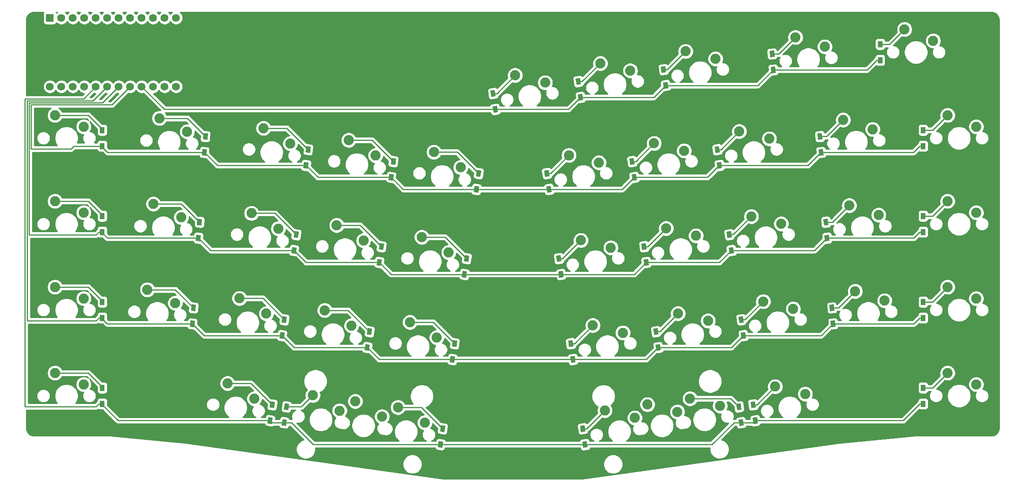
<source format=gbr>
G04 #@! TF.GenerationSoftware,KiCad,Pcbnew,(5.1.4)-1*
G04 #@! TF.CreationDate,2021-09-15T04:56:20-10:00*
G04 #@! TF.ProjectId,oya38split,6f796133-3873-4706-9c69-742e6b696361,rev?*
G04 #@! TF.SameCoordinates,Original*
G04 #@! TF.FileFunction,Copper,L1,Top*
G04 #@! TF.FilePolarity,Positive*
%FSLAX46Y46*%
G04 Gerber Fmt 4.6, Leading zero omitted, Abs format (unit mm)*
G04 Created by KiCad (PCBNEW (5.1.4)-1) date 2021-09-15 04:56:20*
%MOMM*%
%LPD*%
G04 APERTURE LIST*
%ADD10C,2.250000*%
%ADD11C,1.752600*%
%ADD12R,1.752600X1.752600*%
%ADD13R,1.000000X1.400000*%
%ADD14C,1.000000*%
%ADD15C,0.100000*%
%ADD16C,0.250000*%
%ADD17C,0.254000*%
G04 APERTURE END LIST*
D10*
X185791038Y-116226722D03*
X192432740Y-117858254D03*
X121122150Y-115519723D03*
X127056853Y-118918753D03*
X242728750Y-33020000D03*
X249078750Y-35560000D03*
X225079788Y-36887915D03*
X218568074Y-34797056D03*
X194236077Y-37915440D03*
X200877779Y-39546972D03*
X175371470Y-40566688D03*
X182013172Y-42198220D03*
X156506863Y-43217936D03*
X163148565Y-44849468D03*
X252253750Y-109220000D03*
X258603750Y-111760000D03*
X214087948Y-112249851D03*
X220729650Y-113881383D03*
X195223341Y-114901098D03*
X201865043Y-116532630D03*
X176358735Y-117552346D03*
X183000437Y-119183878D03*
X130554453Y-116845347D03*
X136489156Y-120244377D03*
X111689847Y-114194099D03*
X117624550Y-117593129D03*
X92825240Y-111542852D03*
X98759943Y-114941882D03*
X54610000Y-109220000D03*
X60960000Y-111760000D03*
X252253750Y-90170000D03*
X258603750Y-92710000D03*
X231803185Y-91106901D03*
X238314899Y-93197760D03*
X211436701Y-93385244D03*
X218078403Y-95016776D03*
X192572093Y-96036492D03*
X199213795Y-97668024D03*
X173707487Y-98687739D03*
X180349189Y-100319271D03*
X133205701Y-97980740D03*
X139140404Y-101379770D03*
X114341095Y-95329493D03*
X120275798Y-98728523D03*
X95476487Y-92678245D03*
X101411190Y-96077275D03*
X75072939Y-90752538D03*
X81230289Y-93729304D03*
X54610000Y-90170000D03*
X60960000Y-92710000D03*
X252253750Y-71120000D03*
X258603750Y-73660000D03*
X230474324Y-72103306D03*
X236986038Y-74194165D03*
X208785453Y-74520637D03*
X215427155Y-76152169D03*
X189920847Y-77171884D03*
X196562549Y-78803416D03*
X171056239Y-79823132D03*
X177697941Y-81454664D03*
X135856949Y-79116133D03*
X141791652Y-82515163D03*
X116992341Y-76464885D03*
X122927044Y-79863915D03*
X98127735Y-73813638D03*
X104062438Y-77212668D03*
X76401800Y-71748943D03*
X82559150Y-74725709D03*
X54610000Y-71120000D03*
X60960000Y-73660000D03*
X252253750Y-52070000D03*
X258603750Y-54610000D03*
X229145463Y-53099711D03*
X235657177Y-55190570D03*
X206134205Y-55656030D03*
X212775907Y-57287562D03*
X187269599Y-58307278D03*
X193911301Y-59938810D03*
X168404992Y-60958525D03*
X175046694Y-62590057D03*
X138508196Y-60251526D03*
X144442899Y-63650556D03*
X119643589Y-57600279D03*
X125578292Y-60999309D03*
X100778983Y-54949031D03*
X106713686Y-58348061D03*
X77730661Y-52745348D03*
X83888011Y-55722114D03*
X54610000Y-52070000D03*
X60960000Y-54610000D03*
D11*
X53498750Y-45720000D03*
X81438750Y-30480000D03*
X56038750Y-45720000D03*
X58578750Y-45720000D03*
X61118750Y-45720000D03*
X63658750Y-45720000D03*
X66198750Y-45720000D03*
X68738750Y-45720000D03*
X71278750Y-45720000D03*
X73818750Y-45720000D03*
X76358750Y-45720000D03*
X78898750Y-45720000D03*
X81438750Y-45720000D03*
X78898750Y-30480000D03*
X76358750Y-30480000D03*
X73818750Y-30480000D03*
X71278750Y-30480000D03*
X68738750Y-30480000D03*
X66198750Y-30480000D03*
X63658750Y-30480000D03*
X61118750Y-30480000D03*
X58578750Y-30480000D03*
X56038750Y-30480000D03*
D12*
X53498750Y-30480000D03*
D13*
X237331250Y-36325000D03*
X237331250Y-39875000D03*
D14*
X213661903Y-42011868D03*
D15*
G36*
X214209515Y-42675285D02*
G01*
X213211951Y-42745041D01*
X213114291Y-41348451D01*
X214111855Y-41278695D01*
X214209515Y-42675285D01*
X214209515Y-42675285D01*
G37*
D14*
X213414267Y-38470516D03*
D15*
G36*
X213961879Y-39133933D02*
G01*
X212964315Y-39203689D01*
X212866655Y-37807099D01*
X213864219Y-37737343D01*
X213961879Y-39133933D01*
X213961879Y-39133933D01*
G37*
D14*
X189351072Y-41939463D03*
D15*
G36*
X189943627Y-42563064D02*
G01*
X188953359Y-42702237D01*
X188758517Y-41315862D01*
X189748785Y-41176689D01*
X189943627Y-42563064D01*
X189943627Y-42563064D01*
G37*
D14*
X189845136Y-45454915D03*
D15*
G36*
X190437691Y-46078516D02*
G01*
X189447423Y-46217689D01*
X189252581Y-44831314D01*
X190242849Y-44692141D01*
X190437691Y-46078516D01*
X190437691Y-46078516D01*
G37*
D14*
X170486465Y-44590711D03*
D15*
G36*
X171079020Y-45214312D02*
G01*
X170088752Y-45353485D01*
X169893910Y-43967110D01*
X170884178Y-43827937D01*
X171079020Y-45214312D01*
X171079020Y-45214312D01*
G37*
D14*
X170980529Y-48106163D03*
D15*
G36*
X171573084Y-48729764D02*
G01*
X170582816Y-48868937D01*
X170387974Y-47482562D01*
X171378242Y-47343389D01*
X171573084Y-48729764D01*
X171573084Y-48729764D01*
G37*
D14*
X151621858Y-47241958D03*
D15*
G36*
X152214413Y-47865559D02*
G01*
X151224145Y-48004732D01*
X151029303Y-46618357D01*
X152019571Y-46479184D01*
X152214413Y-47865559D01*
X152214413Y-47865559D01*
G37*
D14*
X152115922Y-50757410D03*
D15*
G36*
X152708477Y-51381011D02*
G01*
X151718209Y-51520184D01*
X151523367Y-50133809D01*
X152513635Y-49994636D01*
X152708477Y-51381011D01*
X152708477Y-51381011D01*
G37*
D13*
X246856250Y-112525000D03*
X246856250Y-116075000D03*
D14*
X209202944Y-116273873D03*
D15*
G36*
X209795499Y-116897474D02*
G01*
X208805231Y-117036647D01*
X208610389Y-115650272D01*
X209600657Y-115511099D01*
X209795499Y-116897474D01*
X209795499Y-116897474D01*
G37*
D14*
X209697008Y-119789325D03*
D15*
G36*
X210289563Y-120412926D02*
G01*
X209299295Y-120552099D01*
X209104453Y-119165724D01*
X210094721Y-119026551D01*
X210289563Y-120412926D01*
X210289563Y-120412926D01*
G37*
D14*
X206058842Y-116715748D03*
D15*
G36*
X206651397Y-117339349D02*
G01*
X205661129Y-117478522D01*
X205466287Y-116092147D01*
X206456555Y-115952974D01*
X206651397Y-117339349D01*
X206651397Y-117339349D01*
G37*
D14*
X206552906Y-120231200D03*
D15*
G36*
X207145461Y-120854801D02*
G01*
X206155193Y-120993974D01*
X205960351Y-119607599D01*
X206950619Y-119468426D01*
X207145461Y-120854801D01*
X207145461Y-120854801D01*
G37*
D14*
X171473729Y-121576369D03*
D15*
G36*
X172066284Y-122199970D02*
G01*
X171076016Y-122339143D01*
X170881174Y-120952768D01*
X171871442Y-120813595D01*
X172066284Y-122199970D01*
X172066284Y-122199970D01*
G37*
D14*
X171967793Y-125091821D03*
D15*
G36*
X172560348Y-125715422D02*
G01*
X171570080Y-125854595D01*
X171375238Y-124468220D01*
X172365506Y-124329047D01*
X172560348Y-125715422D01*
X172560348Y-125715422D01*
G37*
D14*
X140470021Y-121576369D03*
D15*
G36*
X140867734Y-122339143D02*
G01*
X139877466Y-122199970D01*
X140072308Y-120813595D01*
X141062576Y-120952768D01*
X140867734Y-122339143D01*
X140867734Y-122339143D01*
G37*
D14*
X139975957Y-125091821D03*
D15*
G36*
X140373670Y-125854595D02*
G01*
X139383402Y-125715422D01*
X139578244Y-124329047D01*
X140568512Y-124468220D01*
X140373670Y-125854595D01*
X140373670Y-125854595D01*
G37*
D14*
X105884908Y-116715748D03*
D15*
G36*
X106282621Y-117478522D02*
G01*
X105292353Y-117339349D01*
X105487195Y-115952974D01*
X106477463Y-116092147D01*
X106282621Y-117478522D01*
X106282621Y-117478522D01*
G37*
D14*
X105390844Y-120231200D03*
D15*
G36*
X105788557Y-120993974D02*
G01*
X104798289Y-120854801D01*
X104993131Y-119468426D01*
X105983399Y-119607599D01*
X105788557Y-120993974D01*
X105788557Y-120993974D01*
G37*
D14*
X102740806Y-116273873D03*
D15*
G36*
X103138519Y-117036647D02*
G01*
X102148251Y-116897474D01*
X102343093Y-115511099D01*
X103333361Y-115650272D01*
X103138519Y-117036647D01*
X103138519Y-117036647D01*
G37*
D14*
X102246742Y-119789325D03*
D15*
G36*
X102644455Y-120552099D02*
G01*
X101654187Y-120412926D01*
X101849029Y-119026551D01*
X102839297Y-119165724D01*
X102644455Y-120552099D01*
X102644455Y-120552099D01*
G37*
D13*
X65087500Y-112525000D03*
X65087500Y-116075000D03*
X246856250Y-93475000D03*
X246856250Y-97025000D03*
D14*
X226649378Y-94780361D03*
D15*
G36*
X227196990Y-95443778D02*
G01*
X226199426Y-95513534D01*
X226101766Y-94116944D01*
X227099330Y-94047188D01*
X227196990Y-95443778D01*
X227196990Y-95443778D01*
G37*
D14*
X226897014Y-98321713D03*
D15*
G36*
X227444626Y-98985130D02*
G01*
X226447062Y-99054886D01*
X226349402Y-97658296D01*
X227346966Y-97588540D01*
X227444626Y-98985130D01*
X227444626Y-98985130D01*
G37*
D14*
X206551696Y-97409267D03*
D15*
G36*
X207144251Y-98032868D02*
G01*
X206153983Y-98172041D01*
X205959141Y-96785666D01*
X206949409Y-96646493D01*
X207144251Y-98032868D01*
X207144251Y-98032868D01*
G37*
D14*
X207045760Y-100924719D03*
D15*
G36*
X207638315Y-101548320D02*
G01*
X206648047Y-101687493D01*
X206453205Y-100301118D01*
X207443473Y-100161945D01*
X207638315Y-101548320D01*
X207638315Y-101548320D01*
G37*
D14*
X187687089Y-100060514D03*
D15*
G36*
X188279644Y-100684115D02*
G01*
X187289376Y-100823288D01*
X187094534Y-99436913D01*
X188084802Y-99297740D01*
X188279644Y-100684115D01*
X188279644Y-100684115D01*
G37*
D14*
X188181153Y-103575966D03*
D15*
G36*
X188773708Y-104199567D02*
G01*
X187783440Y-104338740D01*
X187588598Y-102952365D01*
X188578866Y-102813192D01*
X188773708Y-104199567D01*
X188773708Y-104199567D01*
G37*
D14*
X168822483Y-102711761D03*
D15*
G36*
X169415038Y-103335362D02*
G01*
X168424770Y-103474535D01*
X168229928Y-102088160D01*
X169220196Y-101948987D01*
X169415038Y-103335362D01*
X169415038Y-103335362D01*
G37*
D14*
X169316547Y-106227213D03*
D15*
G36*
X169909102Y-106850814D02*
G01*
X168918834Y-106989987D01*
X168723992Y-105603612D01*
X169714260Y-105464439D01*
X169909102Y-106850814D01*
X169909102Y-106850814D01*
G37*
D14*
X142627203Y-106227213D03*
D15*
G36*
X143024916Y-106989987D02*
G01*
X142034648Y-106850814D01*
X142229490Y-105464439D01*
X143219758Y-105603612D01*
X143024916Y-106989987D01*
X143024916Y-106989987D01*
G37*
D14*
X143121267Y-102711761D03*
D15*
G36*
X143518980Y-103474535D02*
G01*
X142528712Y-103335362D01*
X142723554Y-101948987D01*
X143713822Y-102088160D01*
X143518980Y-103474535D01*
X143518980Y-103474535D01*
G37*
D14*
X123762597Y-103575966D03*
D15*
G36*
X124160310Y-104338740D02*
G01*
X123170042Y-104199567D01*
X123364884Y-102813192D01*
X124355152Y-102952365D01*
X124160310Y-104338740D01*
X124160310Y-104338740D01*
G37*
D14*
X124256661Y-100060514D03*
D15*
G36*
X124654374Y-100823288D02*
G01*
X123664106Y-100684115D01*
X123858948Y-99297740D01*
X124849216Y-99436913D01*
X124654374Y-100823288D01*
X124654374Y-100823288D01*
G37*
D14*
X105392054Y-97409267D03*
D15*
G36*
X105789767Y-98172041D02*
G01*
X104799499Y-98032868D01*
X104994341Y-96646493D01*
X105984609Y-96785666D01*
X105789767Y-98172041D01*
X105789767Y-98172041D01*
G37*
D14*
X104897990Y-100924719D03*
D15*
G36*
X105295703Y-101687493D02*
G01*
X104305435Y-101548320D01*
X104500277Y-100161945D01*
X105490545Y-100301118D01*
X105295703Y-101687493D01*
X105295703Y-101687493D01*
G37*
D14*
X85294372Y-94780361D03*
D15*
G36*
X85744324Y-95513534D02*
G01*
X84746760Y-95443778D01*
X84844420Y-94047188D01*
X85841984Y-94116944D01*
X85744324Y-95513534D01*
X85744324Y-95513534D01*
G37*
D14*
X85046736Y-98321713D03*
D15*
G36*
X85496688Y-99054886D02*
G01*
X84499124Y-98985130D01*
X84596784Y-97588540D01*
X85594348Y-97658296D01*
X85496688Y-99054886D01*
X85496688Y-99054886D01*
G37*
D13*
X65087500Y-93475000D03*
X65087500Y-97025000D03*
X246856250Y-74425000D03*
X246856250Y-77975000D03*
D14*
X225320517Y-75776766D03*
D15*
G36*
X225868129Y-76440183D02*
G01*
X224870565Y-76509939D01*
X224772905Y-75113349D01*
X225770469Y-75043593D01*
X225868129Y-76440183D01*
X225868129Y-76440183D01*
G37*
D14*
X225568153Y-79318118D03*
D15*
G36*
X226115765Y-79981535D02*
G01*
X225118201Y-80051291D01*
X225020541Y-78654701D01*
X226018105Y-78584945D01*
X226115765Y-79981535D01*
X226115765Y-79981535D01*
G37*
D14*
X203900448Y-78544660D03*
D15*
G36*
X204493003Y-79168261D02*
G01*
X203502735Y-79307434D01*
X203307893Y-77921059D01*
X204298161Y-77781886D01*
X204493003Y-79168261D01*
X204493003Y-79168261D01*
G37*
D14*
X204394512Y-82060112D03*
D15*
G36*
X204987067Y-82683713D02*
G01*
X203996799Y-82822886D01*
X203801957Y-81436511D01*
X204792225Y-81297338D01*
X204987067Y-82683713D01*
X204987067Y-82683713D01*
G37*
D14*
X185035841Y-81195907D03*
D15*
G36*
X185628396Y-81819508D02*
G01*
X184638128Y-81958681D01*
X184443286Y-80572306D01*
X185433554Y-80433133D01*
X185628396Y-81819508D01*
X185628396Y-81819508D01*
G37*
D14*
X185529905Y-84711359D03*
D15*
G36*
X186122460Y-85334960D02*
G01*
X185132192Y-85474133D01*
X184937350Y-84087758D01*
X185927618Y-83948585D01*
X186122460Y-85334960D01*
X186122460Y-85334960D01*
G37*
D14*
X166171235Y-83847154D03*
D15*
G36*
X166763790Y-84470755D02*
G01*
X165773522Y-84609928D01*
X165578680Y-83223553D01*
X166568948Y-83084380D01*
X166763790Y-84470755D01*
X166763790Y-84470755D01*
G37*
D14*
X166665299Y-87362606D03*
D15*
G36*
X167257854Y-87986207D02*
G01*
X166267586Y-88125380D01*
X166072744Y-86739005D01*
X167063012Y-86599832D01*
X167257854Y-87986207D01*
X167257854Y-87986207D01*
G37*
D14*
X145772515Y-83847154D03*
D15*
G36*
X146170228Y-84609928D02*
G01*
X145179960Y-84470755D01*
X145374802Y-83084380D01*
X146365070Y-83223553D01*
X146170228Y-84609928D01*
X146170228Y-84609928D01*
G37*
D14*
X145278451Y-87362606D03*
D15*
G36*
X145676164Y-88125380D02*
G01*
X144685896Y-87986207D01*
X144880738Y-86599832D01*
X145871006Y-86739005D01*
X145676164Y-88125380D01*
X145676164Y-88125380D01*
G37*
D14*
X126907909Y-81195907D03*
D15*
G36*
X127305622Y-81958681D02*
G01*
X126315354Y-81819508D01*
X126510196Y-80433133D01*
X127500464Y-80572306D01*
X127305622Y-81958681D01*
X127305622Y-81958681D01*
G37*
D14*
X126413845Y-84711359D03*
D15*
G36*
X126811558Y-85474133D02*
G01*
X125821290Y-85334960D01*
X126016132Y-83948585D01*
X127006400Y-84087758D01*
X126811558Y-85474133D01*
X126811558Y-85474133D01*
G37*
D14*
X108043302Y-78544660D03*
D15*
G36*
X108441015Y-79307434D02*
G01*
X107450747Y-79168261D01*
X107645589Y-77781886D01*
X108635857Y-77921059D01*
X108441015Y-79307434D01*
X108441015Y-79307434D01*
G37*
D14*
X107549238Y-82060112D03*
D15*
G36*
X107946951Y-82822886D02*
G01*
X106956683Y-82683713D01*
X107151525Y-81297338D01*
X108141793Y-81436511D01*
X107946951Y-82822886D01*
X107946951Y-82822886D01*
G37*
D14*
X86623233Y-75776766D03*
D15*
G36*
X87073185Y-76509939D02*
G01*
X86075621Y-76440183D01*
X86173281Y-75043593D01*
X87170845Y-75113349D01*
X87073185Y-76509939D01*
X87073185Y-76509939D01*
G37*
D14*
X86375597Y-79318118D03*
D15*
G36*
X86825549Y-80051291D02*
G01*
X85827985Y-79981535D01*
X85925645Y-78584945D01*
X86923209Y-78654701D01*
X86825549Y-80051291D01*
X86825549Y-80051291D01*
G37*
D13*
X65087500Y-74425000D03*
X65087500Y-77975000D03*
X246856250Y-55375000D03*
X246856250Y-58925000D03*
D14*
X223991657Y-56773171D03*
D15*
G36*
X224539269Y-57436588D02*
G01*
X223541705Y-57506344D01*
X223444045Y-56109754D01*
X224441609Y-56039998D01*
X224539269Y-57436588D01*
X224539269Y-57436588D01*
G37*
D14*
X224239293Y-60314523D03*
D15*
G36*
X224786905Y-60977940D02*
G01*
X223789341Y-61047696D01*
X223691681Y-59651106D01*
X224689245Y-59581350D01*
X224786905Y-60977940D01*
X224786905Y-60977940D01*
G37*
D14*
X201249200Y-59680052D03*
D15*
G36*
X201841755Y-60303653D02*
G01*
X200851487Y-60442826D01*
X200656645Y-59056451D01*
X201646913Y-58917278D01*
X201841755Y-60303653D01*
X201841755Y-60303653D01*
G37*
D14*
X201743264Y-63195504D03*
D15*
G36*
X202335819Y-63819105D02*
G01*
X201345551Y-63958278D01*
X201150709Y-62571903D01*
X202140977Y-62432730D01*
X202335819Y-63819105D01*
X202335819Y-63819105D01*
G37*
D14*
X182384594Y-62331300D03*
D15*
G36*
X182977149Y-62954901D02*
G01*
X181986881Y-63094074D01*
X181792039Y-61707699D01*
X182782307Y-61568526D01*
X182977149Y-62954901D01*
X182977149Y-62954901D01*
G37*
D14*
X182878658Y-65846752D03*
D15*
G36*
X183471213Y-66470353D02*
G01*
X182480945Y-66609526D01*
X182286103Y-65223151D01*
X183276371Y-65083978D01*
X183471213Y-66470353D01*
X183471213Y-66470353D01*
G37*
D14*
X163519987Y-64982548D03*
D15*
G36*
X164112542Y-65606149D02*
G01*
X163122274Y-65745322D01*
X162927432Y-64358947D01*
X163917700Y-64219774D01*
X164112542Y-65606149D01*
X164112542Y-65606149D01*
G37*
D14*
X164014051Y-68498000D03*
D15*
G36*
X164606606Y-69121601D02*
G01*
X163616338Y-69260774D01*
X163421496Y-67874399D01*
X164411764Y-67735226D01*
X164606606Y-69121601D01*
X164606606Y-69121601D01*
G37*
D14*
X148423763Y-64982548D03*
D15*
G36*
X148821476Y-65745322D02*
G01*
X147831208Y-65606149D01*
X148026050Y-64219774D01*
X149016318Y-64358947D01*
X148821476Y-65745322D01*
X148821476Y-65745322D01*
G37*
D14*
X147929699Y-68498000D03*
D15*
G36*
X148327412Y-69260774D02*
G01*
X147337144Y-69121601D01*
X147531986Y-67735226D01*
X148522254Y-67874399D01*
X148327412Y-69260774D01*
X148327412Y-69260774D01*
G37*
D14*
X129559156Y-62331300D03*
D15*
G36*
X129956869Y-63094074D02*
G01*
X128966601Y-62954901D01*
X129161443Y-61568526D01*
X130151711Y-61707699D01*
X129956869Y-63094074D01*
X129956869Y-63094074D01*
G37*
D14*
X129065092Y-65846752D03*
D15*
G36*
X129462805Y-66609526D02*
G01*
X128472537Y-66470353D01*
X128667379Y-65083978D01*
X129657647Y-65223151D01*
X129462805Y-66609526D01*
X129462805Y-66609526D01*
G37*
D14*
X110694550Y-59680052D03*
D15*
G36*
X111092263Y-60442826D02*
G01*
X110101995Y-60303653D01*
X110296837Y-58917278D01*
X111287105Y-59056451D01*
X111092263Y-60442826D01*
X111092263Y-60442826D01*
G37*
D14*
X110200486Y-63195504D03*
D15*
G36*
X110598199Y-63958278D02*
G01*
X109607931Y-63819105D01*
X109802773Y-62432730D01*
X110793041Y-62571903D01*
X110598199Y-63958278D01*
X110598199Y-63958278D01*
G37*
D14*
X87704457Y-60314523D03*
D15*
G36*
X88154409Y-61047696D02*
G01*
X87156845Y-60977940D01*
X87254505Y-59581350D01*
X88252069Y-59651106D01*
X88154409Y-61047696D01*
X88154409Y-61047696D01*
G37*
D14*
X87952093Y-56773171D03*
D15*
G36*
X88402045Y-57506344D02*
G01*
X87404481Y-57436588D01*
X87502141Y-56039998D01*
X88499705Y-56109754D01*
X88402045Y-57506344D01*
X88402045Y-57506344D01*
G37*
D13*
X65087500Y-58925000D03*
X65087500Y-55375000D03*
D16*
X65087500Y-55175000D02*
X65087500Y-55375000D01*
X61982500Y-52070000D02*
X65087500Y-55175000D01*
X54610000Y-52070000D02*
X61982500Y-52070000D01*
X83924270Y-52745348D02*
X87952093Y-56773171D01*
X77730661Y-52745348D02*
X83924270Y-52745348D01*
X105963529Y-54949031D02*
X110694550Y-59680052D01*
X100778983Y-54949031D02*
X105963529Y-54949031D01*
X124828135Y-57600279D02*
X129559156Y-62331300D01*
X119643589Y-57600279D02*
X124828135Y-57600279D01*
X143692741Y-60251526D02*
X148423763Y-64982548D01*
X138508196Y-60251526D02*
X143692741Y-60251526D01*
X164380969Y-64982548D02*
X163519987Y-64982548D01*
X168404992Y-60958525D02*
X164380969Y-64982548D01*
X183245577Y-62331300D02*
X182384594Y-62331300D01*
X187269599Y-58307278D02*
X183245577Y-62331300D01*
X202110183Y-59680052D02*
X201249200Y-59680052D01*
X206134205Y-55656030D02*
X202110183Y-59680052D01*
X225472003Y-56773171D02*
X223991657Y-56773171D01*
X229145463Y-53099711D02*
X225472003Y-56773171D01*
X248948750Y-55375000D02*
X246856250Y-55375000D01*
X252253750Y-52070000D02*
X248948750Y-55375000D01*
X65087500Y-74225000D02*
X65087500Y-74425000D01*
X61982500Y-71120000D02*
X65087500Y-74225000D01*
X54610000Y-71120000D02*
X61982500Y-71120000D01*
X82595410Y-71748943D02*
X86623233Y-75776766D01*
X76401800Y-71748943D02*
X82595410Y-71748943D01*
X103312280Y-73813638D02*
X108043302Y-78544660D01*
X98127735Y-73813638D02*
X103312280Y-73813638D01*
X122176887Y-76464885D02*
X126907909Y-81195907D01*
X116992341Y-76464885D02*
X122176887Y-76464885D01*
X141041494Y-79116133D02*
X145772515Y-83847154D01*
X135856949Y-79116133D02*
X141041494Y-79116133D01*
X167032217Y-83847154D02*
X166171235Y-83847154D01*
X171056239Y-79823132D02*
X167032217Y-83847154D01*
X185896824Y-81195907D02*
X185035841Y-81195907D01*
X189920847Y-77171884D02*
X185896824Y-81195907D01*
X204761430Y-78544660D02*
X203900448Y-78544660D01*
X208785453Y-74520637D02*
X204761430Y-78544660D01*
X226800864Y-75776766D02*
X225320517Y-75776766D01*
X230474324Y-72103306D02*
X226800864Y-75776766D01*
X248948750Y-74425000D02*
X246856250Y-74425000D01*
X252253750Y-71120000D02*
X248948750Y-74425000D01*
X65087500Y-93275000D02*
X65087500Y-93475000D01*
X61982500Y-90170000D02*
X65087500Y-93275000D01*
X54610000Y-90170000D02*
X61982500Y-90170000D01*
X81266549Y-90752538D02*
X85294372Y-94780361D01*
X75072939Y-90752538D02*
X81266549Y-90752538D01*
X100661032Y-92678245D02*
X105392054Y-97409267D01*
X95476487Y-92678245D02*
X100661032Y-92678245D01*
X119525640Y-95329493D02*
X124256661Y-100060514D01*
X114341095Y-95329493D02*
X119525640Y-95329493D01*
X138390246Y-97980740D02*
X143121267Y-102711761D01*
X133205701Y-97980740D02*
X138390246Y-97980740D01*
X169683465Y-102711761D02*
X168822483Y-102711761D01*
X173707487Y-98687739D02*
X169683465Y-102711761D01*
X188548071Y-100060514D02*
X187687089Y-100060514D01*
X192572093Y-96036492D02*
X188548071Y-100060514D01*
X207412678Y-97409267D02*
X206551696Y-97409267D01*
X211436701Y-93385244D02*
X207412678Y-97409267D01*
X228129725Y-94780361D02*
X226649378Y-94780361D01*
X231803185Y-91106901D02*
X228129725Y-94780361D01*
X248948750Y-93475000D02*
X246856250Y-93475000D01*
X252253750Y-90170000D02*
X248948750Y-93475000D01*
X65087500Y-112325000D02*
X65087500Y-112525000D01*
X61982500Y-109220000D02*
X65087500Y-112325000D01*
X54610000Y-109220000D02*
X61982500Y-109220000D01*
X98009785Y-111542852D02*
X102740806Y-116273873D01*
X92825240Y-111542852D02*
X98009785Y-111542852D01*
X109168198Y-116715748D02*
X105884908Y-116715748D01*
X111689847Y-114194099D02*
X109168198Y-116715748D01*
X135738999Y-116845347D02*
X140470021Y-121576369D01*
X130554453Y-116845347D02*
X135738999Y-116845347D01*
X172334712Y-121576369D02*
X171473729Y-121576369D01*
X176358735Y-117552346D02*
X172334712Y-121576369D01*
X204244192Y-114901098D02*
X206058842Y-116715748D01*
X195223341Y-114901098D02*
X204244192Y-114901098D01*
X210063926Y-116273873D02*
X209202944Y-116273873D01*
X214087948Y-112249851D02*
X210063926Y-116273873D01*
X248948750Y-112525000D02*
X246856250Y-112525000D01*
X252253750Y-109220000D02*
X248948750Y-112525000D01*
X152482841Y-47241958D02*
X151621858Y-47241958D01*
X156506863Y-43217936D02*
X152482841Y-47241958D01*
X171347447Y-44590711D02*
X170486465Y-44590711D01*
X175371470Y-40566688D02*
X171347447Y-44590711D01*
X190212054Y-41939463D02*
X189351072Y-41939463D01*
X194236077Y-37915440D02*
X190212054Y-41939463D01*
X214894614Y-38470516D02*
X213414267Y-38470516D01*
X218568074Y-34797056D02*
X214894614Y-38470516D01*
X239423750Y-36325000D02*
X237331250Y-36325000D01*
X242728750Y-33020000D02*
X239423750Y-36325000D01*
X224840513Y-60314523D02*
X224239293Y-60314523D01*
X244716727Y-60314523D02*
X224840513Y-60314523D01*
X246106250Y-58925000D02*
X244716727Y-60314523D01*
X246856250Y-58925000D02*
X246106250Y-58925000D01*
X221358312Y-63195504D02*
X201743264Y-63195504D01*
X224239293Y-60314523D02*
X221358312Y-63195504D01*
X199092016Y-65846752D02*
X182878658Y-65846752D01*
X201743264Y-63195504D02*
X199092016Y-65846752D01*
X180227410Y-68498000D02*
X164014051Y-68498000D01*
X182878658Y-65846752D02*
X180227410Y-68498000D01*
X164014051Y-68498000D02*
X147929699Y-68498000D01*
X131716340Y-68498000D02*
X129065092Y-65846752D01*
X147929699Y-68498000D02*
X131716340Y-68498000D01*
X112851734Y-65846752D02*
X110200486Y-63195504D01*
X129065092Y-65846752D02*
X112851734Y-65846752D01*
X90585438Y-63195504D02*
X87704457Y-60314523D01*
X110200486Y-63195504D02*
X90585438Y-63195504D01*
X65087500Y-59125000D02*
X65087500Y-58925000D01*
X66277023Y-60314523D02*
X65087500Y-59125000D01*
X87704457Y-60314523D02*
X66277023Y-60314523D01*
X58806974Y-58925000D02*
X58200724Y-59531250D01*
X65087500Y-58925000D02*
X58806974Y-58925000D01*
X58200724Y-59531250D02*
X49325040Y-59531250D01*
X49325040Y-59531250D02*
X49325040Y-49768780D01*
X67229970Y-49768780D02*
X71278750Y-45720000D01*
X49325040Y-49768780D02*
X67229970Y-49768780D01*
X226169373Y-79318118D02*
X225568153Y-79318118D01*
X244763132Y-79318118D02*
X226169373Y-79318118D01*
X246106250Y-77975000D02*
X244763132Y-79318118D01*
X246856250Y-77975000D02*
X246106250Y-77975000D01*
X222826159Y-82060112D02*
X204394512Y-82060112D01*
X225568153Y-79318118D02*
X222826159Y-82060112D01*
X201743265Y-84711359D02*
X185529905Y-84711359D01*
X204394512Y-82060112D02*
X201743265Y-84711359D01*
X182878658Y-87362606D02*
X166665299Y-87362606D01*
X185529905Y-84711359D02*
X182878658Y-87362606D01*
X166665299Y-87362606D02*
X145278451Y-87362606D01*
X129065092Y-87362606D02*
X126413845Y-84711359D01*
X145278451Y-87362606D02*
X129065092Y-87362606D01*
X110200485Y-84711359D02*
X107549238Y-82060112D01*
X126413845Y-84711359D02*
X110200485Y-84711359D01*
X89117591Y-82060112D02*
X86375597Y-79318118D01*
X107549238Y-82060112D02*
X89117591Y-82060112D01*
X65087500Y-78175000D02*
X65087500Y-77975000D01*
X66230618Y-79318118D02*
X65087500Y-78175000D01*
X86375597Y-79318118D02*
X66230618Y-79318118D01*
X64337500Y-77975000D02*
X63731250Y-78581250D01*
X65087500Y-77975000D02*
X64337500Y-77975000D01*
X63731250Y-78581250D02*
X48875030Y-78581250D01*
X48875030Y-78581250D02*
X48875030Y-49318770D01*
X65139980Y-49318770D02*
X68738750Y-45720000D01*
X48875030Y-49318770D02*
X65139980Y-49318770D01*
X227498234Y-98321713D02*
X226897014Y-98321713D01*
X244809537Y-98321713D02*
X227498234Y-98321713D01*
X246106250Y-97025000D02*
X244809537Y-98321713D01*
X246856250Y-97025000D02*
X246106250Y-97025000D01*
X224294008Y-100924719D02*
X207045760Y-100924719D01*
X226897014Y-98321713D02*
X224294008Y-100924719D01*
X204394513Y-103575966D02*
X188181153Y-103575966D01*
X207045760Y-100924719D02*
X204394513Y-103575966D01*
X185529906Y-106227213D02*
X169316547Y-106227213D01*
X188181153Y-103575966D02*
X185529906Y-106227213D01*
X169316547Y-106227213D02*
X142627203Y-106227213D01*
X126413844Y-106227213D02*
X123762597Y-103575966D01*
X142627203Y-106227213D02*
X126413844Y-106227213D01*
X107549237Y-103575966D02*
X104897990Y-100924719D01*
X123762597Y-103575966D02*
X107549237Y-103575966D01*
X87649742Y-100924719D02*
X85046736Y-98321713D01*
X104897990Y-100924719D02*
X87649742Y-100924719D01*
X65087500Y-97225000D02*
X65087500Y-97025000D01*
X66184213Y-98321713D02*
X65087500Y-97225000D01*
X85046736Y-98321713D02*
X66184213Y-98321713D01*
X64337500Y-97025000D02*
X63731250Y-97631250D01*
X65087500Y-97025000D02*
X64337500Y-97025000D01*
X63731250Y-97631250D02*
X48425020Y-97631250D01*
X48425020Y-97631250D02*
X48425020Y-48868760D01*
X63049990Y-48868760D02*
X66198750Y-45720000D01*
X48425020Y-48868760D02*
X63049990Y-48868760D01*
X210301921Y-119789325D02*
X209697008Y-119789325D01*
X242391925Y-119789325D02*
X210301921Y-119789325D01*
X246106250Y-116075000D02*
X242391925Y-119789325D01*
X246856250Y-116075000D02*
X246106250Y-116075000D01*
X205947993Y-120231200D02*
X206552906Y-120231200D01*
X204971876Y-120231200D02*
X205947993Y-120231200D01*
X200111255Y-125091821D02*
X204971876Y-120231200D01*
X171967793Y-125091821D02*
X200111255Y-125091821D01*
X171967793Y-125091821D02*
X139975957Y-125091821D01*
X105995757Y-120231200D02*
X105390844Y-120231200D01*
X106971874Y-120231200D02*
X105995757Y-120231200D01*
X111832495Y-125091821D02*
X106971874Y-120231200D01*
X139975957Y-125091821D02*
X111832495Y-125091821D01*
X102688617Y-120231200D02*
X102246742Y-119789325D01*
X105390844Y-120231200D02*
X102688617Y-120231200D01*
X65087500Y-116275000D02*
X65087500Y-116075000D01*
X68601825Y-119789325D02*
X65087500Y-116275000D01*
X102246742Y-119789325D02*
X68601825Y-119789325D01*
X209255133Y-120231200D02*
X209697008Y-119789325D01*
X206552906Y-120231200D02*
X209255133Y-120231200D01*
X60960000Y-48418750D02*
X63658750Y-45720000D01*
X47975010Y-48418750D02*
X60960000Y-48418750D01*
X47975010Y-116681250D02*
X47975010Y-48418750D01*
X63731250Y-116681250D02*
X47975010Y-116681250D01*
X65087500Y-116075000D02*
X64337500Y-116075000D01*
X64337500Y-116075000D02*
X63731250Y-116681250D01*
X214263123Y-42011868D02*
X213661903Y-42011868D01*
X234444382Y-42011868D02*
X214263123Y-42011868D01*
X236581250Y-39875000D02*
X234444382Y-42011868D01*
X237331250Y-39875000D02*
X236581250Y-39875000D01*
X210218856Y-45454915D02*
X189845136Y-45454915D01*
X213661903Y-42011868D02*
X210218856Y-45454915D01*
X187193888Y-48106163D02*
X170980529Y-48106163D01*
X189845136Y-45454915D02*
X187193888Y-48106163D01*
X168329282Y-50757410D02*
X152115922Y-50757410D01*
X170980529Y-48106163D02*
X168329282Y-50757410D01*
X78856160Y-50757410D02*
X73818750Y-45720000D01*
X152115922Y-50757410D02*
X78856160Y-50757410D01*
D17*
G36*
X52091913Y-29249206D02*
G01*
X52032948Y-29359520D01*
X51996638Y-29479218D01*
X51984378Y-29603700D01*
X51984378Y-31356300D01*
X51996638Y-31480782D01*
X52032948Y-31600480D01*
X52091913Y-31710794D01*
X52171265Y-31807485D01*
X52267956Y-31886837D01*
X52378270Y-31945802D01*
X52497968Y-31982112D01*
X52622450Y-31994372D01*
X54375050Y-31994372D01*
X54499532Y-31982112D01*
X54619230Y-31945802D01*
X54729544Y-31886837D01*
X54826235Y-31807485D01*
X54905587Y-31710794D01*
X54964552Y-31600480D01*
X54977906Y-31556458D01*
X55075352Y-31653904D01*
X55322881Y-31819297D01*
X55597920Y-31933222D01*
X55889900Y-31991300D01*
X56187600Y-31991300D01*
X56479580Y-31933222D01*
X56754619Y-31819297D01*
X57002148Y-31653904D01*
X57212654Y-31443398D01*
X57308750Y-31299580D01*
X57404846Y-31443398D01*
X57615352Y-31653904D01*
X57862881Y-31819297D01*
X58137920Y-31933222D01*
X58429900Y-31991300D01*
X58727600Y-31991300D01*
X59019580Y-31933222D01*
X59294619Y-31819297D01*
X59542148Y-31653904D01*
X59752654Y-31443398D01*
X59848750Y-31299580D01*
X59944846Y-31443398D01*
X60155352Y-31653904D01*
X60402881Y-31819297D01*
X60677920Y-31933222D01*
X60969900Y-31991300D01*
X61267600Y-31991300D01*
X61559580Y-31933222D01*
X61834619Y-31819297D01*
X62082148Y-31653904D01*
X62292654Y-31443398D01*
X62388750Y-31299580D01*
X62484846Y-31443398D01*
X62695352Y-31653904D01*
X62942881Y-31819297D01*
X63217920Y-31933222D01*
X63509900Y-31991300D01*
X63807600Y-31991300D01*
X64099580Y-31933222D01*
X64374619Y-31819297D01*
X64622148Y-31653904D01*
X64832654Y-31443398D01*
X64928750Y-31299580D01*
X65024846Y-31443398D01*
X65235352Y-31653904D01*
X65482881Y-31819297D01*
X65757920Y-31933222D01*
X66049900Y-31991300D01*
X66347600Y-31991300D01*
X66639580Y-31933222D01*
X66914619Y-31819297D01*
X67162148Y-31653904D01*
X67372654Y-31443398D01*
X67468750Y-31299580D01*
X67564846Y-31443398D01*
X67775352Y-31653904D01*
X68022881Y-31819297D01*
X68297920Y-31933222D01*
X68589900Y-31991300D01*
X68887600Y-31991300D01*
X69179580Y-31933222D01*
X69454619Y-31819297D01*
X69702148Y-31653904D01*
X69912654Y-31443398D01*
X70008750Y-31299580D01*
X70104846Y-31443398D01*
X70315352Y-31653904D01*
X70562881Y-31819297D01*
X70837920Y-31933222D01*
X71129900Y-31991300D01*
X71427600Y-31991300D01*
X71719580Y-31933222D01*
X71994619Y-31819297D01*
X72242148Y-31653904D01*
X72452654Y-31443398D01*
X72548750Y-31299580D01*
X72644846Y-31443398D01*
X72855352Y-31653904D01*
X73102881Y-31819297D01*
X73377920Y-31933222D01*
X73669900Y-31991300D01*
X73967600Y-31991300D01*
X74259580Y-31933222D01*
X74534619Y-31819297D01*
X74782148Y-31653904D01*
X74992654Y-31443398D01*
X75088750Y-31299580D01*
X75184846Y-31443398D01*
X75395352Y-31653904D01*
X75642881Y-31819297D01*
X75917920Y-31933222D01*
X76209900Y-31991300D01*
X76507600Y-31991300D01*
X76799580Y-31933222D01*
X77074619Y-31819297D01*
X77322148Y-31653904D01*
X77532654Y-31443398D01*
X77628750Y-31299580D01*
X77724846Y-31443398D01*
X77935352Y-31653904D01*
X78182881Y-31819297D01*
X78457920Y-31933222D01*
X78749900Y-31991300D01*
X79047600Y-31991300D01*
X79339580Y-31933222D01*
X79614619Y-31819297D01*
X79862148Y-31653904D01*
X80072654Y-31443398D01*
X80168750Y-31299580D01*
X80264846Y-31443398D01*
X80475352Y-31653904D01*
X80722881Y-31819297D01*
X80997920Y-31933222D01*
X81289900Y-31991300D01*
X81587600Y-31991300D01*
X81879580Y-31933222D01*
X82154619Y-31819297D01*
X82402148Y-31653904D01*
X82612654Y-31443398D01*
X82778047Y-31195869D01*
X82891972Y-30920830D01*
X82950050Y-30628850D01*
X82950050Y-30331150D01*
X82891972Y-30039170D01*
X82778047Y-29764131D01*
X82612654Y-29516602D01*
X82402148Y-29306096D01*
X82295745Y-29235000D01*
X261905221Y-29235000D01*
X262271210Y-29270886D01*
X262592210Y-29367801D01*
X262888275Y-29525221D01*
X263148123Y-29737149D01*
X263361858Y-29995510D01*
X263521338Y-30290464D01*
X263620494Y-30610782D01*
X263658750Y-30974762D01*
X263658751Y-121411461D01*
X263622864Y-121777460D01*
X263525948Y-122098462D01*
X263368529Y-122394525D01*
X263156601Y-122654373D01*
X262898242Y-122868106D01*
X262603286Y-123027588D01*
X262282969Y-123126743D01*
X261918979Y-123165000D01*
X245269479Y-123165000D01*
X245238449Y-123164900D01*
X245237399Y-123165000D01*
X245236331Y-123165000D01*
X245205054Y-123168080D01*
X228555527Y-124753750D01*
X228541315Y-124754316D01*
X228523283Y-124756820D01*
X228505154Y-124758547D01*
X228491190Y-124761278D01*
X171404387Y-132690000D01*
X140539370Y-132690000D01*
X115880756Y-129265193D01*
X131589687Y-129265193D01*
X131589687Y-129690479D01*
X131672657Y-130107593D01*
X131835406Y-130500506D01*
X132071683Y-130854118D01*
X132372405Y-131154840D01*
X132726017Y-131391117D01*
X133118930Y-131553866D01*
X133536044Y-131636836D01*
X133961330Y-131636836D01*
X134378444Y-131553866D01*
X134771357Y-131391117D01*
X135124969Y-131154840D01*
X135425691Y-130854118D01*
X135661968Y-130500506D01*
X135824717Y-130107593D01*
X135907687Y-129690479D01*
X135907687Y-129265193D01*
X176036063Y-129265193D01*
X176036063Y-129690479D01*
X176119033Y-130107593D01*
X176281782Y-130500506D01*
X176518059Y-130854118D01*
X176818781Y-131154840D01*
X177172393Y-131391117D01*
X177565306Y-131553866D01*
X177982420Y-131636836D01*
X178407706Y-131636836D01*
X178824820Y-131553866D01*
X179217733Y-131391117D01*
X179571345Y-131154840D01*
X179872067Y-130854118D01*
X180108344Y-130500506D01*
X180271093Y-130107593D01*
X180354063Y-129690479D01*
X180354063Y-129265193D01*
X180271093Y-128848079D01*
X180108344Y-128455166D01*
X179872067Y-128101554D01*
X179571345Y-127800832D01*
X179217733Y-127564555D01*
X178824820Y-127401806D01*
X178407706Y-127318836D01*
X177982420Y-127318836D01*
X177565306Y-127401806D01*
X177172393Y-127564555D01*
X176818781Y-127800832D01*
X176518059Y-128101554D01*
X176281782Y-128455166D01*
X176119033Y-128848079D01*
X176036063Y-129265193D01*
X135907687Y-129265193D01*
X135824717Y-128848079D01*
X135661968Y-128455166D01*
X135425691Y-128101554D01*
X135124969Y-127800832D01*
X134771357Y-127564555D01*
X134378444Y-127401806D01*
X133961330Y-127318836D01*
X133536044Y-127318836D01*
X133118930Y-127401806D01*
X132726017Y-127564555D01*
X132372405Y-127800832D01*
X132071683Y-128101554D01*
X131835406Y-128455166D01*
X131672657Y-128848079D01*
X131589687Y-129265193D01*
X115880756Y-129265193D01*
X83452583Y-124761281D01*
X83438597Y-124758546D01*
X83420438Y-124756817D01*
X83402434Y-124754316D01*
X83388244Y-124753750D01*
X66738695Y-123168080D01*
X66707419Y-123165000D01*
X66706351Y-123165000D01*
X66705301Y-123164900D01*
X66674272Y-123165000D01*
X50038529Y-123165000D01*
X49672540Y-123129114D01*
X49351538Y-123032198D01*
X49055475Y-122874779D01*
X48795627Y-122662851D01*
X48581894Y-122404492D01*
X48422412Y-122109536D01*
X48323257Y-121789219D01*
X48285000Y-121425229D01*
X48285000Y-117441250D01*
X63693928Y-117441250D01*
X63731250Y-117444926D01*
X63768572Y-117441250D01*
X63768583Y-117441250D01*
X63880236Y-117430253D01*
X64023497Y-117386796D01*
X64155526Y-117316224D01*
X64200777Y-117279087D01*
X64233006Y-117305537D01*
X64343320Y-117364502D01*
X64463018Y-117400812D01*
X64587500Y-117413072D01*
X65150771Y-117413072D01*
X68038025Y-120300327D01*
X68061824Y-120329326D01*
X68090822Y-120353124D01*
X68177548Y-120424299D01*
X68309578Y-120494871D01*
X68452839Y-120538328D01*
X68564492Y-120549325D01*
X68564501Y-120549325D01*
X68601824Y-120553001D01*
X68639147Y-120549325D01*
X101032791Y-120549325D01*
X101036439Y-120572687D01*
X101079477Y-120690133D01*
X101144600Y-120796927D01*
X101229307Y-120888964D01*
X101330341Y-120962707D01*
X101443821Y-121015323D01*
X101565385Y-121044788D01*
X102555653Y-121183961D01*
X102680629Y-121189145D01*
X102804216Y-121169847D01*
X102921662Y-121126809D01*
X103028456Y-121061686D01*
X103105041Y-120991200D01*
X104176893Y-120991200D01*
X104180541Y-121014562D01*
X104223579Y-121132008D01*
X104288702Y-121238802D01*
X104373409Y-121330839D01*
X104474443Y-121404582D01*
X104587923Y-121457198D01*
X104709487Y-121486663D01*
X105699755Y-121625836D01*
X105824731Y-121631020D01*
X105948318Y-121611722D01*
X106065764Y-121568684D01*
X106172558Y-121503561D01*
X106264595Y-121418854D01*
X106338339Y-121317820D01*
X106390954Y-121204340D01*
X106420419Y-121082776D01*
X106433289Y-120991200D01*
X106657073Y-120991200D01*
X109717874Y-124052002D01*
X109538172Y-124087747D01*
X109145259Y-124250496D01*
X108791647Y-124486773D01*
X108490925Y-124787495D01*
X108254648Y-125141107D01*
X108091899Y-125534020D01*
X108008929Y-125951134D01*
X108008929Y-126376420D01*
X108091899Y-126793534D01*
X108254648Y-127186447D01*
X108490925Y-127540059D01*
X108791647Y-127840781D01*
X109145259Y-128077058D01*
X109538172Y-128239807D01*
X109955286Y-128322777D01*
X110380572Y-128322777D01*
X110797686Y-128239807D01*
X111190599Y-128077058D01*
X111544211Y-127840781D01*
X111844933Y-127540059D01*
X112081210Y-127186447D01*
X112243959Y-126793534D01*
X112326929Y-126376420D01*
X112326929Y-125951134D01*
X112307174Y-125851821D01*
X138762006Y-125851821D01*
X138765654Y-125875183D01*
X138808692Y-125992629D01*
X138873815Y-126099423D01*
X138958522Y-126191460D01*
X139059556Y-126265203D01*
X139173036Y-126317819D01*
X139294600Y-126347284D01*
X140284868Y-126486457D01*
X140409844Y-126491641D01*
X140533431Y-126472343D01*
X140650877Y-126429305D01*
X140757671Y-126364182D01*
X140849708Y-126279475D01*
X140923452Y-126178441D01*
X140976067Y-126064961D01*
X141005532Y-125943397D01*
X141018402Y-125851821D01*
X170925348Y-125851821D01*
X170938218Y-125943397D01*
X170967683Y-126064961D01*
X171020299Y-126178441D01*
X171094042Y-126279475D01*
X171186079Y-126364182D01*
X171292873Y-126429305D01*
X171410319Y-126472343D01*
X171533906Y-126491641D01*
X171658882Y-126486457D01*
X172649150Y-126347284D01*
X172770714Y-126317819D01*
X172884194Y-126265204D01*
X172985228Y-126191460D01*
X173069935Y-126099423D01*
X173135058Y-125992629D01*
X173178096Y-125875183D01*
X173181744Y-125851821D01*
X199636576Y-125851821D01*
X199616821Y-125951134D01*
X199616821Y-126376420D01*
X199699791Y-126793534D01*
X199862540Y-127186447D01*
X200098817Y-127540059D01*
X200399539Y-127840781D01*
X200753151Y-128077058D01*
X201146064Y-128239807D01*
X201563178Y-128322777D01*
X201988464Y-128322777D01*
X202405578Y-128239807D01*
X202798491Y-128077058D01*
X203152103Y-127840781D01*
X203452825Y-127540059D01*
X203689102Y-127186447D01*
X203851851Y-126793534D01*
X203934821Y-126376420D01*
X203934821Y-125951134D01*
X203851851Y-125534020D01*
X203689102Y-125141107D01*
X203452825Y-124787495D01*
X203152103Y-124486773D01*
X202798491Y-124250496D01*
X202405578Y-124087747D01*
X202225876Y-124052002D01*
X205286678Y-120991200D01*
X205510461Y-120991200D01*
X205523331Y-121082776D01*
X205552796Y-121204340D01*
X205605412Y-121317820D01*
X205679155Y-121418854D01*
X205771192Y-121503561D01*
X205877986Y-121568684D01*
X205995432Y-121611722D01*
X206119019Y-121631020D01*
X206243995Y-121625836D01*
X207234263Y-121486663D01*
X207355827Y-121457198D01*
X207469307Y-121404583D01*
X207570341Y-121330839D01*
X207655048Y-121238802D01*
X207720171Y-121132008D01*
X207763209Y-121014562D01*
X207766857Y-120991200D01*
X208838709Y-120991200D01*
X208915294Y-121061686D01*
X209022088Y-121126809D01*
X209139534Y-121169847D01*
X209263121Y-121189145D01*
X209388097Y-121183961D01*
X210378365Y-121044788D01*
X210499929Y-121015323D01*
X210613409Y-120962708D01*
X210714443Y-120888964D01*
X210799150Y-120796927D01*
X210864273Y-120690133D01*
X210907311Y-120572687D01*
X210910959Y-120549325D01*
X242354603Y-120549325D01*
X242391925Y-120553001D01*
X242429247Y-120549325D01*
X242429258Y-120549325D01*
X242540911Y-120538328D01*
X242684172Y-120494871D01*
X242816201Y-120424299D01*
X242931926Y-120329326D01*
X242955729Y-120300322D01*
X245973612Y-117282440D01*
X246001756Y-117305537D01*
X246112070Y-117364502D01*
X246231768Y-117400812D01*
X246356250Y-117413072D01*
X247356250Y-117413072D01*
X247480732Y-117400812D01*
X247600430Y-117364502D01*
X247710744Y-117305537D01*
X247807435Y-117226185D01*
X247886787Y-117129494D01*
X247945752Y-117019180D01*
X247982062Y-116899482D01*
X247994322Y-116775000D01*
X247994322Y-115375000D01*
X247982062Y-115250518D01*
X247945752Y-115130820D01*
X247886787Y-115020506D01*
X247807435Y-114923815D01*
X247710744Y-114844463D01*
X247600430Y-114785498D01*
X247480732Y-114749188D01*
X247356250Y-114736928D01*
X246356250Y-114736928D01*
X246231768Y-114749188D01*
X246112070Y-114785498D01*
X246001756Y-114844463D01*
X245905065Y-114923815D01*
X245825713Y-115020506D01*
X245766748Y-115130820D01*
X245730438Y-115250518D01*
X245718178Y-115375000D01*
X245718178Y-115420674D01*
X245681974Y-115440026D01*
X245566249Y-115534999D01*
X245542451Y-115563997D01*
X242077124Y-119029325D01*
X218895641Y-119029325D01*
X218986054Y-118968913D01*
X219352228Y-118602739D01*
X219639929Y-118172164D01*
X219838101Y-117693735D01*
X219939128Y-117185837D01*
X219939128Y-116667989D01*
X219838101Y-116160091D01*
X219639929Y-115681662D01*
X219352228Y-115251087D01*
X218986054Y-114884913D01*
X218555479Y-114597212D01*
X218077050Y-114399040D01*
X217569152Y-114298013D01*
X217051304Y-114298013D01*
X216543406Y-114399040D01*
X216064977Y-114597212D01*
X215634402Y-114884913D01*
X215268228Y-115251087D01*
X214980527Y-115681662D01*
X214782355Y-116160091D01*
X214681328Y-116667989D01*
X214681328Y-117185837D01*
X214782355Y-117693735D01*
X214980527Y-118172164D01*
X215268228Y-118602739D01*
X215634402Y-118968913D01*
X215724815Y-119029325D01*
X212856660Y-119029325D01*
X212994919Y-118972056D01*
X213242235Y-118806805D01*
X213452559Y-118596481D01*
X213617810Y-118349165D01*
X213731637Y-118074363D01*
X213789666Y-117782634D01*
X213789666Y-117485190D01*
X213731637Y-117193461D01*
X213617810Y-116918659D01*
X213452559Y-116671343D01*
X213242235Y-116461019D01*
X212994919Y-116295768D01*
X212720117Y-116181941D01*
X212428388Y-116123912D01*
X212130944Y-116123912D01*
X211839215Y-116181941D01*
X211564413Y-116295768D01*
X211317097Y-116461019D01*
X211106773Y-116671343D01*
X210941522Y-116918659D01*
X210827695Y-117193461D01*
X210769666Y-117485190D01*
X210769666Y-117782634D01*
X210827695Y-118074363D01*
X210941522Y-118349165D01*
X211106773Y-118596481D01*
X211317097Y-118806805D01*
X211564413Y-118972056D01*
X211702672Y-119029325D01*
X210739453Y-119029325D01*
X210726583Y-118937749D01*
X210697118Y-118816185D01*
X210644502Y-118702705D01*
X210570759Y-118601671D01*
X210478722Y-118516964D01*
X210371928Y-118451841D01*
X210254482Y-118408803D01*
X210130895Y-118389505D01*
X210005919Y-118394689D01*
X209015651Y-118533862D01*
X208894087Y-118563327D01*
X208780607Y-118615942D01*
X208679573Y-118689686D01*
X208594866Y-118781723D01*
X208529743Y-118888517D01*
X208486705Y-119005963D01*
X208467407Y-119129550D01*
X208472591Y-119254526D01*
X208503042Y-119471200D01*
X207595351Y-119471200D01*
X207582481Y-119379624D01*
X207553016Y-119258060D01*
X207500400Y-119144580D01*
X207426657Y-119043546D01*
X207334620Y-118958839D01*
X207227826Y-118893716D01*
X207110380Y-118850678D01*
X206986793Y-118831380D01*
X206861817Y-118836564D01*
X205871549Y-118975737D01*
X205749985Y-119005202D01*
X205636505Y-119057817D01*
X205535471Y-119131561D01*
X205450764Y-119223598D01*
X205385641Y-119330392D01*
X205342603Y-119447838D01*
X205338955Y-119471200D01*
X205009198Y-119471200D01*
X204971875Y-119467524D01*
X204934552Y-119471200D01*
X204934543Y-119471200D01*
X204858967Y-119478644D01*
X204928154Y-119311612D01*
X204986183Y-119019883D01*
X204986183Y-118722439D01*
X204928154Y-118430710D01*
X204814327Y-118155908D01*
X204649076Y-117908592D01*
X204438752Y-117698268D01*
X204191436Y-117533017D01*
X203916634Y-117419190D01*
X203624905Y-117361161D01*
X203426865Y-117361161D01*
X203557407Y-117046003D01*
X203625043Y-116705975D01*
X203625043Y-116359285D01*
X203557407Y-116019257D01*
X203424735Y-115698957D01*
X203399438Y-115661098D01*
X203929391Y-115661098D01*
X204897411Y-116629119D01*
X205029267Y-117567324D01*
X205058732Y-117688888D01*
X205111348Y-117802368D01*
X205185091Y-117903402D01*
X205277128Y-117988109D01*
X205383922Y-118053232D01*
X205501368Y-118096270D01*
X205624955Y-118115568D01*
X205749931Y-118110384D01*
X206740199Y-117971211D01*
X206861763Y-117941746D01*
X206975243Y-117889131D01*
X207076277Y-117815387D01*
X207160984Y-117723350D01*
X207226107Y-117616556D01*
X207269145Y-117499110D01*
X207288443Y-117375523D01*
X207283259Y-117250547D01*
X207088417Y-115864172D01*
X207058952Y-115742608D01*
X207006336Y-115629128D01*
X206995366Y-115614098D01*
X207973343Y-115614098D01*
X207978527Y-115739074D01*
X208173369Y-117125449D01*
X208202834Y-117247013D01*
X208255450Y-117360493D01*
X208329193Y-117461527D01*
X208421230Y-117546234D01*
X208528024Y-117611357D01*
X208645470Y-117654395D01*
X208769057Y-117673693D01*
X208894033Y-117668509D01*
X209884301Y-117529336D01*
X210005865Y-117499871D01*
X210119345Y-117447256D01*
X210220379Y-117373512D01*
X210305086Y-117281475D01*
X210370209Y-117174681D01*
X210413247Y-117057235D01*
X210431702Y-116939047D01*
X210488202Y-116908847D01*
X210603927Y-116813874D01*
X210627730Y-116784870D01*
X213500902Y-113911699D01*
X213574575Y-113942215D01*
X213914603Y-114009851D01*
X214261293Y-114009851D01*
X214601321Y-113942215D01*
X214921621Y-113809543D01*
X215073533Y-113708038D01*
X218969650Y-113708038D01*
X218969650Y-114054728D01*
X219037286Y-114394756D01*
X219169958Y-114715056D01*
X219362569Y-115003318D01*
X219607715Y-115248464D01*
X219895977Y-115441075D01*
X220216277Y-115573747D01*
X220556305Y-115641383D01*
X220902995Y-115641383D01*
X220949876Y-115632058D01*
X220888819Y-115779463D01*
X220830790Y-116071192D01*
X220830790Y-116368636D01*
X220888819Y-116660365D01*
X221002646Y-116935167D01*
X221167897Y-117182483D01*
X221378221Y-117392807D01*
X221625537Y-117558058D01*
X221900339Y-117671885D01*
X222192068Y-117729914D01*
X222489512Y-117729914D01*
X222781241Y-117671885D01*
X223056043Y-117558058D01*
X223303359Y-117392807D01*
X223513683Y-117182483D01*
X223678934Y-116935167D01*
X223792761Y-116660365D01*
X223850790Y-116368636D01*
X223850790Y-116071192D01*
X223792761Y-115779463D01*
X223678934Y-115504661D01*
X223513683Y-115257345D01*
X223303359Y-115047021D01*
X223056043Y-114881770D01*
X222781241Y-114767943D01*
X222489512Y-114709914D01*
X222291472Y-114709914D01*
X222422014Y-114394756D01*
X222489650Y-114054728D01*
X222489650Y-113708038D01*
X222422014Y-113368010D01*
X222289342Y-113047710D01*
X222096731Y-112759448D01*
X221851585Y-112514302D01*
X221563323Y-112321691D01*
X221243023Y-112189019D01*
X220902995Y-112121383D01*
X220556305Y-112121383D01*
X220216277Y-112189019D01*
X219895977Y-112321691D01*
X219607715Y-112514302D01*
X219362569Y-112759448D01*
X219169958Y-113047710D01*
X219037286Y-113368010D01*
X218969650Y-113708038D01*
X215073533Y-113708038D01*
X215209883Y-113616932D01*
X215455029Y-113371786D01*
X215647640Y-113083524D01*
X215780312Y-112763224D01*
X215847948Y-112423196D01*
X215847948Y-112076506D01*
X215797921Y-111825000D01*
X245718178Y-111825000D01*
X245718178Y-113225000D01*
X245730438Y-113349482D01*
X245766748Y-113469180D01*
X245825713Y-113579494D01*
X245905065Y-113676185D01*
X246001756Y-113755537D01*
X246112070Y-113814502D01*
X246231768Y-113850812D01*
X246356250Y-113863072D01*
X247356250Y-113863072D01*
X247480732Y-113850812D01*
X247600430Y-113814502D01*
X247710744Y-113755537D01*
X247807435Y-113676185D01*
X247886787Y-113579494D01*
X247945752Y-113469180D01*
X247982062Y-113349482D01*
X247988413Y-113285000D01*
X248593288Y-113285000D01*
X248540857Y-113337431D01*
X248375606Y-113584747D01*
X248261779Y-113859549D01*
X248203750Y-114151278D01*
X248203750Y-114448722D01*
X248261779Y-114740451D01*
X248375606Y-115015253D01*
X248540857Y-115262569D01*
X248751181Y-115472893D01*
X248998497Y-115638144D01*
X249273299Y-115751971D01*
X249565028Y-115810000D01*
X249862472Y-115810000D01*
X250154201Y-115751971D01*
X250429003Y-115638144D01*
X250676319Y-115472893D01*
X250886643Y-115262569D01*
X251051894Y-115015253D01*
X251165721Y-114740451D01*
X251223750Y-114448722D01*
X251223750Y-114151278D01*
X251201830Y-114041076D01*
X252164850Y-114041076D01*
X252164850Y-114558924D01*
X252265877Y-115066822D01*
X252464049Y-115545251D01*
X252751750Y-115975826D01*
X253117924Y-116342000D01*
X253548499Y-116629701D01*
X254026928Y-116827873D01*
X254534826Y-116928900D01*
X255052674Y-116928900D01*
X255560572Y-116827873D01*
X256039001Y-116629701D01*
X256469576Y-116342000D01*
X256835750Y-115975826D01*
X257123451Y-115545251D01*
X257321623Y-115066822D01*
X257422650Y-114558924D01*
X257422650Y-114041076D01*
X257321623Y-113533178D01*
X257123451Y-113054749D01*
X256835750Y-112624174D01*
X256469576Y-112258000D01*
X256039001Y-111970299D01*
X255560572Y-111772127D01*
X255052674Y-111671100D01*
X254534826Y-111671100D01*
X254026928Y-111772127D01*
X253548499Y-111970299D01*
X253117924Y-112258000D01*
X252751750Y-112624174D01*
X252464049Y-113054749D01*
X252265877Y-113533178D01*
X252164850Y-114041076D01*
X251201830Y-114041076D01*
X251165721Y-113859549D01*
X251051894Y-113584747D01*
X250886643Y-113337431D01*
X250676319Y-113127107D01*
X250429003Y-112961856D01*
X250154201Y-112848029D01*
X249862472Y-112790000D01*
X249758551Y-112790000D01*
X250961896Y-111586655D01*
X256843750Y-111586655D01*
X256843750Y-111933345D01*
X256911386Y-112273373D01*
X257044058Y-112593673D01*
X257236669Y-112881935D01*
X257481815Y-113127081D01*
X257770077Y-113319692D01*
X258090377Y-113452364D01*
X258430405Y-113520000D01*
X258578868Y-113520000D01*
X258535606Y-113584747D01*
X258421779Y-113859549D01*
X258363750Y-114151278D01*
X258363750Y-114448722D01*
X258421779Y-114740451D01*
X258535606Y-115015253D01*
X258700857Y-115262569D01*
X258911181Y-115472893D01*
X259158497Y-115638144D01*
X259433299Y-115751971D01*
X259725028Y-115810000D01*
X260022472Y-115810000D01*
X260314201Y-115751971D01*
X260589003Y-115638144D01*
X260836319Y-115472893D01*
X261046643Y-115262569D01*
X261211894Y-115015253D01*
X261325721Y-114740451D01*
X261383750Y-114448722D01*
X261383750Y-114151278D01*
X261325721Y-113859549D01*
X261211894Y-113584747D01*
X261046643Y-113337431D01*
X260836319Y-113127107D01*
X260589003Y-112961856D01*
X260314201Y-112848029D01*
X260031112Y-112791719D01*
X260163442Y-112593673D01*
X260296114Y-112273373D01*
X260363750Y-111933345D01*
X260363750Y-111586655D01*
X260296114Y-111246627D01*
X260163442Y-110926327D01*
X259970831Y-110638065D01*
X259725685Y-110392919D01*
X259437423Y-110200308D01*
X259117123Y-110067636D01*
X258777095Y-110000000D01*
X258430405Y-110000000D01*
X258090377Y-110067636D01*
X257770077Y-110200308D01*
X257481815Y-110392919D01*
X257236669Y-110638065D01*
X257044058Y-110926327D01*
X256911386Y-111246627D01*
X256843750Y-111586655D01*
X250961896Y-111586655D01*
X251666704Y-110881848D01*
X251740377Y-110912364D01*
X252080405Y-110980000D01*
X252427095Y-110980000D01*
X252767123Y-110912364D01*
X253087423Y-110779692D01*
X253375685Y-110587081D01*
X253620831Y-110341935D01*
X253813442Y-110053673D01*
X253946114Y-109733373D01*
X254013750Y-109393345D01*
X254013750Y-109046655D01*
X253946114Y-108706627D01*
X253813442Y-108386327D01*
X253620831Y-108098065D01*
X253375685Y-107852919D01*
X253087423Y-107660308D01*
X252767123Y-107527636D01*
X252427095Y-107460000D01*
X252080405Y-107460000D01*
X251740377Y-107527636D01*
X251420077Y-107660308D01*
X251131815Y-107852919D01*
X250886669Y-108098065D01*
X250694058Y-108386327D01*
X250561386Y-108706627D01*
X250493750Y-109046655D01*
X250493750Y-109393345D01*
X250561386Y-109733373D01*
X250591902Y-109807046D01*
X248633949Y-111765000D01*
X247988413Y-111765000D01*
X247982062Y-111700518D01*
X247945752Y-111580820D01*
X247886787Y-111470506D01*
X247807435Y-111373815D01*
X247710744Y-111294463D01*
X247600430Y-111235498D01*
X247480732Y-111199188D01*
X247356250Y-111186928D01*
X246356250Y-111186928D01*
X246231768Y-111199188D01*
X246112070Y-111235498D01*
X246001756Y-111294463D01*
X245905065Y-111373815D01*
X245825713Y-111470506D01*
X245766748Y-111580820D01*
X245730438Y-111700518D01*
X245718178Y-111825000D01*
X215797921Y-111825000D01*
X215780312Y-111736478D01*
X215647640Y-111416178D01*
X215455029Y-111127916D01*
X215209883Y-110882770D01*
X214921621Y-110690159D01*
X214601321Y-110557487D01*
X214261293Y-110489851D01*
X213914603Y-110489851D01*
X213574575Y-110557487D01*
X213254275Y-110690159D01*
X212966013Y-110882770D01*
X212720867Y-111127916D01*
X212528256Y-111416178D01*
X212395584Y-111736478D01*
X212327948Y-112076506D01*
X212327948Y-112423196D01*
X212395584Y-112763224D01*
X212426100Y-112836897D01*
X210118923Y-115144075D01*
X210076695Y-115086219D01*
X209984658Y-115001512D01*
X209877864Y-114936389D01*
X209760418Y-114893351D01*
X209636831Y-114874053D01*
X209511855Y-114879237D01*
X208521587Y-115018410D01*
X208400023Y-115047875D01*
X208286543Y-115100490D01*
X208185509Y-115174234D01*
X208100802Y-115266271D01*
X208035679Y-115373065D01*
X207992641Y-115490511D01*
X207973343Y-115614098D01*
X206995366Y-115614098D01*
X206932593Y-115528094D01*
X206840556Y-115443387D01*
X206733762Y-115378264D01*
X206616316Y-115335226D01*
X206492729Y-115315928D01*
X206367753Y-115321112D01*
X205816483Y-115398588D01*
X204807996Y-114390101D01*
X204784193Y-114361097D01*
X204668468Y-114266124D01*
X204536439Y-114195552D01*
X204393178Y-114152095D01*
X204281525Y-114141098D01*
X204281514Y-114141098D01*
X204244192Y-114137422D01*
X204206870Y-114141098D01*
X196813549Y-114141098D01*
X196783033Y-114067425D01*
X196590422Y-113779163D01*
X196345276Y-113534017D01*
X196057014Y-113341406D01*
X195736714Y-113208734D01*
X195396686Y-113141098D01*
X195049996Y-113141098D01*
X194709968Y-113208734D01*
X194389668Y-113341406D01*
X194101406Y-113534017D01*
X193856260Y-113779163D01*
X193663649Y-114067425D01*
X193530977Y-114387725D01*
X193463341Y-114727753D01*
X193463341Y-115074443D01*
X193530977Y-115414471D01*
X193663649Y-115734771D01*
X193856260Y-116023033D01*
X194101406Y-116268179D01*
X194389668Y-116460790D01*
X194709968Y-116593462D01*
X195049996Y-116661098D01*
X195396686Y-116661098D01*
X195736714Y-116593462D01*
X196057014Y-116460790D01*
X196345276Y-116268179D01*
X196590422Y-116023033D01*
X196783033Y-115734771D01*
X196813549Y-115661098D01*
X200330648Y-115661098D01*
X200305351Y-115698957D01*
X200172679Y-116019257D01*
X200105043Y-116359285D01*
X200105043Y-116705975D01*
X200172679Y-117046003D01*
X200305351Y-117366303D01*
X200497962Y-117654565D01*
X200743108Y-117899711D01*
X201031370Y-118092322D01*
X201351670Y-118224994D01*
X201691698Y-118292630D01*
X202038388Y-118292630D01*
X202085269Y-118283305D01*
X202024212Y-118430710D01*
X201966183Y-118722439D01*
X201966183Y-119019883D01*
X202024212Y-119311612D01*
X202138039Y-119586414D01*
X202303290Y-119833730D01*
X202513614Y-120044054D01*
X202760930Y-120209305D01*
X203035732Y-120323132D01*
X203327461Y-120381161D01*
X203624905Y-120381161D01*
X203777458Y-120350816D01*
X199796454Y-124331821D01*
X181166427Y-124331821D01*
X181256841Y-124271408D01*
X181623015Y-123905234D01*
X181910716Y-123474659D01*
X182108888Y-122996230D01*
X182209915Y-122488332D01*
X182209915Y-121970484D01*
X182108888Y-121462586D01*
X181910716Y-120984157D01*
X181623015Y-120553582D01*
X181256841Y-120187408D01*
X180826266Y-119899707D01*
X180347837Y-119701535D01*
X179839939Y-119600508D01*
X179322091Y-119600508D01*
X178814193Y-119701535D01*
X178335764Y-119899707D01*
X177905189Y-120187408D01*
X177539015Y-120553582D01*
X177251314Y-120984157D01*
X177053142Y-121462586D01*
X176952115Y-121970484D01*
X176952115Y-122488332D01*
X177053142Y-122996230D01*
X177251314Y-123474659D01*
X177539015Y-123905234D01*
X177905189Y-124271408D01*
X177995603Y-124331821D01*
X175127444Y-124331821D01*
X175265706Y-124274551D01*
X175513022Y-124109300D01*
X175723346Y-123898976D01*
X175888597Y-123651660D01*
X176002424Y-123376858D01*
X176060453Y-123085129D01*
X176060453Y-122787685D01*
X176002424Y-122495956D01*
X175888597Y-122221154D01*
X175723346Y-121973838D01*
X175513022Y-121763514D01*
X175265706Y-121598263D01*
X174990904Y-121484436D01*
X174699175Y-121426407D01*
X174401731Y-121426407D01*
X174110002Y-121484436D01*
X173835200Y-121598263D01*
X173587884Y-121763514D01*
X173377560Y-121973838D01*
X173212309Y-122221154D01*
X173098482Y-122495956D01*
X173040453Y-122787685D01*
X173040453Y-123085129D01*
X173098482Y-123376858D01*
X173212309Y-123651660D01*
X173377560Y-123898976D01*
X173587884Y-124109300D01*
X173835200Y-124274551D01*
X173973462Y-124331821D01*
X173010238Y-124331821D01*
X172997368Y-124240245D01*
X172967903Y-124118681D01*
X172915287Y-124005201D01*
X172841544Y-123904167D01*
X172749507Y-123819460D01*
X172642713Y-123754337D01*
X172525267Y-123711299D01*
X172401680Y-123692001D01*
X172276704Y-123697185D01*
X171286436Y-123836358D01*
X171164872Y-123865823D01*
X171051392Y-123918438D01*
X170950358Y-123992182D01*
X170865651Y-124084219D01*
X170800528Y-124191013D01*
X170757490Y-124308459D01*
X170753842Y-124331821D01*
X141189908Y-124331821D01*
X141186260Y-124308459D01*
X141143222Y-124191013D01*
X141078099Y-124084219D01*
X140993392Y-123992182D01*
X140892358Y-123918439D01*
X140778878Y-123865823D01*
X140657314Y-123836358D01*
X139667046Y-123697185D01*
X139542070Y-123692001D01*
X139418483Y-123711299D01*
X139301037Y-123754337D01*
X139194243Y-123819460D01*
X139102206Y-123904167D01*
X139028462Y-124005201D01*
X138975847Y-124118681D01*
X138946382Y-124240245D01*
X138933512Y-124331821D01*
X137970288Y-124331821D01*
X138108550Y-124274551D01*
X138355866Y-124109300D01*
X138566190Y-123898976D01*
X138731441Y-123651660D01*
X138845268Y-123376858D01*
X138903297Y-123085129D01*
X138903297Y-122787685D01*
X138845268Y-122495956D01*
X138731441Y-122221154D01*
X138566190Y-121973838D01*
X138355866Y-121763514D01*
X138108550Y-121598263D01*
X137833748Y-121484436D01*
X137753980Y-121468569D01*
X137856237Y-121366312D01*
X138048848Y-121078050D01*
X138181520Y-120757750D01*
X138247068Y-120428218D01*
X139329939Y-121511090D01*
X139245604Y-122111168D01*
X139240420Y-122236144D01*
X139259718Y-122359731D01*
X139302756Y-122477177D01*
X139367879Y-122583971D01*
X139452586Y-122676008D01*
X139553620Y-122749751D01*
X139667100Y-122802367D01*
X139788664Y-122831832D01*
X140778932Y-122971005D01*
X140903908Y-122976189D01*
X141027495Y-122956891D01*
X141144941Y-122913853D01*
X141251735Y-122848730D01*
X141343772Y-122764023D01*
X141417516Y-122662989D01*
X141470131Y-122549509D01*
X141499596Y-122427945D01*
X141694438Y-121041570D01*
X141699622Y-120916594D01*
X170244128Y-120916594D01*
X170249312Y-121041570D01*
X170444154Y-122427945D01*
X170473619Y-122549509D01*
X170526235Y-122662989D01*
X170599978Y-122764023D01*
X170692015Y-122848730D01*
X170798809Y-122913853D01*
X170916255Y-122956891D01*
X171039842Y-122976189D01*
X171164818Y-122971005D01*
X172155086Y-122831832D01*
X172276650Y-122802367D01*
X172390130Y-122749752D01*
X172491164Y-122676008D01*
X172575871Y-122583971D01*
X172640994Y-122477177D01*
X172684032Y-122359731D01*
X172702487Y-122241544D01*
X172758988Y-122211343D01*
X172874713Y-122116370D01*
X172898516Y-122087366D01*
X175771689Y-119214194D01*
X175845362Y-119244710D01*
X176185390Y-119312346D01*
X176532080Y-119312346D01*
X176872108Y-119244710D01*
X177192408Y-119112038D01*
X177344320Y-119010533D01*
X181240437Y-119010533D01*
X181240437Y-119357223D01*
X181308073Y-119697251D01*
X181440745Y-120017551D01*
X181633356Y-120305813D01*
X181878502Y-120550959D01*
X182166764Y-120743570D01*
X182487064Y-120876242D01*
X182640001Y-120906663D01*
X182530785Y-121170332D01*
X182472756Y-121462061D01*
X182472756Y-121759505D01*
X182530785Y-122051234D01*
X182644612Y-122326036D01*
X182809863Y-122573352D01*
X183020187Y-122783676D01*
X183267503Y-122948927D01*
X183542305Y-123062754D01*
X183834034Y-123120783D01*
X184131478Y-123120783D01*
X184423207Y-123062754D01*
X184496466Y-123032409D01*
X184760299Y-123032409D01*
X185052028Y-122974380D01*
X185326830Y-122860553D01*
X185574146Y-122695302D01*
X185784470Y-122484978D01*
X185949721Y-122237662D01*
X186063548Y-121962860D01*
X186121577Y-121671131D01*
X186121577Y-121373687D01*
X186063548Y-121081958D01*
X185949721Y-120807156D01*
X185841279Y-120644860D01*
X186384418Y-120644860D01*
X186384418Y-121162708D01*
X186485445Y-121670606D01*
X186683617Y-122149035D01*
X186971318Y-122579610D01*
X187337492Y-122945784D01*
X187768067Y-123233485D01*
X188246496Y-123431657D01*
X188754394Y-123532684D01*
X189272242Y-123532684D01*
X189780140Y-123431657D01*
X190258569Y-123233485D01*
X190689144Y-122945784D01*
X191055318Y-122579610D01*
X191343019Y-122149035D01*
X191541191Y-121670606D01*
X191642218Y-121162708D01*
X191642218Y-120644860D01*
X191541191Y-120136962D01*
X191343019Y-119658533D01*
X191055318Y-119227958D01*
X190689144Y-118861784D01*
X190258569Y-118574083D01*
X189780140Y-118375911D01*
X189272242Y-118274884D01*
X188754394Y-118274884D01*
X188246496Y-118375911D01*
X187768067Y-118574083D01*
X187337492Y-118861784D01*
X186971318Y-119227958D01*
X186683617Y-119658533D01*
X186485445Y-120136962D01*
X186384418Y-120644860D01*
X185841279Y-120644860D01*
X185784470Y-120559840D01*
X185574146Y-120349516D01*
X185326830Y-120184265D01*
X185052028Y-120070438D01*
X184760299Y-120012409D01*
X184562259Y-120012409D01*
X184692801Y-119697251D01*
X184760437Y-119357223D01*
X184760437Y-119010533D01*
X184692801Y-118670505D01*
X184560129Y-118350205D01*
X184367518Y-118061943D01*
X184122372Y-117816797D01*
X183834110Y-117624186D01*
X183513810Y-117491514D01*
X183173782Y-117423878D01*
X182827092Y-117423878D01*
X182487064Y-117491514D01*
X182166764Y-117624186D01*
X181878502Y-117816797D01*
X181633356Y-118061943D01*
X181440745Y-118350205D01*
X181308073Y-118670505D01*
X181240437Y-119010533D01*
X177344320Y-119010533D01*
X177480670Y-118919427D01*
X177725816Y-118674281D01*
X177918427Y-118386019D01*
X178051099Y-118065719D01*
X178118735Y-117725691D01*
X178118735Y-117379001D01*
X178051099Y-117038973D01*
X177918427Y-116718673D01*
X177732203Y-116439970D01*
X177749891Y-116428151D01*
X178116065Y-116061977D01*
X178121811Y-116053377D01*
X184031038Y-116053377D01*
X184031038Y-116400067D01*
X184098674Y-116740095D01*
X184231346Y-117060395D01*
X184423957Y-117348657D01*
X184669103Y-117593803D01*
X184957365Y-117786414D01*
X185277665Y-117919086D01*
X185617693Y-117986722D01*
X185964383Y-117986722D01*
X186304411Y-117919086D01*
X186624711Y-117786414D01*
X186776623Y-117684909D01*
X190672740Y-117684909D01*
X190672740Y-118031599D01*
X190740376Y-118371627D01*
X190873048Y-118691927D01*
X191065659Y-118980189D01*
X191310805Y-119225335D01*
X191599067Y-119417946D01*
X191919367Y-119550618D01*
X192072304Y-119581039D01*
X191963088Y-119844708D01*
X191905059Y-120136437D01*
X191905059Y-120433881D01*
X191963088Y-120725610D01*
X192076915Y-121000412D01*
X192242166Y-121247728D01*
X192452490Y-121458052D01*
X192699806Y-121623303D01*
X192974608Y-121737130D01*
X193266337Y-121795159D01*
X193563781Y-121795159D01*
X193855510Y-121737130D01*
X193928769Y-121706785D01*
X194192602Y-121706785D01*
X194484331Y-121648756D01*
X194759133Y-121534929D01*
X195006449Y-121369678D01*
X195216773Y-121159354D01*
X195382024Y-120912038D01*
X195495851Y-120637236D01*
X195553880Y-120345507D01*
X195553880Y-120048063D01*
X195495851Y-119756334D01*
X195382024Y-119481532D01*
X195273582Y-119319236D01*
X195816721Y-119319236D01*
X195816721Y-119837084D01*
X195917748Y-120344982D01*
X196115920Y-120823411D01*
X196403621Y-121253986D01*
X196769795Y-121620160D01*
X197200370Y-121907861D01*
X197678799Y-122106033D01*
X198186697Y-122207060D01*
X198704545Y-122207060D01*
X199212443Y-122106033D01*
X199690872Y-121907861D01*
X200121447Y-121620160D01*
X200487621Y-121253986D01*
X200775322Y-120823411D01*
X200973494Y-120344982D01*
X201074521Y-119837084D01*
X201074521Y-119319236D01*
X200973494Y-118811338D01*
X200775322Y-118332909D01*
X200487621Y-117902334D01*
X200121447Y-117536160D01*
X199690872Y-117248459D01*
X199212443Y-117050287D01*
X198704545Y-116949260D01*
X198186697Y-116949260D01*
X197678799Y-117050287D01*
X197200370Y-117248459D01*
X196769795Y-117536160D01*
X196403621Y-117902334D01*
X196115920Y-118332909D01*
X195917748Y-118811338D01*
X195816721Y-119319236D01*
X195273582Y-119319236D01*
X195216773Y-119234216D01*
X195006449Y-119023892D01*
X194759133Y-118858641D01*
X194484331Y-118744814D01*
X194192602Y-118686785D01*
X193994562Y-118686785D01*
X194125104Y-118371627D01*
X194192740Y-118031599D01*
X194192740Y-117684909D01*
X194125104Y-117344881D01*
X193992432Y-117024581D01*
X193799821Y-116736319D01*
X193554675Y-116491173D01*
X193266413Y-116298562D01*
X192946113Y-116165890D01*
X192606085Y-116098254D01*
X192259395Y-116098254D01*
X191919367Y-116165890D01*
X191599067Y-116298562D01*
X191310805Y-116491173D01*
X191065659Y-116736319D01*
X190873048Y-117024581D01*
X190740376Y-117344881D01*
X190672740Y-117684909D01*
X186776623Y-117684909D01*
X186912973Y-117593803D01*
X187158119Y-117348657D01*
X187350730Y-117060395D01*
X187483402Y-116740095D01*
X187551038Y-116400067D01*
X187551038Y-116053377D01*
X187483402Y-115713349D01*
X187350730Y-115393049D01*
X187158119Y-115104787D01*
X186912973Y-114859641D01*
X186624711Y-114667030D01*
X186304411Y-114534358D01*
X185964383Y-114466722D01*
X185617693Y-114466722D01*
X185277665Y-114534358D01*
X184957365Y-114667030D01*
X184669103Y-114859641D01*
X184423957Y-115104787D01*
X184231346Y-115393049D01*
X184098674Y-115713349D01*
X184031038Y-116053377D01*
X178121811Y-116053377D01*
X178403766Y-115631402D01*
X178601938Y-115152973D01*
X178702965Y-114645075D01*
X178702965Y-114127227D01*
X178601938Y-113619329D01*
X178403766Y-113140900D01*
X178116065Y-112710325D01*
X177749891Y-112344151D01*
X177319316Y-112056450D01*
X176840887Y-111858278D01*
X176332989Y-111757251D01*
X175815141Y-111757251D01*
X175307243Y-111858278D01*
X174828814Y-112056450D01*
X174398239Y-112344151D01*
X174032065Y-112710325D01*
X173744364Y-113140900D01*
X173546192Y-113619329D01*
X173445165Y-114127227D01*
X173445165Y-114645075D01*
X173546192Y-115152973D01*
X173744364Y-115631402D01*
X174032065Y-116061977D01*
X174398239Y-116428151D01*
X174809535Y-116702970D01*
X174799043Y-116718673D01*
X174666371Y-117038973D01*
X174598735Y-117379001D01*
X174598735Y-117725691D01*
X174666371Y-118065719D01*
X174696887Y-118139392D01*
X172389708Y-120446571D01*
X172347480Y-120388715D01*
X172255443Y-120304008D01*
X172148649Y-120238885D01*
X172031203Y-120195847D01*
X171907616Y-120176549D01*
X171782640Y-120181733D01*
X170792372Y-120320906D01*
X170670808Y-120350371D01*
X170557328Y-120402986D01*
X170456294Y-120476730D01*
X170371587Y-120568767D01*
X170306464Y-120675561D01*
X170263426Y-120793007D01*
X170244128Y-120916594D01*
X141699622Y-120916594D01*
X141680324Y-120793007D01*
X141637286Y-120675561D01*
X141572163Y-120568767D01*
X141487456Y-120476730D01*
X141386422Y-120402987D01*
X141272942Y-120350371D01*
X141151378Y-120320906D01*
X140161110Y-120181733D01*
X140149715Y-120181260D01*
X136810434Y-116841981D01*
X137114936Y-116715852D01*
X137545511Y-116428151D01*
X137911685Y-116061977D01*
X138199386Y-115631402D01*
X138397558Y-115152973D01*
X138498585Y-114645075D01*
X138498585Y-114127227D01*
X138397558Y-113619329D01*
X138199386Y-113140900D01*
X137911685Y-112710325D01*
X137545511Y-112344151D01*
X137114936Y-112056450D01*
X136636507Y-111858278D01*
X136128609Y-111757251D01*
X135610761Y-111757251D01*
X135102863Y-111858278D01*
X134624434Y-112056450D01*
X134193859Y-112344151D01*
X133827685Y-112710325D01*
X133539984Y-113140900D01*
X133341812Y-113619329D01*
X133240785Y-114127227D01*
X133240785Y-114645075D01*
X133341812Y-115152973D01*
X133539984Y-115631402D01*
X133827685Y-116061977D01*
X133851055Y-116085347D01*
X132144661Y-116085347D01*
X132114145Y-116011674D01*
X131921534Y-115723412D01*
X131676388Y-115478266D01*
X131388126Y-115285655D01*
X131067826Y-115152983D01*
X130727798Y-115085347D01*
X130381108Y-115085347D01*
X130041080Y-115152983D01*
X129720780Y-115285655D01*
X129432518Y-115478266D01*
X129187372Y-115723412D01*
X128994761Y-116011674D01*
X128862089Y-116331974D01*
X128794453Y-116672002D01*
X128794453Y-117018692D01*
X128862089Y-117358720D01*
X128994761Y-117679020D01*
X129187372Y-117967282D01*
X129432518Y-118212428D01*
X129720780Y-118405039D01*
X130041080Y-118537711D01*
X130381108Y-118605347D01*
X130727798Y-118605347D01*
X131067826Y-118537711D01*
X131388126Y-118405039D01*
X131676388Y-118212428D01*
X131921534Y-117967282D01*
X132114145Y-117679020D01*
X132144661Y-117605347D01*
X135424198Y-117605347D01*
X136305315Y-118486465D01*
X135975783Y-118552013D01*
X135655483Y-118684685D01*
X135367221Y-118877296D01*
X135122075Y-119122442D01*
X134929464Y-119410704D01*
X134796792Y-119731004D01*
X134729156Y-120071032D01*
X134729156Y-120417722D01*
X134796792Y-120757750D01*
X134929464Y-121078050D01*
X135122075Y-121366312D01*
X135367221Y-121611458D01*
X135655483Y-121804069D01*
X135975783Y-121936741D01*
X136213585Y-121984043D01*
X136055153Y-122221154D01*
X135941326Y-122495956D01*
X135883297Y-122787685D01*
X135883297Y-123085129D01*
X135941326Y-123376858D01*
X136055153Y-123651660D01*
X136220404Y-123898976D01*
X136430728Y-124109300D01*
X136678044Y-124274551D01*
X136816306Y-124331821D01*
X133948147Y-124331821D01*
X134038561Y-124271408D01*
X134404735Y-123905234D01*
X134692436Y-123474659D01*
X134890608Y-122996230D01*
X134991635Y-122488332D01*
X134991635Y-121970484D01*
X134890608Y-121462586D01*
X134692436Y-120984157D01*
X134404735Y-120553582D01*
X134038561Y-120187408D01*
X133607986Y-119899707D01*
X133129557Y-119701535D01*
X132621659Y-119600508D01*
X132103811Y-119600508D01*
X131595913Y-119701535D01*
X131117484Y-119899707D01*
X130686909Y-120187408D01*
X130320735Y-120553582D01*
X130033034Y-120984157D01*
X129834862Y-121462586D01*
X129733835Y-121970484D01*
X129733835Y-122488332D01*
X129834862Y-122996230D01*
X130033034Y-123474659D01*
X130320735Y-123905234D01*
X130686909Y-124271408D01*
X130777323Y-124331821D01*
X112147297Y-124331821D01*
X108166291Y-120350816D01*
X108318845Y-120381161D01*
X108616289Y-120381161D01*
X108908018Y-120323132D01*
X109182820Y-120209305D01*
X109430136Y-120044054D01*
X109640460Y-119833730D01*
X109805711Y-119586414D01*
X109916380Y-119319236D01*
X110869229Y-119319236D01*
X110869229Y-119837084D01*
X110970256Y-120344982D01*
X111168428Y-120823411D01*
X111456129Y-121253986D01*
X111822303Y-121620160D01*
X112252878Y-121907861D01*
X112731307Y-122106033D01*
X113239205Y-122207060D01*
X113757053Y-122207060D01*
X114264951Y-122106033D01*
X114743380Y-121907861D01*
X115173955Y-121620160D01*
X115540129Y-121253986D01*
X115827830Y-120823411D01*
X116026002Y-120344982D01*
X116127029Y-119837084D01*
X116127029Y-119319236D01*
X116026002Y-118811338D01*
X115827830Y-118332909D01*
X115540129Y-117902334D01*
X115173955Y-117536160D01*
X114999786Y-117419784D01*
X115864550Y-117419784D01*
X115864550Y-117766474D01*
X115932186Y-118106502D01*
X116064858Y-118426802D01*
X116257469Y-118715064D01*
X116502615Y-118960210D01*
X116790877Y-119152821D01*
X116803248Y-119157945D01*
X116726977Y-119234216D01*
X116561726Y-119481532D01*
X116447899Y-119756334D01*
X116389870Y-120048063D01*
X116389870Y-120345507D01*
X116447899Y-120637236D01*
X116561726Y-120912038D01*
X116726977Y-121159354D01*
X116937301Y-121369678D01*
X117184617Y-121534929D01*
X117459419Y-121648756D01*
X117751148Y-121706785D01*
X118014981Y-121706785D01*
X118088240Y-121737130D01*
X118379969Y-121795159D01*
X118677413Y-121795159D01*
X118969142Y-121737130D01*
X119243944Y-121623303D01*
X119491260Y-121458052D01*
X119701584Y-121247728D01*
X119866835Y-121000412D01*
X119980662Y-120725610D01*
X119996724Y-120644860D01*
X120301532Y-120644860D01*
X120301532Y-121162708D01*
X120402559Y-121670606D01*
X120600731Y-122149035D01*
X120888432Y-122579610D01*
X121254606Y-122945784D01*
X121685181Y-123233485D01*
X122163610Y-123431657D01*
X122671508Y-123532684D01*
X123189356Y-123532684D01*
X123697254Y-123431657D01*
X124175683Y-123233485D01*
X124606258Y-122945784D01*
X124972432Y-122579610D01*
X125260133Y-122149035D01*
X125458305Y-121670606D01*
X125559332Y-121162708D01*
X125559332Y-120644860D01*
X125458305Y-120136962D01*
X125260133Y-119658533D01*
X124972432Y-119227958D01*
X124606258Y-118861784D01*
X124432089Y-118745408D01*
X125296853Y-118745408D01*
X125296853Y-119092098D01*
X125364489Y-119432126D01*
X125497161Y-119752426D01*
X125689772Y-120040688D01*
X125934918Y-120285834D01*
X126223180Y-120478445D01*
X126235551Y-120483569D01*
X126159280Y-120559840D01*
X125994029Y-120807156D01*
X125880202Y-121081958D01*
X125822173Y-121373687D01*
X125822173Y-121671131D01*
X125880202Y-121962860D01*
X125994029Y-122237662D01*
X126159280Y-122484978D01*
X126369604Y-122695302D01*
X126616920Y-122860553D01*
X126891722Y-122974380D01*
X127183451Y-123032409D01*
X127447284Y-123032409D01*
X127520543Y-123062754D01*
X127812272Y-123120783D01*
X128109716Y-123120783D01*
X128401445Y-123062754D01*
X128676247Y-122948927D01*
X128923563Y-122783676D01*
X129133887Y-122573352D01*
X129299138Y-122326036D01*
X129412965Y-122051234D01*
X129470994Y-121759505D01*
X129470994Y-121462061D01*
X129412965Y-121170332D01*
X129299138Y-120895530D01*
X129133887Y-120648214D01*
X128923563Y-120437890D01*
X128676247Y-120272639D01*
X128401445Y-120158812D01*
X128321677Y-120142945D01*
X128423934Y-120040688D01*
X128616545Y-119752426D01*
X128749217Y-119432126D01*
X128816853Y-119092098D01*
X128816853Y-118745408D01*
X128749217Y-118405380D01*
X128616545Y-118085080D01*
X128423934Y-117796818D01*
X128178788Y-117551672D01*
X127890526Y-117359061D01*
X127570226Y-117226389D01*
X127230198Y-117158753D01*
X126883508Y-117158753D01*
X126543480Y-117226389D01*
X126223180Y-117359061D01*
X125934918Y-117551672D01*
X125689772Y-117796818D01*
X125497161Y-118085080D01*
X125364489Y-118405380D01*
X125296853Y-118745408D01*
X124432089Y-118745408D01*
X124175683Y-118574083D01*
X123697254Y-118375911D01*
X123189356Y-118274884D01*
X122671508Y-118274884D01*
X122163610Y-118375911D01*
X121685181Y-118574083D01*
X121254606Y-118861784D01*
X120888432Y-119227958D01*
X120600731Y-119658533D01*
X120402559Y-120136962D01*
X120301532Y-120644860D01*
X119996724Y-120644860D01*
X120038691Y-120433881D01*
X120038691Y-120136437D01*
X119980662Y-119844708D01*
X119866835Y-119569906D01*
X119701584Y-119322590D01*
X119491260Y-119112266D01*
X119243944Y-118947015D01*
X118969142Y-118833188D01*
X118889374Y-118817321D01*
X118991631Y-118715064D01*
X119184242Y-118426802D01*
X119316914Y-118106502D01*
X119384550Y-117766474D01*
X119384550Y-117419784D01*
X119316914Y-117079756D01*
X119184242Y-116759456D01*
X118991631Y-116471194D01*
X118746485Y-116226048D01*
X118458223Y-116033437D01*
X118137923Y-115900765D01*
X117797895Y-115833129D01*
X117451205Y-115833129D01*
X117111177Y-115900765D01*
X116790877Y-116033437D01*
X116502615Y-116226048D01*
X116257469Y-116471194D01*
X116064858Y-116759456D01*
X115932186Y-117079756D01*
X115864550Y-117419784D01*
X114999786Y-117419784D01*
X114743380Y-117248459D01*
X114264951Y-117050287D01*
X113757053Y-116949260D01*
X113239205Y-116949260D01*
X112731307Y-117050287D01*
X112252878Y-117248459D01*
X111822303Y-117536160D01*
X111456129Y-117902334D01*
X111168428Y-118332909D01*
X110970256Y-118811338D01*
X110869229Y-119319236D01*
X109916380Y-119319236D01*
X109919538Y-119311612D01*
X109977567Y-119019883D01*
X109977567Y-118722439D01*
X109919538Y-118430710D01*
X109805711Y-118155908D01*
X109640460Y-117908592D01*
X109430136Y-117698268D01*
X109182820Y-117533017D01*
X109044561Y-117475748D01*
X109130876Y-117475748D01*
X109168198Y-117479424D01*
X109205520Y-117475748D01*
X109205531Y-117475748D01*
X109317184Y-117464751D01*
X109460445Y-117421294D01*
X109592474Y-117350722D01*
X109708199Y-117255749D01*
X109732002Y-117226745D01*
X111102801Y-115855947D01*
X111176474Y-115886463D01*
X111516502Y-115954099D01*
X111863192Y-115954099D01*
X112203220Y-115886463D01*
X112523520Y-115753791D01*
X112811782Y-115561180D01*
X113026584Y-115346378D01*
X119362150Y-115346378D01*
X119362150Y-115693068D01*
X119429786Y-116033096D01*
X119562458Y-116353396D01*
X119755069Y-116641658D01*
X120000215Y-116886804D01*
X120288477Y-117079415D01*
X120608777Y-117212087D01*
X120948805Y-117279723D01*
X121295495Y-117279723D01*
X121635523Y-117212087D01*
X121955823Y-117079415D01*
X122244085Y-116886804D01*
X122489231Y-116641658D01*
X122681842Y-116353396D01*
X122814514Y-116033096D01*
X122882150Y-115693068D01*
X122882150Y-115346378D01*
X122814514Y-115006350D01*
X122681842Y-114686050D01*
X122489231Y-114397788D01*
X122244085Y-114152642D01*
X121955823Y-113960031D01*
X121635523Y-113827359D01*
X121295495Y-113759723D01*
X120948805Y-113759723D01*
X120608777Y-113827359D01*
X120288477Y-113960031D01*
X120000215Y-114152642D01*
X119755069Y-114397788D01*
X119562458Y-114686050D01*
X119429786Y-115006350D01*
X119362150Y-115346378D01*
X113026584Y-115346378D01*
X113056928Y-115316034D01*
X113249539Y-115027772D01*
X113382211Y-114707472D01*
X113449847Y-114367444D01*
X113449847Y-114020754D01*
X113382211Y-113680726D01*
X113305848Y-113496369D01*
X113534178Y-113401792D01*
X113964753Y-113114091D01*
X114330927Y-112747917D01*
X114618628Y-112317342D01*
X114816800Y-111838913D01*
X114917827Y-111331015D01*
X114917827Y-110813167D01*
X197025923Y-110813167D01*
X197025923Y-111331015D01*
X197126950Y-111838913D01*
X197325122Y-112317342D01*
X197612823Y-112747917D01*
X197978997Y-113114091D01*
X198409572Y-113401792D01*
X198888001Y-113599964D01*
X199395899Y-113700991D01*
X199913747Y-113700991D01*
X200421645Y-113599964D01*
X200900074Y-113401792D01*
X201330649Y-113114091D01*
X201696823Y-112747917D01*
X201984524Y-112317342D01*
X202182696Y-111838913D01*
X202283723Y-111331015D01*
X202283723Y-110813167D01*
X202182696Y-110305269D01*
X201984524Y-109826840D01*
X201696823Y-109396265D01*
X201330649Y-109030091D01*
X200900074Y-108742390D01*
X200421645Y-108544218D01*
X199913747Y-108443191D01*
X199395899Y-108443191D01*
X198888001Y-108544218D01*
X198409572Y-108742390D01*
X197978997Y-109030091D01*
X197612823Y-109396265D01*
X197325122Y-109826840D01*
X197126950Y-110305269D01*
X197025923Y-110813167D01*
X114917827Y-110813167D01*
X114816800Y-110305269D01*
X114618628Y-109826840D01*
X114330927Y-109396265D01*
X113964753Y-109030091D01*
X113534178Y-108742390D01*
X113055749Y-108544218D01*
X112547851Y-108443191D01*
X112030003Y-108443191D01*
X111522105Y-108544218D01*
X111043676Y-108742390D01*
X110613101Y-109030091D01*
X110246927Y-109396265D01*
X109959226Y-109826840D01*
X109761054Y-110305269D01*
X109660027Y-110813167D01*
X109660027Y-111331015D01*
X109761054Y-111838913D01*
X109959226Y-112317342D01*
X110246927Y-112747917D01*
X110446970Y-112947960D01*
X110322766Y-113072164D01*
X110130155Y-113360426D01*
X109997483Y-113680726D01*
X109929847Y-114020754D01*
X109929847Y-114367444D01*
X109997483Y-114707472D01*
X110027999Y-114781145D01*
X108853397Y-115955748D01*
X107098859Y-115955748D01*
X107095211Y-115932386D01*
X107052173Y-115814940D01*
X106987050Y-115708146D01*
X106902343Y-115616109D01*
X106801309Y-115542366D01*
X106687829Y-115489750D01*
X106566265Y-115460285D01*
X105575997Y-115321112D01*
X105451021Y-115315928D01*
X105327434Y-115335226D01*
X105209988Y-115378264D01*
X105103194Y-115443387D01*
X105011157Y-115528094D01*
X104937413Y-115629128D01*
X104884798Y-115742608D01*
X104855333Y-115864172D01*
X104660491Y-117250547D01*
X104655307Y-117375523D01*
X104674605Y-117499110D01*
X104717643Y-117616556D01*
X104782766Y-117723350D01*
X104867473Y-117815387D01*
X104968507Y-117889130D01*
X105081987Y-117941746D01*
X105203551Y-117971211D01*
X106193819Y-118110384D01*
X106318795Y-118115568D01*
X106442382Y-118096270D01*
X106559828Y-118053232D01*
X106666622Y-117988109D01*
X106758659Y-117903402D01*
X106832403Y-117802368D01*
X106885018Y-117688888D01*
X106914483Y-117567324D01*
X106927353Y-117475748D01*
X107890573Y-117475748D01*
X107752314Y-117533017D01*
X107504998Y-117698268D01*
X107294674Y-117908592D01*
X107129423Y-118155908D01*
X107015596Y-118430710D01*
X106957567Y-118722439D01*
X106957567Y-119019883D01*
X107015596Y-119311612D01*
X107084783Y-119478644D01*
X107009207Y-119471200D01*
X107009196Y-119471200D01*
X106971874Y-119467524D01*
X106934552Y-119471200D01*
X106604795Y-119471200D01*
X106601147Y-119447838D01*
X106558109Y-119330392D01*
X106492986Y-119223598D01*
X106408279Y-119131561D01*
X106307245Y-119057818D01*
X106193765Y-119005202D01*
X106072201Y-118975737D01*
X105081933Y-118836564D01*
X104956957Y-118831380D01*
X104833370Y-118850678D01*
X104715924Y-118893716D01*
X104609130Y-118958839D01*
X104517093Y-119043546D01*
X104443349Y-119144580D01*
X104390734Y-119258060D01*
X104361269Y-119379624D01*
X104348399Y-119471200D01*
X103440708Y-119471200D01*
X103471159Y-119254526D01*
X103476343Y-119129550D01*
X103457045Y-119005963D01*
X103414007Y-118888517D01*
X103348884Y-118781723D01*
X103264177Y-118689686D01*
X103163143Y-118615943D01*
X103049663Y-118563327D01*
X102928099Y-118533862D01*
X101937831Y-118394689D01*
X101812855Y-118389505D01*
X101689268Y-118408803D01*
X101571822Y-118451841D01*
X101465028Y-118516964D01*
X101372991Y-118601671D01*
X101299247Y-118702705D01*
X101246632Y-118816185D01*
X101217167Y-118937749D01*
X101204297Y-119029325D01*
X100241078Y-119029325D01*
X100379337Y-118972056D01*
X100626653Y-118806805D01*
X100836977Y-118596481D01*
X101002228Y-118349165D01*
X101116055Y-118074363D01*
X101174084Y-117782634D01*
X101174084Y-117485190D01*
X101116055Y-117193461D01*
X101002228Y-116918659D01*
X100836977Y-116671343D01*
X100626653Y-116461019D01*
X100379337Y-116295768D01*
X100104535Y-116181941D01*
X100024767Y-116166074D01*
X100127024Y-116063817D01*
X100319635Y-115775555D01*
X100452307Y-115455255D01*
X100517855Y-115125724D01*
X101600724Y-116208593D01*
X101516389Y-116808672D01*
X101511205Y-116933648D01*
X101530503Y-117057235D01*
X101573541Y-117174681D01*
X101638664Y-117281475D01*
X101723371Y-117373512D01*
X101824405Y-117447255D01*
X101937885Y-117499871D01*
X102059449Y-117529336D01*
X103049717Y-117668509D01*
X103174693Y-117673693D01*
X103298280Y-117654395D01*
X103415726Y-117611357D01*
X103522520Y-117546234D01*
X103614557Y-117461527D01*
X103688301Y-117360493D01*
X103740916Y-117247013D01*
X103770381Y-117125449D01*
X103965223Y-115739074D01*
X103970407Y-115614098D01*
X103951109Y-115490511D01*
X103908071Y-115373065D01*
X103842948Y-115266271D01*
X103758241Y-115174234D01*
X103657207Y-115100491D01*
X103543727Y-115047875D01*
X103422163Y-115018410D01*
X102431895Y-114879237D01*
X102420499Y-114878764D01*
X98573589Y-111031855D01*
X98549786Y-111002851D01*
X98434061Y-110907878D01*
X98302032Y-110837306D01*
X98158771Y-110793849D01*
X98047118Y-110782852D01*
X98047107Y-110782852D01*
X98009785Y-110779176D01*
X97972463Y-110782852D01*
X94415448Y-110782852D01*
X94384932Y-110709179D01*
X94192321Y-110420917D01*
X93947175Y-110175771D01*
X93658913Y-109983160D01*
X93338613Y-109850488D01*
X92998585Y-109782852D01*
X92651895Y-109782852D01*
X92311867Y-109850488D01*
X91991567Y-109983160D01*
X91703305Y-110175771D01*
X91458159Y-110420917D01*
X91265548Y-110709179D01*
X91132876Y-111029479D01*
X91065240Y-111369507D01*
X91065240Y-111716197D01*
X91132876Y-112056225D01*
X91265548Y-112376525D01*
X91458159Y-112664787D01*
X91703305Y-112909933D01*
X91991567Y-113102544D01*
X92311867Y-113235216D01*
X92651895Y-113302852D01*
X92998585Y-113302852D01*
X93338613Y-113235216D01*
X93658913Y-113102544D01*
X93947175Y-112909933D01*
X94192321Y-112664787D01*
X94384932Y-112376525D01*
X94415448Y-112302852D01*
X97694984Y-112302852D01*
X98576102Y-113183970D01*
X98246570Y-113249518D01*
X97926270Y-113382190D01*
X97638008Y-113574801D01*
X97392862Y-113819947D01*
X97200251Y-114108209D01*
X97067579Y-114428509D01*
X96999943Y-114768537D01*
X96999943Y-115115227D01*
X97067579Y-115455255D01*
X97200251Y-115775555D01*
X97392862Y-116063817D01*
X97638008Y-116308963D01*
X97926270Y-116501574D01*
X98246570Y-116634246D01*
X98484372Y-116681548D01*
X98325940Y-116918659D01*
X98212113Y-117193461D01*
X98154084Y-117485190D01*
X98154084Y-117782634D01*
X98212113Y-118074363D01*
X98325940Y-118349165D01*
X98491191Y-118596481D01*
X98701515Y-118806805D01*
X98948831Y-118972056D01*
X99087090Y-119029325D01*
X96218935Y-119029325D01*
X96309348Y-118968913D01*
X96675522Y-118602739D01*
X96963223Y-118172164D01*
X97161395Y-117693735D01*
X97262422Y-117185837D01*
X97262422Y-116667989D01*
X97161395Y-116160091D01*
X96963223Y-115681662D01*
X96675522Y-115251087D01*
X96309348Y-114884913D01*
X95878773Y-114597212D01*
X95400344Y-114399040D01*
X94892446Y-114298013D01*
X94374598Y-114298013D01*
X93866700Y-114399040D01*
X93388271Y-114597212D01*
X92957696Y-114884913D01*
X92591522Y-115251087D01*
X92303821Y-115681662D01*
X92105649Y-116160091D01*
X92004622Y-116667989D01*
X92004622Y-117185837D01*
X92105649Y-117693735D01*
X92303821Y-118172164D01*
X92591522Y-118602739D01*
X92957696Y-118968913D01*
X93048109Y-119029325D01*
X68916627Y-119029325D01*
X66225572Y-116338271D01*
X66225572Y-116071192D01*
X88092960Y-116071192D01*
X88092960Y-116368636D01*
X88150989Y-116660365D01*
X88264816Y-116935167D01*
X88430067Y-117182483D01*
X88640391Y-117392807D01*
X88887707Y-117558058D01*
X89162509Y-117671885D01*
X89454238Y-117729914D01*
X89751682Y-117729914D01*
X90043411Y-117671885D01*
X90318213Y-117558058D01*
X90565529Y-117392807D01*
X90775853Y-117182483D01*
X90941104Y-116935167D01*
X91054931Y-116660365D01*
X91112960Y-116368636D01*
X91112960Y-116071192D01*
X91054931Y-115779463D01*
X90941104Y-115504661D01*
X90775853Y-115257345D01*
X90565529Y-115047021D01*
X90318213Y-114881770D01*
X90043411Y-114767943D01*
X89751682Y-114709914D01*
X89454238Y-114709914D01*
X89162509Y-114767943D01*
X88887707Y-114881770D01*
X88640391Y-115047021D01*
X88430067Y-115257345D01*
X88264816Y-115504661D01*
X88150989Y-115779463D01*
X88092960Y-116071192D01*
X66225572Y-116071192D01*
X66225572Y-115375000D01*
X66213312Y-115250518D01*
X66177002Y-115130820D01*
X66118037Y-115020506D01*
X66038685Y-114923815D01*
X65941994Y-114844463D01*
X65831680Y-114785498D01*
X65711982Y-114749188D01*
X65587500Y-114736928D01*
X64587500Y-114736928D01*
X64463018Y-114749188D01*
X64343320Y-114785498D01*
X64233006Y-114844463D01*
X64136315Y-114923815D01*
X64056963Y-115020506D01*
X63997998Y-115130820D01*
X63961688Y-115250518D01*
X63949428Y-115375000D01*
X63949428Y-115420674D01*
X63913223Y-115440026D01*
X63894667Y-115455255D01*
X63797499Y-115534999D01*
X63773700Y-115563998D01*
X63416449Y-115921250D01*
X59228467Y-115921250D01*
X59479701Y-115545251D01*
X59677873Y-115066822D01*
X59778900Y-114558924D01*
X59778900Y-114041076D01*
X59677873Y-113533178D01*
X59479701Y-113054749D01*
X59192000Y-112624174D01*
X58825826Y-112258000D01*
X58395251Y-111970299D01*
X57916822Y-111772127D01*
X57408924Y-111671100D01*
X56891076Y-111671100D01*
X56383178Y-111772127D01*
X55904749Y-111970299D01*
X55474174Y-112258000D01*
X55108000Y-112624174D01*
X54820299Y-113054749D01*
X54622127Y-113533178D01*
X54521100Y-114041076D01*
X54521100Y-114558924D01*
X54622127Y-115066822D01*
X54820299Y-115545251D01*
X55071533Y-115921250D01*
X48735010Y-115921250D01*
X48735010Y-114151278D01*
X50560000Y-114151278D01*
X50560000Y-114448722D01*
X50618029Y-114740451D01*
X50731856Y-115015253D01*
X50897107Y-115262569D01*
X51107431Y-115472893D01*
X51354747Y-115638144D01*
X51629549Y-115751971D01*
X51921278Y-115810000D01*
X52218722Y-115810000D01*
X52510451Y-115751971D01*
X52785253Y-115638144D01*
X53032569Y-115472893D01*
X53242893Y-115262569D01*
X53408144Y-115015253D01*
X53521971Y-114740451D01*
X53580000Y-114448722D01*
X53580000Y-114151278D01*
X53521971Y-113859549D01*
X53408144Y-113584747D01*
X53242893Y-113337431D01*
X53032569Y-113127107D01*
X52785253Y-112961856D01*
X52510451Y-112848029D01*
X52218722Y-112790000D01*
X51921278Y-112790000D01*
X51629549Y-112848029D01*
X51354747Y-112961856D01*
X51107431Y-113127107D01*
X50897107Y-113337431D01*
X50731856Y-113584747D01*
X50618029Y-113859549D01*
X50560000Y-114151278D01*
X48735010Y-114151278D01*
X48735010Y-109046655D01*
X52850000Y-109046655D01*
X52850000Y-109393345D01*
X52917636Y-109733373D01*
X53050308Y-110053673D01*
X53242919Y-110341935D01*
X53488065Y-110587081D01*
X53776327Y-110779692D01*
X54096627Y-110912364D01*
X54436655Y-110980000D01*
X54783345Y-110980000D01*
X55123373Y-110912364D01*
X55443673Y-110779692D01*
X55731935Y-110587081D01*
X55977081Y-110341935D01*
X56169692Y-110053673D01*
X56200208Y-109980000D01*
X61667699Y-109980000D01*
X62077965Y-110390267D01*
X61793673Y-110200308D01*
X61473373Y-110067636D01*
X61133345Y-110000000D01*
X60786655Y-110000000D01*
X60446627Y-110067636D01*
X60126327Y-110200308D01*
X59838065Y-110392919D01*
X59592919Y-110638065D01*
X59400308Y-110926327D01*
X59267636Y-111246627D01*
X59200000Y-111586655D01*
X59200000Y-111933345D01*
X59267636Y-112273373D01*
X59400308Y-112593673D01*
X59592919Y-112881935D01*
X59838065Y-113127081D01*
X60126327Y-113319692D01*
X60446627Y-113452364D01*
X60786655Y-113520000D01*
X60935118Y-113520000D01*
X60891856Y-113584747D01*
X60778029Y-113859549D01*
X60720000Y-114151278D01*
X60720000Y-114448722D01*
X60778029Y-114740451D01*
X60891856Y-115015253D01*
X61057107Y-115262569D01*
X61267431Y-115472893D01*
X61514747Y-115638144D01*
X61789549Y-115751971D01*
X62081278Y-115810000D01*
X62378722Y-115810000D01*
X62670451Y-115751971D01*
X62945253Y-115638144D01*
X63192569Y-115472893D01*
X63402893Y-115262569D01*
X63568144Y-115015253D01*
X63681971Y-114740451D01*
X63740000Y-114448722D01*
X63740000Y-114151278D01*
X63681971Y-113859549D01*
X63568144Y-113584747D01*
X63402893Y-113337431D01*
X63192569Y-113127107D01*
X62945253Y-112961856D01*
X62670451Y-112848029D01*
X62387362Y-112791719D01*
X62519692Y-112593673D01*
X62652364Y-112273373D01*
X62720000Y-111933345D01*
X62720000Y-111586655D01*
X62652364Y-111246627D01*
X62519692Y-110926327D01*
X62329734Y-110642035D01*
X63949428Y-112261730D01*
X63949428Y-113225000D01*
X63961688Y-113349482D01*
X63997998Y-113469180D01*
X64056963Y-113579494D01*
X64136315Y-113676185D01*
X64233006Y-113755537D01*
X64343320Y-113814502D01*
X64463018Y-113850812D01*
X64587500Y-113863072D01*
X65587500Y-113863072D01*
X65711982Y-113850812D01*
X65831680Y-113814502D01*
X65941994Y-113755537D01*
X66038685Y-113676185D01*
X66118037Y-113579494D01*
X66177002Y-113469180D01*
X66213312Y-113349482D01*
X66225572Y-113225000D01*
X66225572Y-111825000D01*
X66213312Y-111700518D01*
X66177002Y-111580820D01*
X66118037Y-111470506D01*
X66038685Y-111373815D01*
X65941994Y-111294463D01*
X65831680Y-111235498D01*
X65711982Y-111199188D01*
X65587500Y-111186928D01*
X65024230Y-111186928D01*
X62546304Y-108709003D01*
X62522501Y-108679999D01*
X62406776Y-108585026D01*
X62274747Y-108514454D01*
X62131486Y-108470997D01*
X62019833Y-108460000D01*
X62019822Y-108460000D01*
X61982500Y-108456324D01*
X61945178Y-108460000D01*
X56200208Y-108460000D01*
X56169692Y-108386327D01*
X55977081Y-108098065D01*
X55731935Y-107852919D01*
X55443673Y-107660308D01*
X55123373Y-107527636D01*
X54783345Y-107460000D01*
X54436655Y-107460000D01*
X54096627Y-107527636D01*
X53776327Y-107660308D01*
X53488065Y-107852919D01*
X53242919Y-108098065D01*
X53050308Y-108386327D01*
X52917636Y-108706627D01*
X52850000Y-109046655D01*
X48735010Y-109046655D01*
X48735010Y-98391250D01*
X63693928Y-98391250D01*
X63731250Y-98394926D01*
X63768572Y-98391250D01*
X63768583Y-98391250D01*
X63880236Y-98380253D01*
X64023497Y-98336796D01*
X64155526Y-98266224D01*
X64200777Y-98229087D01*
X64233006Y-98255537D01*
X64343320Y-98314502D01*
X64463018Y-98350812D01*
X64587500Y-98363072D01*
X65150770Y-98363072D01*
X65620418Y-98832721D01*
X65644212Y-98861714D01*
X65673205Y-98885508D01*
X65673209Y-98885512D01*
X65740359Y-98940620D01*
X65759937Y-98956687D01*
X65891966Y-99027259D01*
X66035227Y-99070716D01*
X66146880Y-99081713D01*
X66146889Y-99081713D01*
X66184212Y-99085389D01*
X66221535Y-99081713D01*
X83869824Y-99081713D01*
X83894025Y-99187594D01*
X83945151Y-99301752D01*
X84017565Y-99403743D01*
X84108486Y-99489647D01*
X84214418Y-99556163D01*
X84331291Y-99600734D01*
X84454615Y-99621648D01*
X85333314Y-99683092D01*
X87085947Y-101435727D01*
X87109741Y-101464720D01*
X87138734Y-101488514D01*
X87138738Y-101488518D01*
X87199495Y-101538379D01*
X87225466Y-101559693D01*
X87357495Y-101630265D01*
X87500756Y-101673722D01*
X87612409Y-101684719D01*
X87612418Y-101684719D01*
X87649741Y-101688395D01*
X87687064Y-101684719D01*
X103684039Y-101684719D01*
X103687687Y-101708081D01*
X103730725Y-101825527D01*
X103795848Y-101932321D01*
X103880555Y-102024358D01*
X103981589Y-102098101D01*
X104095069Y-102150717D01*
X104216633Y-102180182D01*
X105206901Y-102319355D01*
X105218297Y-102319828D01*
X106985442Y-104086974D01*
X107009236Y-104115967D01*
X107038229Y-104139761D01*
X107038233Y-104139765D01*
X107072397Y-104167802D01*
X107124961Y-104210940D01*
X107256990Y-104281512D01*
X107400251Y-104324969D01*
X107511904Y-104335966D01*
X107511913Y-104335966D01*
X107549236Y-104339642D01*
X107586559Y-104335966D01*
X122548646Y-104335966D01*
X122552294Y-104359328D01*
X122595332Y-104476774D01*
X122660455Y-104583568D01*
X122745162Y-104675605D01*
X122846196Y-104749348D01*
X122959676Y-104801964D01*
X123081240Y-104831429D01*
X124071508Y-104970602D01*
X124082904Y-104971075D01*
X125850049Y-106738221D01*
X125873843Y-106767214D01*
X125902836Y-106791008D01*
X125902840Y-106791012D01*
X125973529Y-106849024D01*
X125989568Y-106862187D01*
X126121597Y-106932759D01*
X126264858Y-106976216D01*
X126376511Y-106987213D01*
X126376520Y-106987213D01*
X126413843Y-106990889D01*
X126451166Y-106987213D01*
X141413252Y-106987213D01*
X141416900Y-107010575D01*
X141459938Y-107128021D01*
X141525061Y-107234815D01*
X141609768Y-107326852D01*
X141710802Y-107400595D01*
X141824282Y-107453211D01*
X141945846Y-107482676D01*
X142936114Y-107621849D01*
X143061090Y-107627033D01*
X143184677Y-107607735D01*
X143302123Y-107564697D01*
X143408917Y-107499574D01*
X143500954Y-107414867D01*
X143574698Y-107313833D01*
X143627313Y-107200353D01*
X143656778Y-107078789D01*
X143669648Y-106987213D01*
X168274102Y-106987213D01*
X168286972Y-107078789D01*
X168316437Y-107200353D01*
X168369053Y-107313833D01*
X168442796Y-107414867D01*
X168534833Y-107499574D01*
X168641627Y-107564697D01*
X168759073Y-107607735D01*
X168882660Y-107627033D01*
X169007636Y-107621849D01*
X169997904Y-107482676D01*
X170119468Y-107453211D01*
X170232948Y-107400596D01*
X170333982Y-107326852D01*
X170418689Y-107234815D01*
X170483812Y-107128021D01*
X170526850Y-107010575D01*
X170530498Y-106987213D01*
X185492584Y-106987213D01*
X185529906Y-106990889D01*
X185567228Y-106987213D01*
X185567239Y-106987213D01*
X185678892Y-106976216D01*
X185822153Y-106932759D01*
X185954182Y-106862187D01*
X186069907Y-106767214D01*
X186093710Y-106738210D01*
X187860847Y-104971075D01*
X187872242Y-104970602D01*
X188862510Y-104831429D01*
X188984074Y-104801964D01*
X189097554Y-104749349D01*
X189198588Y-104675605D01*
X189283295Y-104583568D01*
X189348418Y-104476774D01*
X189391456Y-104359328D01*
X189395104Y-104335966D01*
X204357191Y-104335966D01*
X204394513Y-104339642D01*
X204431835Y-104335966D01*
X204431846Y-104335966D01*
X204543499Y-104324969D01*
X204686760Y-104281512D01*
X204818789Y-104210940D01*
X204934514Y-104115967D01*
X204958317Y-104086963D01*
X206725454Y-102319828D01*
X206736849Y-102319355D01*
X207727117Y-102180182D01*
X207848681Y-102150717D01*
X207962161Y-102098102D01*
X208063195Y-102024358D01*
X208147902Y-101932321D01*
X208213025Y-101825527D01*
X208256063Y-101708081D01*
X208259711Y-101684719D01*
X224256686Y-101684719D01*
X224294008Y-101688395D01*
X224331330Y-101684719D01*
X224331341Y-101684719D01*
X224442994Y-101673722D01*
X224586255Y-101630265D01*
X224718284Y-101559693D01*
X224834009Y-101464720D01*
X224857812Y-101435716D01*
X226610437Y-99683092D01*
X227489135Y-99621648D01*
X227612459Y-99600734D01*
X227729333Y-99556162D01*
X227835265Y-99489647D01*
X227926185Y-99403743D01*
X227998600Y-99301751D01*
X228049725Y-99187593D01*
X228073926Y-99081713D01*
X244772215Y-99081713D01*
X244809537Y-99085389D01*
X244846859Y-99081713D01*
X244846870Y-99081713D01*
X244958523Y-99070716D01*
X245101784Y-99027259D01*
X245233813Y-98956687D01*
X245349538Y-98861714D01*
X245373341Y-98832710D01*
X245973612Y-98232440D01*
X246001756Y-98255537D01*
X246112070Y-98314502D01*
X246231768Y-98350812D01*
X246356250Y-98363072D01*
X247356250Y-98363072D01*
X247480732Y-98350812D01*
X247600430Y-98314502D01*
X247710744Y-98255537D01*
X247807435Y-98176185D01*
X247886787Y-98079494D01*
X247945752Y-97969180D01*
X247982062Y-97849482D01*
X247994322Y-97725000D01*
X247994322Y-96325000D01*
X247982062Y-96200518D01*
X247945752Y-96080820D01*
X247886787Y-95970506D01*
X247807435Y-95873815D01*
X247710744Y-95794463D01*
X247600430Y-95735498D01*
X247480732Y-95699188D01*
X247356250Y-95686928D01*
X246356250Y-95686928D01*
X246231768Y-95699188D01*
X246112070Y-95735498D01*
X246001756Y-95794463D01*
X245905065Y-95873815D01*
X245825713Y-95970506D01*
X245766748Y-96080820D01*
X245730438Y-96200518D01*
X245718178Y-96325000D01*
X245718178Y-96370674D01*
X245681973Y-96390026D01*
X245607155Y-96451428D01*
X245566249Y-96484999D01*
X245542451Y-96513997D01*
X244494736Y-97561713D01*
X236807835Y-97561713D01*
X237021062Y-97242596D01*
X237219234Y-96764167D01*
X237320261Y-96256269D01*
X237320261Y-95738421D01*
X237219234Y-95230523D01*
X237021062Y-94752094D01*
X236733361Y-94321519D01*
X236367187Y-93955345D01*
X235936612Y-93667644D01*
X235458183Y-93469472D01*
X234950285Y-93368445D01*
X234432437Y-93368445D01*
X233924539Y-93469472D01*
X233446110Y-93667644D01*
X233015535Y-93955345D01*
X232649361Y-94321519D01*
X232361660Y-94752094D01*
X232163488Y-95230523D01*
X232062461Y-95738421D01*
X232062461Y-96256269D01*
X232163488Y-96764167D01*
X232361660Y-97242596D01*
X232574887Y-97561713D01*
X230530763Y-97561713D01*
X230586305Y-97524601D01*
X230796629Y-97314277D01*
X230961880Y-97066961D01*
X231075707Y-96792159D01*
X231133736Y-96500430D01*
X231133736Y-96202986D01*
X231075707Y-95911257D01*
X230961880Y-95636455D01*
X230796629Y-95389139D01*
X230586305Y-95178815D01*
X230338989Y-95013564D01*
X230064187Y-94899737D01*
X229772458Y-94841708D01*
X229475014Y-94841708D01*
X229183285Y-94899737D01*
X229015758Y-94969129D01*
X230960472Y-93024415D01*
X236554899Y-93024415D01*
X236554899Y-93371105D01*
X236622535Y-93711133D01*
X236755207Y-94031433D01*
X236947818Y-94319695D01*
X237192964Y-94564841D01*
X237481226Y-94757452D01*
X237801526Y-94890124D01*
X238141554Y-94957760D01*
X238408403Y-94957760D01*
X238307015Y-95202531D01*
X238248986Y-95494260D01*
X238248986Y-95791704D01*
X238307015Y-96083433D01*
X238420842Y-96358235D01*
X238586093Y-96605551D01*
X238796417Y-96815875D01*
X239043733Y-96981126D01*
X239318535Y-97094953D01*
X239610264Y-97152982D01*
X239907708Y-97152982D01*
X240199437Y-97094953D01*
X240474239Y-96981126D01*
X240721555Y-96815875D01*
X240931879Y-96605551D01*
X241097130Y-96358235D01*
X241210957Y-96083433D01*
X241268986Y-95791704D01*
X241268986Y-95494260D01*
X241210957Y-95202531D01*
X241097130Y-94927729D01*
X240931879Y-94680413D01*
X240721555Y-94470089D01*
X240474239Y-94304838D01*
X240199437Y-94191011D01*
X239907708Y-94132982D01*
X239806738Y-94132982D01*
X239874591Y-94031433D01*
X240007263Y-93711133D01*
X240074899Y-93371105D01*
X240074899Y-93024415D01*
X240025288Y-92775000D01*
X245718178Y-92775000D01*
X245718178Y-94175000D01*
X245730438Y-94299482D01*
X245766748Y-94419180D01*
X245825713Y-94529494D01*
X245905065Y-94626185D01*
X246001756Y-94705537D01*
X246112070Y-94764502D01*
X246231768Y-94800812D01*
X246356250Y-94813072D01*
X247356250Y-94813072D01*
X247480732Y-94800812D01*
X247600430Y-94764502D01*
X247710744Y-94705537D01*
X247807435Y-94626185D01*
X247886787Y-94529494D01*
X247945752Y-94419180D01*
X247982062Y-94299482D01*
X247988413Y-94235000D01*
X248593288Y-94235000D01*
X248540857Y-94287431D01*
X248375606Y-94534747D01*
X248261779Y-94809549D01*
X248203750Y-95101278D01*
X248203750Y-95398722D01*
X248261779Y-95690451D01*
X248375606Y-95965253D01*
X248540857Y-96212569D01*
X248751181Y-96422893D01*
X248998497Y-96588144D01*
X249273299Y-96701971D01*
X249565028Y-96760000D01*
X249862472Y-96760000D01*
X250154201Y-96701971D01*
X250429003Y-96588144D01*
X250676319Y-96422893D01*
X250886643Y-96212569D01*
X251051894Y-95965253D01*
X251165721Y-95690451D01*
X251223750Y-95398722D01*
X251223750Y-95101278D01*
X251201830Y-94991076D01*
X252164850Y-94991076D01*
X252164850Y-95508924D01*
X252265877Y-96016822D01*
X252464049Y-96495251D01*
X252751750Y-96925826D01*
X253117924Y-97292000D01*
X253548499Y-97579701D01*
X254026928Y-97777873D01*
X254534826Y-97878900D01*
X255052674Y-97878900D01*
X255560572Y-97777873D01*
X256039001Y-97579701D01*
X256469576Y-97292000D01*
X256835750Y-96925826D01*
X257123451Y-96495251D01*
X257321623Y-96016822D01*
X257422650Y-95508924D01*
X257422650Y-94991076D01*
X257321623Y-94483178D01*
X257123451Y-94004749D01*
X256835750Y-93574174D01*
X256469576Y-93208000D01*
X256039001Y-92920299D01*
X255560572Y-92722127D01*
X255052674Y-92621100D01*
X254534826Y-92621100D01*
X254026928Y-92722127D01*
X253548499Y-92920299D01*
X253117924Y-93208000D01*
X252751750Y-93574174D01*
X252464049Y-94004749D01*
X252265877Y-94483178D01*
X252164850Y-94991076D01*
X251201830Y-94991076D01*
X251165721Y-94809549D01*
X251051894Y-94534747D01*
X250886643Y-94287431D01*
X250676319Y-94077107D01*
X250429003Y-93911856D01*
X250154201Y-93798029D01*
X249862472Y-93740000D01*
X249758551Y-93740000D01*
X250961896Y-92536655D01*
X256843750Y-92536655D01*
X256843750Y-92883345D01*
X256911386Y-93223373D01*
X257044058Y-93543673D01*
X257236669Y-93831935D01*
X257481815Y-94077081D01*
X257770077Y-94269692D01*
X258090377Y-94402364D01*
X258430405Y-94470000D01*
X258578868Y-94470000D01*
X258535606Y-94534747D01*
X258421779Y-94809549D01*
X258363750Y-95101278D01*
X258363750Y-95398722D01*
X258421779Y-95690451D01*
X258535606Y-95965253D01*
X258700857Y-96212569D01*
X258911181Y-96422893D01*
X259158497Y-96588144D01*
X259433299Y-96701971D01*
X259725028Y-96760000D01*
X260022472Y-96760000D01*
X260314201Y-96701971D01*
X260589003Y-96588144D01*
X260836319Y-96422893D01*
X261046643Y-96212569D01*
X261211894Y-95965253D01*
X261325721Y-95690451D01*
X261383750Y-95398722D01*
X261383750Y-95101278D01*
X261325721Y-94809549D01*
X261211894Y-94534747D01*
X261046643Y-94287431D01*
X260836319Y-94077107D01*
X260589003Y-93911856D01*
X260314201Y-93798029D01*
X260031112Y-93741719D01*
X260163442Y-93543673D01*
X260296114Y-93223373D01*
X260363750Y-92883345D01*
X260363750Y-92536655D01*
X260296114Y-92196627D01*
X260163442Y-91876327D01*
X259970831Y-91588065D01*
X259725685Y-91342919D01*
X259437423Y-91150308D01*
X259117123Y-91017636D01*
X258777095Y-90950000D01*
X258430405Y-90950000D01*
X258090377Y-91017636D01*
X257770077Y-91150308D01*
X257481815Y-91342919D01*
X257236669Y-91588065D01*
X257044058Y-91876327D01*
X256911386Y-92196627D01*
X256843750Y-92536655D01*
X250961896Y-92536655D01*
X251666704Y-91831848D01*
X251740377Y-91862364D01*
X252080405Y-91930000D01*
X252427095Y-91930000D01*
X252767123Y-91862364D01*
X253087423Y-91729692D01*
X253375685Y-91537081D01*
X253620831Y-91291935D01*
X253813442Y-91003673D01*
X253946114Y-90683373D01*
X254013750Y-90343345D01*
X254013750Y-89996655D01*
X253946114Y-89656627D01*
X253813442Y-89336327D01*
X253620831Y-89048065D01*
X253375685Y-88802919D01*
X253087423Y-88610308D01*
X252767123Y-88477636D01*
X252427095Y-88410000D01*
X252080405Y-88410000D01*
X251740377Y-88477636D01*
X251420077Y-88610308D01*
X251131815Y-88802919D01*
X250886669Y-89048065D01*
X250694058Y-89336327D01*
X250561386Y-89656627D01*
X250493750Y-89996655D01*
X250493750Y-90343345D01*
X250561386Y-90683373D01*
X250591902Y-90757046D01*
X248633949Y-92715000D01*
X247988413Y-92715000D01*
X247982062Y-92650518D01*
X247945752Y-92530820D01*
X247886787Y-92420506D01*
X247807435Y-92323815D01*
X247710744Y-92244463D01*
X247600430Y-92185498D01*
X247480732Y-92149188D01*
X247356250Y-92136928D01*
X246356250Y-92136928D01*
X246231768Y-92149188D01*
X246112070Y-92185498D01*
X246001756Y-92244463D01*
X245905065Y-92323815D01*
X245825713Y-92420506D01*
X245766748Y-92530820D01*
X245730438Y-92650518D01*
X245718178Y-92775000D01*
X240025288Y-92775000D01*
X240007263Y-92684387D01*
X239874591Y-92364087D01*
X239681980Y-92075825D01*
X239436834Y-91830679D01*
X239148572Y-91638068D01*
X238828272Y-91505396D01*
X238488244Y-91437760D01*
X238141554Y-91437760D01*
X237801526Y-91505396D01*
X237481226Y-91638068D01*
X237192964Y-91830679D01*
X236947818Y-92075825D01*
X236755207Y-92364087D01*
X236622535Y-92684387D01*
X236554899Y-93024415D01*
X230960472Y-93024415D01*
X231216139Y-92768749D01*
X231289812Y-92799265D01*
X231629840Y-92866901D01*
X231976530Y-92866901D01*
X232316558Y-92799265D01*
X232636858Y-92666593D01*
X232925120Y-92473982D01*
X233170266Y-92228836D01*
X233362877Y-91940574D01*
X233495549Y-91620274D01*
X233563185Y-91280246D01*
X233563185Y-90933556D01*
X233495549Y-90593528D01*
X233362877Y-90273228D01*
X233170266Y-89984966D01*
X232925120Y-89739820D01*
X232636858Y-89547209D01*
X232316558Y-89414537D01*
X231976530Y-89346901D01*
X231629840Y-89346901D01*
X231289812Y-89414537D01*
X230969512Y-89547209D01*
X230681250Y-89739820D01*
X230436104Y-89984966D01*
X230243493Y-90273228D01*
X230110821Y-90593528D01*
X230043185Y-90933556D01*
X230043185Y-91280246D01*
X230110821Y-91620274D01*
X230141337Y-91693947D01*
X227814924Y-94020361D01*
X227737085Y-94020361D01*
X227735848Y-94002678D01*
X227714934Y-93879355D01*
X227670363Y-93762482D01*
X227603847Y-93656550D01*
X227517943Y-93565629D01*
X227415952Y-93493215D01*
X227301794Y-93442089D01*
X227179854Y-93414217D01*
X227054821Y-93410670D01*
X226057257Y-93480426D01*
X225933933Y-93501340D01*
X225817059Y-93545912D01*
X225711127Y-93612427D01*
X225620207Y-93698331D01*
X225547792Y-93800323D01*
X225496667Y-93914481D01*
X225468795Y-94036420D01*
X225465248Y-94161454D01*
X225562908Y-95558044D01*
X225583822Y-95681367D01*
X225628393Y-95798240D01*
X225694909Y-95904172D01*
X225780813Y-95995093D01*
X225882804Y-96067507D01*
X225996962Y-96118633D01*
X226118902Y-96146505D01*
X226243935Y-96150052D01*
X227241499Y-96080296D01*
X227364823Y-96059382D01*
X227481697Y-96014810D01*
X227587629Y-95948295D01*
X227678549Y-95862391D01*
X227750964Y-95760399D01*
X227802089Y-95646241D01*
X227826290Y-95540361D01*
X228092403Y-95540361D01*
X228129725Y-95544037D01*
X228167047Y-95540361D01*
X228167058Y-95540361D01*
X228278711Y-95529364D01*
X228377087Y-95499522D01*
X228285592Y-95636455D01*
X228171765Y-95911257D01*
X228113736Y-96202986D01*
X228113736Y-96500430D01*
X228171765Y-96792159D01*
X228285592Y-97066961D01*
X228450843Y-97314277D01*
X228661167Y-97524601D01*
X228716709Y-97561713D01*
X227984721Y-97561713D01*
X227983484Y-97544030D01*
X227962570Y-97420707D01*
X227917999Y-97303834D01*
X227851483Y-97197902D01*
X227765579Y-97106981D01*
X227663588Y-97034567D01*
X227549430Y-96983441D01*
X227427490Y-96955569D01*
X227302457Y-96952022D01*
X226304893Y-97021778D01*
X226181569Y-97042692D01*
X226064695Y-97087264D01*
X225958763Y-97153779D01*
X225867843Y-97239683D01*
X225795428Y-97341675D01*
X225744303Y-97455833D01*
X225716431Y-97577772D01*
X225712884Y-97702806D01*
X225760479Y-98383445D01*
X223979207Y-100164719D01*
X216244393Y-100164719D01*
X216334807Y-100104306D01*
X216700981Y-99738132D01*
X216988682Y-99307557D01*
X217186854Y-98829128D01*
X217287881Y-98321230D01*
X217287881Y-97803382D01*
X217186854Y-97295484D01*
X216988682Y-96817055D01*
X216700981Y-96386480D01*
X216334807Y-96020306D01*
X215904232Y-95732605D01*
X215425803Y-95534433D01*
X214917905Y-95433406D01*
X214400057Y-95433406D01*
X213892159Y-95534433D01*
X213413730Y-95732605D01*
X212983155Y-96020306D01*
X212616981Y-96386480D01*
X212329280Y-96817055D01*
X212131108Y-97295484D01*
X212030081Y-97803382D01*
X212030081Y-98321230D01*
X212131108Y-98829128D01*
X212329280Y-99307557D01*
X212616981Y-99738132D01*
X212983155Y-100104306D01*
X213073569Y-100164719D01*
X210205410Y-100164719D01*
X210343672Y-100107449D01*
X210590988Y-99942198D01*
X210801312Y-99731874D01*
X210966563Y-99484558D01*
X211080390Y-99209756D01*
X211138419Y-98918027D01*
X211138419Y-98620583D01*
X211080390Y-98328854D01*
X210966563Y-98054052D01*
X210801312Y-97806736D01*
X210590988Y-97596412D01*
X210343672Y-97431161D01*
X210068870Y-97317334D01*
X209777141Y-97259305D01*
X209479697Y-97259305D01*
X209187968Y-97317334D01*
X208913166Y-97431161D01*
X208665850Y-97596412D01*
X208455526Y-97806736D01*
X208290275Y-98054052D01*
X208176448Y-98328854D01*
X208118419Y-98620583D01*
X208118419Y-98918027D01*
X208176448Y-99209756D01*
X208290275Y-99484558D01*
X208455526Y-99731874D01*
X208665850Y-99942198D01*
X208913166Y-100107449D01*
X209051428Y-100164719D01*
X208088205Y-100164719D01*
X208075335Y-100073143D01*
X208045870Y-99951579D01*
X207993254Y-99838099D01*
X207919511Y-99737065D01*
X207827474Y-99652358D01*
X207720680Y-99587235D01*
X207603234Y-99544197D01*
X207479647Y-99524899D01*
X207354671Y-99530083D01*
X206364403Y-99669256D01*
X206242839Y-99698721D01*
X206129359Y-99751336D01*
X206028325Y-99825080D01*
X205943618Y-99917117D01*
X205878495Y-100023911D01*
X205835457Y-100141357D01*
X205816159Y-100264944D01*
X205821343Y-100389920D01*
X205905678Y-100989998D01*
X204079712Y-102815966D01*
X197379786Y-102815966D01*
X197470199Y-102755554D01*
X197836373Y-102389380D01*
X198124074Y-101958805D01*
X198322246Y-101480376D01*
X198423273Y-100972478D01*
X198423273Y-100454630D01*
X198322246Y-99946732D01*
X198124074Y-99468303D01*
X197836373Y-99037728D01*
X197470199Y-98671554D01*
X197039624Y-98383853D01*
X196561195Y-98185681D01*
X196053297Y-98084654D01*
X195535449Y-98084654D01*
X195027551Y-98185681D01*
X194549122Y-98383853D01*
X194118547Y-98671554D01*
X193752373Y-99037728D01*
X193464672Y-99468303D01*
X193266500Y-99946732D01*
X193165473Y-100454630D01*
X193165473Y-100972478D01*
X193266500Y-101480376D01*
X193464672Y-101958805D01*
X193752373Y-102389380D01*
X194118547Y-102755554D01*
X194208960Y-102815966D01*
X191340805Y-102815966D01*
X191479064Y-102758697D01*
X191726380Y-102593446D01*
X191936704Y-102383122D01*
X192101955Y-102135806D01*
X192215782Y-101861004D01*
X192273811Y-101569275D01*
X192273811Y-101271831D01*
X192215782Y-100980102D01*
X192101955Y-100705300D01*
X191936704Y-100457984D01*
X191726380Y-100247660D01*
X191479064Y-100082409D01*
X191204262Y-99968582D01*
X190912533Y-99910553D01*
X190615089Y-99910553D01*
X190323360Y-99968582D01*
X190048558Y-100082409D01*
X189801242Y-100247660D01*
X189590918Y-100457984D01*
X189425667Y-100705300D01*
X189311840Y-100980102D01*
X189253811Y-101271831D01*
X189253811Y-101569275D01*
X189311840Y-101861004D01*
X189425667Y-102135806D01*
X189590918Y-102383122D01*
X189801242Y-102593446D01*
X190048558Y-102758697D01*
X190186817Y-102815966D01*
X189223598Y-102815966D01*
X189210728Y-102724390D01*
X189181263Y-102602826D01*
X189128647Y-102489346D01*
X189054904Y-102388312D01*
X188962867Y-102303605D01*
X188856073Y-102238482D01*
X188738627Y-102195444D01*
X188615040Y-102176146D01*
X188490064Y-102181330D01*
X187499796Y-102320503D01*
X187378232Y-102349968D01*
X187264752Y-102402583D01*
X187163718Y-102476327D01*
X187079011Y-102568364D01*
X187013888Y-102675158D01*
X186970850Y-102792604D01*
X186951552Y-102916191D01*
X186956736Y-103041167D01*
X187041071Y-103641245D01*
X185215105Y-105467213D01*
X178515180Y-105467213D01*
X178605593Y-105406801D01*
X178971767Y-105040627D01*
X179259468Y-104610052D01*
X179457640Y-104131623D01*
X179558667Y-103623725D01*
X179558667Y-103105877D01*
X179457640Y-102597979D01*
X179259468Y-102119550D01*
X178971767Y-101688975D01*
X178605593Y-101322801D01*
X178175018Y-101035100D01*
X177696589Y-100836928D01*
X177188691Y-100735901D01*
X176670843Y-100735901D01*
X176162945Y-100836928D01*
X175684516Y-101035100D01*
X175253941Y-101322801D01*
X174887767Y-101688975D01*
X174600066Y-102119550D01*
X174401894Y-102597979D01*
X174300867Y-103105877D01*
X174300867Y-103623725D01*
X174401894Y-104131623D01*
X174600066Y-104610052D01*
X174887767Y-105040627D01*
X175253941Y-105406801D01*
X175344354Y-105467213D01*
X172476199Y-105467213D01*
X172614458Y-105409944D01*
X172861774Y-105244693D01*
X173072098Y-105034369D01*
X173237349Y-104787053D01*
X173351176Y-104512251D01*
X173409205Y-104220522D01*
X173409205Y-103923078D01*
X173351176Y-103631349D01*
X173237349Y-103356547D01*
X173072098Y-103109231D01*
X172861774Y-102898907D01*
X172614458Y-102733656D01*
X172339656Y-102619829D01*
X172047927Y-102561800D01*
X171750483Y-102561800D01*
X171458754Y-102619829D01*
X171183952Y-102733656D01*
X170936636Y-102898907D01*
X170726312Y-103109231D01*
X170561061Y-103356547D01*
X170447234Y-103631349D01*
X170389205Y-103923078D01*
X170389205Y-104220522D01*
X170447234Y-104512251D01*
X170561061Y-104787053D01*
X170726312Y-105034369D01*
X170936636Y-105244693D01*
X171183952Y-105409944D01*
X171322211Y-105467213D01*
X170358992Y-105467213D01*
X170346122Y-105375637D01*
X170316657Y-105254073D01*
X170264041Y-105140593D01*
X170190298Y-105039559D01*
X170098261Y-104954852D01*
X169991467Y-104889729D01*
X169874021Y-104846691D01*
X169750434Y-104827393D01*
X169625458Y-104832577D01*
X168635190Y-104971750D01*
X168513626Y-105001215D01*
X168400146Y-105053830D01*
X168299112Y-105127574D01*
X168214405Y-105219611D01*
X168149282Y-105326405D01*
X168106244Y-105443851D01*
X168102596Y-105467213D01*
X143841154Y-105467213D01*
X143837506Y-105443851D01*
X143794468Y-105326405D01*
X143729345Y-105219611D01*
X143644638Y-105127574D01*
X143543604Y-105053831D01*
X143430124Y-105001215D01*
X143308560Y-104971750D01*
X142318292Y-104832577D01*
X142193316Y-104827393D01*
X142069729Y-104846691D01*
X141952283Y-104889729D01*
X141845489Y-104954852D01*
X141753452Y-105039559D01*
X141679708Y-105140593D01*
X141627093Y-105254073D01*
X141597628Y-105375637D01*
X141584758Y-105467213D01*
X140621539Y-105467213D01*
X140759798Y-105409944D01*
X141007114Y-105244693D01*
X141217438Y-105034369D01*
X141382689Y-104787053D01*
X141496516Y-104512251D01*
X141554545Y-104220522D01*
X141554545Y-103923078D01*
X141496516Y-103631349D01*
X141382689Y-103356547D01*
X141217438Y-103109231D01*
X141007114Y-102898907D01*
X140759798Y-102733656D01*
X140484996Y-102619829D01*
X140405228Y-102603962D01*
X140507485Y-102501705D01*
X140700096Y-102213443D01*
X140832768Y-101893143D01*
X140898316Y-101563612D01*
X141981185Y-102646481D01*
X141896850Y-103246560D01*
X141891666Y-103371536D01*
X141910964Y-103495123D01*
X141954002Y-103612569D01*
X142019125Y-103719363D01*
X142103832Y-103811400D01*
X142204866Y-103885143D01*
X142318346Y-103937759D01*
X142439910Y-103967224D01*
X143430178Y-104106397D01*
X143555154Y-104111581D01*
X143678741Y-104092283D01*
X143796187Y-104049245D01*
X143902981Y-103984122D01*
X143995018Y-103899415D01*
X144068762Y-103798381D01*
X144121377Y-103684901D01*
X144150842Y-103563337D01*
X144345684Y-102176962D01*
X144350868Y-102051986D01*
X167592882Y-102051986D01*
X167598066Y-102176962D01*
X167792908Y-103563337D01*
X167822373Y-103684901D01*
X167874989Y-103798381D01*
X167948732Y-103899415D01*
X168040769Y-103984122D01*
X168147563Y-104049245D01*
X168265009Y-104092283D01*
X168388596Y-104111581D01*
X168513572Y-104106397D01*
X169503840Y-103967224D01*
X169625404Y-103937759D01*
X169738884Y-103885144D01*
X169839918Y-103811400D01*
X169924625Y-103719363D01*
X169989748Y-103612569D01*
X170032786Y-103495123D01*
X170051241Y-103376935D01*
X170107741Y-103346735D01*
X170223466Y-103251762D01*
X170247269Y-103222758D01*
X173120441Y-100349587D01*
X173194114Y-100380103D01*
X173534142Y-100447739D01*
X173880832Y-100447739D01*
X174220860Y-100380103D01*
X174541160Y-100247431D01*
X174693072Y-100145926D01*
X178589189Y-100145926D01*
X178589189Y-100492616D01*
X178656825Y-100832644D01*
X178789497Y-101152944D01*
X178982108Y-101441206D01*
X179227254Y-101686352D01*
X179515516Y-101878963D01*
X179835816Y-102011635D01*
X180175844Y-102079271D01*
X180522534Y-102079271D01*
X180569415Y-102069946D01*
X180508358Y-102217351D01*
X180450329Y-102509080D01*
X180450329Y-102806524D01*
X180508358Y-103098253D01*
X180622185Y-103373055D01*
X180787436Y-103620371D01*
X180997760Y-103830695D01*
X181245076Y-103995946D01*
X181519878Y-104109773D01*
X181811607Y-104167802D01*
X182109051Y-104167802D01*
X182400780Y-104109773D01*
X182675582Y-103995946D01*
X182922898Y-103830695D01*
X183133222Y-103620371D01*
X183298473Y-103373055D01*
X183412300Y-103098253D01*
X183470329Y-102806524D01*
X183470329Y-102509080D01*
X183412300Y-102217351D01*
X183298473Y-101942549D01*
X183133222Y-101695233D01*
X182922898Y-101484909D01*
X182675582Y-101319658D01*
X182400780Y-101205831D01*
X182109051Y-101147802D01*
X181911011Y-101147802D01*
X182041553Y-100832644D01*
X182109189Y-100492616D01*
X182109189Y-100145926D01*
X182041553Y-99805898D01*
X181908881Y-99485598D01*
X181852180Y-99400739D01*
X186457488Y-99400739D01*
X186462672Y-99525715D01*
X186657514Y-100912090D01*
X186686979Y-101033654D01*
X186739595Y-101147134D01*
X186813338Y-101248168D01*
X186905375Y-101332875D01*
X187012169Y-101397998D01*
X187129615Y-101441036D01*
X187253202Y-101460334D01*
X187378178Y-101455150D01*
X188368446Y-101315977D01*
X188490010Y-101286512D01*
X188603490Y-101233897D01*
X188704524Y-101160153D01*
X188789231Y-101068116D01*
X188854354Y-100961322D01*
X188897392Y-100843876D01*
X188915847Y-100725688D01*
X188972347Y-100695488D01*
X189088072Y-100600515D01*
X189111875Y-100571511D01*
X191985047Y-97698340D01*
X192058720Y-97728856D01*
X192398748Y-97796492D01*
X192745438Y-97796492D01*
X193085466Y-97728856D01*
X193405766Y-97596184D01*
X193557678Y-97494679D01*
X197453795Y-97494679D01*
X197453795Y-97841369D01*
X197521431Y-98181397D01*
X197654103Y-98501697D01*
X197846714Y-98789959D01*
X198091860Y-99035105D01*
X198380122Y-99227716D01*
X198700422Y-99360388D01*
X199040450Y-99428024D01*
X199387140Y-99428024D01*
X199434021Y-99418699D01*
X199372964Y-99566104D01*
X199314935Y-99857833D01*
X199314935Y-100155277D01*
X199372964Y-100447006D01*
X199486791Y-100721808D01*
X199652042Y-100969124D01*
X199862366Y-101179448D01*
X200109682Y-101344699D01*
X200384484Y-101458526D01*
X200676213Y-101516555D01*
X200973657Y-101516555D01*
X201265386Y-101458526D01*
X201540188Y-101344699D01*
X201787504Y-101179448D01*
X201997828Y-100969124D01*
X202163079Y-100721808D01*
X202276906Y-100447006D01*
X202334935Y-100155277D01*
X202334935Y-99857833D01*
X202276906Y-99566104D01*
X202163079Y-99291302D01*
X201997828Y-99043986D01*
X201787504Y-98833662D01*
X201540188Y-98668411D01*
X201265386Y-98554584D01*
X200973657Y-98496555D01*
X200775617Y-98496555D01*
X200906159Y-98181397D01*
X200973795Y-97841369D01*
X200973795Y-97494679D01*
X200906159Y-97154651D01*
X200773487Y-96834351D01*
X200716786Y-96749492D01*
X205322095Y-96749492D01*
X205327279Y-96874468D01*
X205522121Y-98260843D01*
X205551586Y-98382407D01*
X205604202Y-98495887D01*
X205677945Y-98596921D01*
X205769982Y-98681628D01*
X205876776Y-98746751D01*
X205994222Y-98789789D01*
X206117809Y-98809087D01*
X206242785Y-98803903D01*
X207233053Y-98664730D01*
X207354617Y-98635265D01*
X207468097Y-98582650D01*
X207569131Y-98508906D01*
X207653838Y-98416869D01*
X207718961Y-98310075D01*
X207761999Y-98192629D01*
X207780454Y-98074441D01*
X207836954Y-98044241D01*
X207952679Y-97949268D01*
X207976482Y-97920264D01*
X210849655Y-95047092D01*
X210923328Y-95077608D01*
X211263356Y-95145244D01*
X211610046Y-95145244D01*
X211950074Y-95077608D01*
X212270374Y-94944936D01*
X212422286Y-94843431D01*
X216318403Y-94843431D01*
X216318403Y-95190121D01*
X216386039Y-95530149D01*
X216518711Y-95850449D01*
X216711322Y-96138711D01*
X216956468Y-96383857D01*
X217244730Y-96576468D01*
X217565030Y-96709140D01*
X217905058Y-96776776D01*
X218251748Y-96776776D01*
X218298629Y-96767451D01*
X218237572Y-96914856D01*
X218179543Y-97206585D01*
X218179543Y-97504029D01*
X218237572Y-97795758D01*
X218351399Y-98070560D01*
X218516650Y-98317876D01*
X218726974Y-98528200D01*
X218974290Y-98693451D01*
X219249092Y-98807278D01*
X219540821Y-98865307D01*
X219838265Y-98865307D01*
X220129994Y-98807278D01*
X220404796Y-98693451D01*
X220652112Y-98528200D01*
X220862436Y-98317876D01*
X221027687Y-98070560D01*
X221141514Y-97795758D01*
X221199543Y-97504029D01*
X221199543Y-97206585D01*
X221141514Y-96914856D01*
X221027687Y-96640054D01*
X220862436Y-96392738D01*
X220652112Y-96182414D01*
X220404796Y-96017163D01*
X220129994Y-95903336D01*
X219838265Y-95845307D01*
X219640225Y-95845307D01*
X219770767Y-95530149D01*
X219838403Y-95190121D01*
X219838403Y-94843431D01*
X219770767Y-94503403D01*
X219638095Y-94183103D01*
X219445484Y-93894841D01*
X219200338Y-93649695D01*
X218912076Y-93457084D01*
X218591776Y-93324412D01*
X218251748Y-93256776D01*
X217905058Y-93256776D01*
X217565030Y-93324412D01*
X217244730Y-93457084D01*
X216956468Y-93649695D01*
X216711322Y-93894841D01*
X216518711Y-94183103D01*
X216386039Y-94503403D01*
X216318403Y-94843431D01*
X212422286Y-94843431D01*
X212558636Y-94752325D01*
X212803782Y-94507179D01*
X212996393Y-94218917D01*
X213129065Y-93898617D01*
X213196701Y-93558589D01*
X213196701Y-93211899D01*
X213129065Y-92871871D01*
X212996393Y-92551571D01*
X212803782Y-92263309D01*
X212558636Y-92018163D01*
X212270374Y-91825552D01*
X211950074Y-91692880D01*
X211610046Y-91625244D01*
X211263356Y-91625244D01*
X210923328Y-91692880D01*
X210603028Y-91825552D01*
X210314766Y-92018163D01*
X210069620Y-92263309D01*
X209877009Y-92551571D01*
X209744337Y-92871871D01*
X209676701Y-93211899D01*
X209676701Y-93558589D01*
X209744337Y-93898617D01*
X209774853Y-93972290D01*
X207467675Y-96279469D01*
X207425447Y-96221613D01*
X207333410Y-96136906D01*
X207226616Y-96071783D01*
X207109170Y-96028745D01*
X206985583Y-96009447D01*
X206860607Y-96014631D01*
X205870339Y-96153804D01*
X205748775Y-96183269D01*
X205635295Y-96235884D01*
X205534261Y-96309628D01*
X205449554Y-96401665D01*
X205384431Y-96508459D01*
X205341393Y-96625905D01*
X205322095Y-96749492D01*
X200716786Y-96749492D01*
X200580876Y-96546089D01*
X200335730Y-96300943D01*
X200047468Y-96108332D01*
X199727168Y-95975660D01*
X199387140Y-95908024D01*
X199040450Y-95908024D01*
X198700422Y-95975660D01*
X198380122Y-96108332D01*
X198091860Y-96300943D01*
X197846714Y-96546089D01*
X197654103Y-96834351D01*
X197521431Y-97154651D01*
X197453795Y-97494679D01*
X193557678Y-97494679D01*
X193694028Y-97403573D01*
X193939174Y-97158427D01*
X194131785Y-96870165D01*
X194264457Y-96549865D01*
X194332093Y-96209837D01*
X194332093Y-95863147D01*
X194264457Y-95523119D01*
X194131785Y-95202819D01*
X193939174Y-94914557D01*
X193694028Y-94669411D01*
X193405766Y-94476800D01*
X193085466Y-94344128D01*
X192745438Y-94276492D01*
X192398748Y-94276492D01*
X192058720Y-94344128D01*
X191738420Y-94476800D01*
X191450158Y-94669411D01*
X191205012Y-94914557D01*
X191012401Y-95202819D01*
X190879729Y-95523119D01*
X190812093Y-95863147D01*
X190812093Y-96209837D01*
X190879729Y-96549865D01*
X190910245Y-96623538D01*
X188603068Y-98930716D01*
X188560840Y-98872860D01*
X188468803Y-98788153D01*
X188362009Y-98723030D01*
X188244563Y-98679992D01*
X188120976Y-98660694D01*
X187996000Y-98665878D01*
X187005732Y-98805051D01*
X186884168Y-98834516D01*
X186770688Y-98887131D01*
X186669654Y-98960875D01*
X186584947Y-99052912D01*
X186519824Y-99159706D01*
X186476786Y-99277152D01*
X186457488Y-99400739D01*
X181852180Y-99400739D01*
X181716270Y-99197336D01*
X181471124Y-98952190D01*
X181182862Y-98759579D01*
X180862562Y-98626907D01*
X180522534Y-98559271D01*
X180175844Y-98559271D01*
X179835816Y-98626907D01*
X179515516Y-98759579D01*
X179227254Y-98952190D01*
X178982108Y-99197336D01*
X178789497Y-99485598D01*
X178656825Y-99805898D01*
X178589189Y-100145926D01*
X174693072Y-100145926D01*
X174829422Y-100054820D01*
X175074568Y-99809674D01*
X175267179Y-99521412D01*
X175399851Y-99201112D01*
X175467487Y-98861084D01*
X175467487Y-98514394D01*
X175399851Y-98174366D01*
X175267179Y-97854066D01*
X175074568Y-97565804D01*
X174829422Y-97320658D01*
X174541160Y-97128047D01*
X174220860Y-96995375D01*
X173880832Y-96927739D01*
X173534142Y-96927739D01*
X173194114Y-96995375D01*
X172873814Y-97128047D01*
X172585552Y-97320658D01*
X172340406Y-97565804D01*
X172147795Y-97854066D01*
X172015123Y-98174366D01*
X171947487Y-98514394D01*
X171947487Y-98861084D01*
X172015123Y-99201112D01*
X172045639Y-99274785D01*
X169738462Y-101581963D01*
X169696234Y-101524107D01*
X169604197Y-101439400D01*
X169497403Y-101374277D01*
X169379957Y-101331239D01*
X169256370Y-101311941D01*
X169131394Y-101317125D01*
X168141126Y-101456298D01*
X168019562Y-101485763D01*
X167906082Y-101538378D01*
X167805048Y-101612122D01*
X167720341Y-101704159D01*
X167655218Y-101810953D01*
X167612180Y-101928399D01*
X167592882Y-102051986D01*
X144350868Y-102051986D01*
X144331570Y-101928399D01*
X144288532Y-101810953D01*
X144223409Y-101704159D01*
X144138702Y-101612122D01*
X144037668Y-101538379D01*
X143924188Y-101485763D01*
X143802624Y-101456298D01*
X142812356Y-101317125D01*
X142800960Y-101316652D01*
X138954050Y-97469743D01*
X138930247Y-97440739D01*
X138814522Y-97345766D01*
X138682493Y-97275194D01*
X138539232Y-97231737D01*
X138427579Y-97220740D01*
X138427568Y-97220740D01*
X138390246Y-97217064D01*
X138352924Y-97220740D01*
X134795909Y-97220740D01*
X134765393Y-97147067D01*
X134572782Y-96858805D01*
X134327636Y-96613659D01*
X134039374Y-96421048D01*
X133719074Y-96288376D01*
X133379046Y-96220740D01*
X133032356Y-96220740D01*
X132692328Y-96288376D01*
X132372028Y-96421048D01*
X132083766Y-96613659D01*
X131838620Y-96858805D01*
X131646009Y-97147067D01*
X131513337Y-97467367D01*
X131445701Y-97807395D01*
X131445701Y-98154085D01*
X131513337Y-98494113D01*
X131646009Y-98814413D01*
X131838620Y-99102675D01*
X132083766Y-99347821D01*
X132372028Y-99540432D01*
X132692328Y-99673104D01*
X133032356Y-99740740D01*
X133379046Y-99740740D01*
X133719074Y-99673104D01*
X134039374Y-99540432D01*
X134327636Y-99347821D01*
X134572782Y-99102675D01*
X134765393Y-98814413D01*
X134795909Y-98740740D01*
X138075445Y-98740740D01*
X138956563Y-99621858D01*
X138627031Y-99687406D01*
X138306731Y-99820078D01*
X138018469Y-100012689D01*
X137773323Y-100257835D01*
X137580712Y-100546097D01*
X137448040Y-100866397D01*
X137380404Y-101206425D01*
X137380404Y-101553115D01*
X137448040Y-101893143D01*
X137580712Y-102213443D01*
X137773323Y-102501705D01*
X138018469Y-102746851D01*
X138306731Y-102939462D01*
X138627031Y-103072134D01*
X138864833Y-103119436D01*
X138706401Y-103356547D01*
X138592574Y-103631349D01*
X138534545Y-103923078D01*
X138534545Y-104220522D01*
X138592574Y-104512251D01*
X138706401Y-104787053D01*
X138871652Y-105034369D01*
X139081976Y-105244693D01*
X139329292Y-105409944D01*
X139467551Y-105467213D01*
X136599396Y-105467213D01*
X136689809Y-105406801D01*
X137055983Y-105040627D01*
X137343684Y-104610052D01*
X137541856Y-104131623D01*
X137642883Y-103623725D01*
X137642883Y-103105877D01*
X137541856Y-102597979D01*
X137343684Y-102119550D01*
X137055983Y-101688975D01*
X136689809Y-101322801D01*
X136259234Y-101035100D01*
X135780805Y-100836928D01*
X135272907Y-100735901D01*
X134755059Y-100735901D01*
X134247161Y-100836928D01*
X133768732Y-101035100D01*
X133338157Y-101322801D01*
X132971983Y-101688975D01*
X132684282Y-102119550D01*
X132486110Y-102597979D01*
X132385083Y-103105877D01*
X132385083Y-103623725D01*
X132486110Y-104131623D01*
X132684282Y-104610052D01*
X132971983Y-105040627D01*
X133338157Y-105406801D01*
X133428570Y-105467213D01*
X126728647Y-105467213D01*
X124902679Y-103641246D01*
X124987014Y-103041167D01*
X124992198Y-102916191D01*
X124972900Y-102792604D01*
X124929862Y-102675158D01*
X124864739Y-102568364D01*
X124810177Y-102509080D01*
X128473421Y-102509080D01*
X128473421Y-102806524D01*
X128531450Y-103098253D01*
X128645277Y-103373055D01*
X128810528Y-103620371D01*
X129020852Y-103830695D01*
X129268168Y-103995946D01*
X129542970Y-104109773D01*
X129834699Y-104167802D01*
X130132143Y-104167802D01*
X130423872Y-104109773D01*
X130698674Y-103995946D01*
X130945990Y-103830695D01*
X131156314Y-103620371D01*
X131321565Y-103373055D01*
X131435392Y-103098253D01*
X131493421Y-102806524D01*
X131493421Y-102509080D01*
X131435392Y-102217351D01*
X131321565Y-101942549D01*
X131156314Y-101695233D01*
X130945990Y-101484909D01*
X130698674Y-101319658D01*
X130423872Y-101205831D01*
X130132143Y-101147802D01*
X129834699Y-101147802D01*
X129542970Y-101205831D01*
X129268168Y-101319658D01*
X129020852Y-101484909D01*
X128810528Y-101695233D01*
X128645277Y-101942549D01*
X128531450Y-102217351D01*
X128473421Y-102509080D01*
X124810177Y-102509080D01*
X124780032Y-102476327D01*
X124678998Y-102402584D01*
X124565518Y-102349968D01*
X124443954Y-102320503D01*
X123453686Y-102181330D01*
X123328710Y-102176146D01*
X123205123Y-102195444D01*
X123087677Y-102238482D01*
X122980883Y-102303605D01*
X122888846Y-102388312D01*
X122815102Y-102489346D01*
X122762487Y-102602826D01*
X122733022Y-102724390D01*
X122720152Y-102815966D01*
X121756933Y-102815966D01*
X121895192Y-102758697D01*
X122142508Y-102593446D01*
X122352832Y-102383122D01*
X122518083Y-102135806D01*
X122631910Y-101861004D01*
X122689939Y-101569275D01*
X122689939Y-101271831D01*
X122631910Y-100980102D01*
X122518083Y-100705300D01*
X122352832Y-100457984D01*
X122142508Y-100247660D01*
X121895192Y-100082409D01*
X121620390Y-99968582D01*
X121540622Y-99952715D01*
X121642879Y-99850458D01*
X121835490Y-99562196D01*
X121968162Y-99241896D01*
X122033710Y-98912365D01*
X123116579Y-99995234D01*
X123032244Y-100595313D01*
X123027060Y-100720289D01*
X123046358Y-100843876D01*
X123089396Y-100961322D01*
X123154519Y-101068116D01*
X123239226Y-101160153D01*
X123340260Y-101233896D01*
X123453740Y-101286512D01*
X123575304Y-101315977D01*
X124565572Y-101455150D01*
X124690548Y-101460334D01*
X124814135Y-101441036D01*
X124931581Y-101397998D01*
X125038375Y-101332875D01*
X125130412Y-101248168D01*
X125204156Y-101147134D01*
X125256771Y-101033654D01*
X125286236Y-100912090D01*
X125481078Y-99525715D01*
X125486262Y-99400739D01*
X125466964Y-99277152D01*
X125423926Y-99159706D01*
X125358803Y-99052912D01*
X125274096Y-98960875D01*
X125173062Y-98887132D01*
X125059582Y-98834516D01*
X124938018Y-98805051D01*
X123947750Y-98665878D01*
X123936354Y-98665405D01*
X120089444Y-94818496D01*
X120065641Y-94789492D01*
X119949916Y-94694519D01*
X119817887Y-94623947D01*
X119674626Y-94580490D01*
X119562973Y-94569493D01*
X119562962Y-94569493D01*
X119525640Y-94565817D01*
X119488318Y-94569493D01*
X115931303Y-94569493D01*
X115900787Y-94495820D01*
X115708176Y-94207558D01*
X115463030Y-93962412D01*
X115174768Y-93769801D01*
X114854468Y-93637129D01*
X114514440Y-93569493D01*
X114167750Y-93569493D01*
X113827722Y-93637129D01*
X113507422Y-93769801D01*
X113219160Y-93962412D01*
X112974014Y-94207558D01*
X112781403Y-94495820D01*
X112648731Y-94816120D01*
X112581095Y-95156148D01*
X112581095Y-95502838D01*
X112648731Y-95842866D01*
X112781403Y-96163166D01*
X112974014Y-96451428D01*
X113219160Y-96696574D01*
X113507422Y-96889185D01*
X113827722Y-97021857D01*
X114167750Y-97089493D01*
X114514440Y-97089493D01*
X114854468Y-97021857D01*
X115174768Y-96889185D01*
X115463030Y-96696574D01*
X115708176Y-96451428D01*
X115900787Y-96163166D01*
X115931303Y-96089493D01*
X119210839Y-96089493D01*
X120091957Y-96970611D01*
X119762425Y-97036159D01*
X119442125Y-97168831D01*
X119153863Y-97361442D01*
X118908717Y-97606588D01*
X118716106Y-97894850D01*
X118583434Y-98215150D01*
X118515798Y-98555178D01*
X118515798Y-98901868D01*
X118583434Y-99241896D01*
X118716106Y-99562196D01*
X118908717Y-99850458D01*
X119153863Y-100095604D01*
X119442125Y-100288215D01*
X119762425Y-100420887D01*
X120000227Y-100468189D01*
X119841795Y-100705300D01*
X119727968Y-100980102D01*
X119669939Y-101271831D01*
X119669939Y-101569275D01*
X119727968Y-101861004D01*
X119841795Y-102135806D01*
X120007046Y-102383122D01*
X120217370Y-102593446D01*
X120464686Y-102758697D01*
X120602945Y-102815966D01*
X117734790Y-102815966D01*
X117825203Y-102755554D01*
X118191377Y-102389380D01*
X118479078Y-101958805D01*
X118677250Y-101480376D01*
X118778277Y-100972478D01*
X118778277Y-100454630D01*
X118677250Y-99946732D01*
X118479078Y-99468303D01*
X118191377Y-99037728D01*
X117825203Y-98671554D01*
X117394628Y-98383853D01*
X116916199Y-98185681D01*
X116408301Y-98084654D01*
X115890453Y-98084654D01*
X115382555Y-98185681D01*
X114904126Y-98383853D01*
X114473551Y-98671554D01*
X114107377Y-99037728D01*
X113819676Y-99468303D01*
X113621504Y-99946732D01*
X113520477Y-100454630D01*
X113520477Y-100972478D01*
X113621504Y-101480376D01*
X113819676Y-101958805D01*
X114107377Y-102389380D01*
X114473551Y-102755554D01*
X114563964Y-102815966D01*
X107864040Y-102815966D01*
X106038072Y-100989999D01*
X106122407Y-100389920D01*
X106127591Y-100264944D01*
X106108293Y-100141357D01*
X106065255Y-100023911D01*
X106000132Y-99917117D01*
X105945570Y-99857833D01*
X109608815Y-99857833D01*
X109608815Y-100155277D01*
X109666844Y-100447006D01*
X109780671Y-100721808D01*
X109945922Y-100969124D01*
X110156246Y-101179448D01*
X110403562Y-101344699D01*
X110678364Y-101458526D01*
X110970093Y-101516555D01*
X111267537Y-101516555D01*
X111559266Y-101458526D01*
X111834068Y-101344699D01*
X112081384Y-101179448D01*
X112291708Y-100969124D01*
X112456959Y-100721808D01*
X112570786Y-100447006D01*
X112628815Y-100155277D01*
X112628815Y-99857833D01*
X112570786Y-99566104D01*
X112456959Y-99291302D01*
X112291708Y-99043986D01*
X112081384Y-98833662D01*
X111834068Y-98668411D01*
X111559266Y-98554584D01*
X111267537Y-98496555D01*
X110970093Y-98496555D01*
X110678364Y-98554584D01*
X110403562Y-98668411D01*
X110156246Y-98833662D01*
X109945922Y-99043986D01*
X109780671Y-99291302D01*
X109666844Y-99566104D01*
X109608815Y-99857833D01*
X105945570Y-99857833D01*
X105915425Y-99825080D01*
X105814391Y-99751337D01*
X105700911Y-99698721D01*
X105579347Y-99669256D01*
X104589079Y-99530083D01*
X104464103Y-99524899D01*
X104340516Y-99544197D01*
X104223070Y-99587235D01*
X104116276Y-99652358D01*
X104024239Y-99737065D01*
X103950495Y-99838099D01*
X103897880Y-99951579D01*
X103868415Y-100073143D01*
X103855545Y-100164719D01*
X102892322Y-100164719D01*
X103030584Y-100107449D01*
X103277900Y-99942198D01*
X103488224Y-99731874D01*
X103653475Y-99484558D01*
X103767302Y-99209756D01*
X103825331Y-98918027D01*
X103825331Y-98620583D01*
X103767302Y-98328854D01*
X103653475Y-98054052D01*
X103488224Y-97806736D01*
X103277900Y-97596412D01*
X103030584Y-97431161D01*
X102755782Y-97317334D01*
X102676014Y-97301467D01*
X102778271Y-97199210D01*
X102970882Y-96910948D01*
X103103554Y-96590648D01*
X103169102Y-96261117D01*
X104251972Y-97343988D01*
X104167637Y-97944066D01*
X104162453Y-98069042D01*
X104181751Y-98192629D01*
X104224789Y-98310075D01*
X104289912Y-98416869D01*
X104374619Y-98508906D01*
X104475653Y-98582649D01*
X104589133Y-98635265D01*
X104710697Y-98664730D01*
X105700965Y-98803903D01*
X105825941Y-98809087D01*
X105949528Y-98789789D01*
X106066974Y-98746751D01*
X106173768Y-98681628D01*
X106265805Y-98596921D01*
X106339549Y-98495887D01*
X106392164Y-98382407D01*
X106421629Y-98260843D01*
X106616471Y-96874468D01*
X106621655Y-96749492D01*
X106602357Y-96625905D01*
X106559319Y-96508459D01*
X106494196Y-96401665D01*
X106409489Y-96309628D01*
X106308455Y-96235885D01*
X106194975Y-96183269D01*
X106073411Y-96153804D01*
X105083143Y-96014631D01*
X105071748Y-96014158D01*
X101224836Y-92167248D01*
X101201033Y-92138244D01*
X101085308Y-92043271D01*
X100953279Y-91972699D01*
X100810018Y-91929242D01*
X100698365Y-91918245D01*
X100698354Y-91918245D01*
X100661032Y-91914569D01*
X100623710Y-91918245D01*
X97066695Y-91918245D01*
X97036179Y-91844572D01*
X96843568Y-91556310D01*
X96598422Y-91311164D01*
X96310160Y-91118553D01*
X95989860Y-90985881D01*
X95649832Y-90918245D01*
X95303142Y-90918245D01*
X94963114Y-90985881D01*
X94642814Y-91118553D01*
X94354552Y-91311164D01*
X94109406Y-91556310D01*
X93916795Y-91844572D01*
X93784123Y-92164872D01*
X93716487Y-92504900D01*
X93716487Y-92851590D01*
X93784123Y-93191618D01*
X93916795Y-93511918D01*
X94109406Y-93800180D01*
X94354552Y-94045326D01*
X94642814Y-94237937D01*
X94963114Y-94370609D01*
X95303142Y-94438245D01*
X95649832Y-94438245D01*
X95989860Y-94370609D01*
X96310160Y-94237937D01*
X96598422Y-94045326D01*
X96843568Y-93800180D01*
X97036179Y-93511918D01*
X97066695Y-93438245D01*
X100346231Y-93438245D01*
X101227348Y-94319363D01*
X100897817Y-94384911D01*
X100577517Y-94517583D01*
X100289255Y-94710194D01*
X100044109Y-94955340D01*
X99851498Y-95243602D01*
X99718826Y-95563902D01*
X99651190Y-95903930D01*
X99651190Y-96250620D01*
X99718826Y-96590648D01*
X99851498Y-96910948D01*
X100044109Y-97199210D01*
X100289255Y-97444356D01*
X100577517Y-97636967D01*
X100897817Y-97769639D01*
X101135619Y-97816941D01*
X100977187Y-98054052D01*
X100863360Y-98328854D01*
X100805331Y-98620583D01*
X100805331Y-98918027D01*
X100863360Y-99209756D01*
X100977187Y-99484558D01*
X101142438Y-99731874D01*
X101352762Y-99942198D01*
X101600078Y-100107449D01*
X101738340Y-100164719D01*
X98870181Y-100164719D01*
X98960595Y-100104306D01*
X99326769Y-99738132D01*
X99614470Y-99307557D01*
X99812642Y-98829128D01*
X99913669Y-98321230D01*
X99913669Y-97803382D01*
X99812642Y-97295484D01*
X99614470Y-96817055D01*
X99326769Y-96386480D01*
X98960595Y-96020306D01*
X98530020Y-95732605D01*
X98051591Y-95534433D01*
X97543693Y-95433406D01*
X97025845Y-95433406D01*
X96517947Y-95534433D01*
X96039518Y-95732605D01*
X95608943Y-96020306D01*
X95242769Y-96386480D01*
X94955068Y-96817055D01*
X94756896Y-97295484D01*
X94655869Y-97803382D01*
X94655869Y-98321230D01*
X94756896Y-98829128D01*
X94955068Y-99307557D01*
X95242769Y-99738132D01*
X95608943Y-100104306D01*
X95699357Y-100164719D01*
X87964545Y-100164719D01*
X86183271Y-98383446D01*
X86230866Y-97702806D01*
X86227319Y-97577772D01*
X86199447Y-97455832D01*
X86148321Y-97341674D01*
X86075907Y-97239683D01*
X86040876Y-97206585D01*
X90744207Y-97206585D01*
X90744207Y-97504029D01*
X90802236Y-97795758D01*
X90916063Y-98070560D01*
X91081314Y-98317876D01*
X91291638Y-98528200D01*
X91538954Y-98693451D01*
X91813756Y-98807278D01*
X92105485Y-98865307D01*
X92402929Y-98865307D01*
X92694658Y-98807278D01*
X92969460Y-98693451D01*
X93216776Y-98528200D01*
X93427100Y-98317876D01*
X93592351Y-98070560D01*
X93706178Y-97795758D01*
X93764207Y-97504029D01*
X93764207Y-97206585D01*
X93706178Y-96914856D01*
X93592351Y-96640054D01*
X93427100Y-96392738D01*
X93216776Y-96182414D01*
X92969460Y-96017163D01*
X92694658Y-95903336D01*
X92402929Y-95845307D01*
X92105485Y-95845307D01*
X91813756Y-95903336D01*
X91538954Y-96017163D01*
X91291638Y-96182414D01*
X91081314Y-96392738D01*
X90916063Y-96640054D01*
X90802236Y-96914856D01*
X90744207Y-97206585D01*
X86040876Y-97206585D01*
X85984986Y-97153779D01*
X85879054Y-97087263D01*
X85762181Y-97042692D01*
X85638857Y-97021778D01*
X84641293Y-96952022D01*
X84516260Y-96955569D01*
X84394321Y-96983441D01*
X84280163Y-97034566D01*
X84178171Y-97106981D01*
X84092267Y-97197901D01*
X84025752Y-97303833D01*
X83981180Y-97420707D01*
X83960266Y-97544030D01*
X83959029Y-97561713D01*
X83227041Y-97561713D01*
X83282583Y-97524601D01*
X83492907Y-97314277D01*
X83658158Y-97066961D01*
X83771985Y-96792159D01*
X83830014Y-96500430D01*
X83830014Y-96202986D01*
X83771985Y-95911257D01*
X83658158Y-95636455D01*
X83492907Y-95389139D01*
X83282583Y-95178815D01*
X83035267Y-95013564D01*
X82760465Y-94899737D01*
X82583978Y-94864631D01*
X82597370Y-94851239D01*
X82789981Y-94562977D01*
X82922653Y-94242677D01*
X82990289Y-93902649D01*
X82990289Y-93555959D01*
X82989077Y-93549868D01*
X84157837Y-94718628D01*
X84110242Y-95399268D01*
X84113789Y-95524302D01*
X84141661Y-95646242D01*
X84192787Y-95760400D01*
X84265201Y-95862391D01*
X84356122Y-95948295D01*
X84462054Y-96014811D01*
X84578927Y-96059382D01*
X84702251Y-96080296D01*
X85699815Y-96150052D01*
X85824848Y-96146505D01*
X85946787Y-96118633D01*
X86060945Y-96067508D01*
X86162937Y-95995093D01*
X86248841Y-95904173D01*
X86315356Y-95798241D01*
X86359928Y-95681367D01*
X86380842Y-95558044D01*
X86478502Y-94161454D01*
X86474955Y-94036420D01*
X86447083Y-93914480D01*
X86395957Y-93800322D01*
X86323543Y-93698331D01*
X86232622Y-93612427D01*
X86126690Y-93545911D01*
X86009817Y-93501340D01*
X85886493Y-93480426D01*
X85007795Y-93418982D01*
X81830353Y-90241541D01*
X81806550Y-90212537D01*
X81690825Y-90117564D01*
X81558796Y-90046992D01*
X81415535Y-90003535D01*
X81303882Y-89992538D01*
X81303871Y-89992538D01*
X81266549Y-89988862D01*
X81229227Y-89992538D01*
X76663147Y-89992538D01*
X76632631Y-89918865D01*
X76440020Y-89630603D01*
X76194874Y-89385457D01*
X75906612Y-89192846D01*
X75586312Y-89060174D01*
X75246284Y-88992538D01*
X74899594Y-88992538D01*
X74559566Y-89060174D01*
X74239266Y-89192846D01*
X73951004Y-89385457D01*
X73705858Y-89630603D01*
X73513247Y-89918865D01*
X73380575Y-90239165D01*
X73312939Y-90579193D01*
X73312939Y-90925883D01*
X73380575Y-91265911D01*
X73513247Y-91586211D01*
X73705858Y-91874473D01*
X73951004Y-92119619D01*
X74239266Y-92312230D01*
X74559566Y-92444902D01*
X74899594Y-92512538D01*
X75246284Y-92512538D01*
X75586312Y-92444902D01*
X75906612Y-92312230D01*
X76194874Y-92119619D01*
X76440020Y-91874473D01*
X76632631Y-91586211D01*
X76663147Y-91512538D01*
X80951748Y-91512538D01*
X81409726Y-91970516D01*
X81403634Y-91969304D01*
X81056944Y-91969304D01*
X80716916Y-92036940D01*
X80396616Y-92169612D01*
X80108354Y-92362223D01*
X79863208Y-92607369D01*
X79670597Y-92895631D01*
X79537925Y-93215931D01*
X79470289Y-93555959D01*
X79470289Y-93902649D01*
X79537925Y-94242677D01*
X79670597Y-94562977D01*
X79863208Y-94851239D01*
X80108354Y-95096385D01*
X80396616Y-95288996D01*
X80716916Y-95421668D01*
X81056944Y-95489304D01*
X81080193Y-95489304D01*
X80981870Y-95636455D01*
X80868043Y-95911257D01*
X80810014Y-96202986D01*
X80810014Y-96500430D01*
X80868043Y-96792159D01*
X80981870Y-97066961D01*
X81147121Y-97314277D01*
X81357445Y-97524601D01*
X81412987Y-97561713D01*
X79368863Y-97561713D01*
X79582090Y-97242596D01*
X79780262Y-96764167D01*
X79881289Y-96256269D01*
X79881289Y-95738421D01*
X79780262Y-95230523D01*
X79582090Y-94752094D01*
X79294389Y-94321519D01*
X78928215Y-93955345D01*
X78497640Y-93667644D01*
X78019211Y-93469472D01*
X77511313Y-93368445D01*
X76993465Y-93368445D01*
X76485567Y-93469472D01*
X76007138Y-93667644D01*
X75576563Y-93955345D01*
X75210389Y-94321519D01*
X74922688Y-94752094D01*
X74724516Y-95230523D01*
X74623489Y-95738421D01*
X74623489Y-96256269D01*
X74724516Y-96764167D01*
X74922688Y-97242596D01*
X75135915Y-97561713D01*
X66499016Y-97561713D01*
X66225572Y-97288270D01*
X66225572Y-96325000D01*
X66213312Y-96200518D01*
X66177002Y-96080820D01*
X66118037Y-95970506D01*
X66038685Y-95873815D01*
X65941994Y-95794463D01*
X65831680Y-95735498D01*
X65711982Y-95699188D01*
X65587500Y-95686928D01*
X64587500Y-95686928D01*
X64463018Y-95699188D01*
X64343320Y-95735498D01*
X64233006Y-95794463D01*
X64136315Y-95873815D01*
X64056963Y-95970506D01*
X63997998Y-96080820D01*
X63961688Y-96200518D01*
X63949428Y-96325000D01*
X63949428Y-96370674D01*
X63913223Y-96390026D01*
X63838405Y-96451428D01*
X63797499Y-96484999D01*
X63773700Y-96513998D01*
X63416449Y-96871250D01*
X59228467Y-96871250D01*
X59479701Y-96495251D01*
X59677873Y-96016822D01*
X59778900Y-95508924D01*
X59778900Y-94991076D01*
X59677873Y-94483178D01*
X59479701Y-94004749D01*
X59192000Y-93574174D01*
X58825826Y-93208000D01*
X58395251Y-92920299D01*
X57916822Y-92722127D01*
X57408924Y-92621100D01*
X56891076Y-92621100D01*
X56383178Y-92722127D01*
X55904749Y-92920299D01*
X55474174Y-93208000D01*
X55108000Y-93574174D01*
X54820299Y-94004749D01*
X54622127Y-94483178D01*
X54521100Y-94991076D01*
X54521100Y-95508924D01*
X54622127Y-96016822D01*
X54820299Y-96495251D01*
X55071533Y-96871250D01*
X49185020Y-96871250D01*
X49185020Y-95101278D01*
X50560000Y-95101278D01*
X50560000Y-95398722D01*
X50618029Y-95690451D01*
X50731856Y-95965253D01*
X50897107Y-96212569D01*
X51107431Y-96422893D01*
X51354747Y-96588144D01*
X51629549Y-96701971D01*
X51921278Y-96760000D01*
X52218722Y-96760000D01*
X52510451Y-96701971D01*
X52785253Y-96588144D01*
X53032569Y-96422893D01*
X53242893Y-96212569D01*
X53408144Y-95965253D01*
X53521971Y-95690451D01*
X53580000Y-95398722D01*
X53580000Y-95101278D01*
X53521971Y-94809549D01*
X53408144Y-94534747D01*
X53242893Y-94287431D01*
X53032569Y-94077107D01*
X52785253Y-93911856D01*
X52510451Y-93798029D01*
X52218722Y-93740000D01*
X51921278Y-93740000D01*
X51629549Y-93798029D01*
X51354747Y-93911856D01*
X51107431Y-94077107D01*
X50897107Y-94287431D01*
X50731856Y-94534747D01*
X50618029Y-94809549D01*
X50560000Y-95101278D01*
X49185020Y-95101278D01*
X49185020Y-89996655D01*
X52850000Y-89996655D01*
X52850000Y-90343345D01*
X52917636Y-90683373D01*
X53050308Y-91003673D01*
X53242919Y-91291935D01*
X53488065Y-91537081D01*
X53776327Y-91729692D01*
X54096627Y-91862364D01*
X54436655Y-91930000D01*
X54783345Y-91930000D01*
X55123373Y-91862364D01*
X55443673Y-91729692D01*
X55731935Y-91537081D01*
X55977081Y-91291935D01*
X56169692Y-91003673D01*
X56200208Y-90930000D01*
X61667699Y-90930000D01*
X62077965Y-91340267D01*
X61793673Y-91150308D01*
X61473373Y-91017636D01*
X61133345Y-90950000D01*
X60786655Y-90950000D01*
X60446627Y-91017636D01*
X60126327Y-91150308D01*
X59838065Y-91342919D01*
X59592919Y-91588065D01*
X59400308Y-91876327D01*
X59267636Y-92196627D01*
X59200000Y-92536655D01*
X59200000Y-92883345D01*
X59267636Y-93223373D01*
X59400308Y-93543673D01*
X59592919Y-93831935D01*
X59838065Y-94077081D01*
X60126327Y-94269692D01*
X60446627Y-94402364D01*
X60786655Y-94470000D01*
X60935118Y-94470000D01*
X60891856Y-94534747D01*
X60778029Y-94809549D01*
X60720000Y-95101278D01*
X60720000Y-95398722D01*
X60778029Y-95690451D01*
X60891856Y-95965253D01*
X61057107Y-96212569D01*
X61267431Y-96422893D01*
X61514747Y-96588144D01*
X61789549Y-96701971D01*
X62081278Y-96760000D01*
X62378722Y-96760000D01*
X62670451Y-96701971D01*
X62945253Y-96588144D01*
X63192569Y-96422893D01*
X63402893Y-96212569D01*
X63568144Y-95965253D01*
X63681971Y-95690451D01*
X63720996Y-95494260D01*
X70674764Y-95494260D01*
X70674764Y-95791704D01*
X70732793Y-96083433D01*
X70846620Y-96358235D01*
X71011871Y-96605551D01*
X71222195Y-96815875D01*
X71469511Y-96981126D01*
X71744313Y-97094953D01*
X72036042Y-97152982D01*
X72333486Y-97152982D01*
X72625215Y-97094953D01*
X72900017Y-96981126D01*
X73147333Y-96815875D01*
X73357657Y-96605551D01*
X73522908Y-96358235D01*
X73636735Y-96083433D01*
X73694764Y-95791704D01*
X73694764Y-95494260D01*
X73636735Y-95202531D01*
X73522908Y-94927729D01*
X73357657Y-94680413D01*
X73147333Y-94470089D01*
X72900017Y-94304838D01*
X72625215Y-94191011D01*
X72333486Y-94132982D01*
X72036042Y-94132982D01*
X71744313Y-94191011D01*
X71469511Y-94304838D01*
X71222195Y-94470089D01*
X71011871Y-94680413D01*
X70846620Y-94927729D01*
X70732793Y-95202531D01*
X70674764Y-95494260D01*
X63720996Y-95494260D01*
X63740000Y-95398722D01*
X63740000Y-95101278D01*
X63681971Y-94809549D01*
X63568144Y-94534747D01*
X63402893Y-94287431D01*
X63192569Y-94077107D01*
X62945253Y-93911856D01*
X62670451Y-93798029D01*
X62387362Y-93741719D01*
X62519692Y-93543673D01*
X62652364Y-93223373D01*
X62720000Y-92883345D01*
X62720000Y-92536655D01*
X62652364Y-92196627D01*
X62519692Y-91876327D01*
X62329734Y-91592035D01*
X63949428Y-93211730D01*
X63949428Y-94175000D01*
X63961688Y-94299482D01*
X63997998Y-94419180D01*
X64056963Y-94529494D01*
X64136315Y-94626185D01*
X64233006Y-94705537D01*
X64343320Y-94764502D01*
X64463018Y-94800812D01*
X64587500Y-94813072D01*
X65587500Y-94813072D01*
X65711982Y-94800812D01*
X65831680Y-94764502D01*
X65941994Y-94705537D01*
X66038685Y-94626185D01*
X66118037Y-94529494D01*
X66177002Y-94419180D01*
X66213312Y-94299482D01*
X66225572Y-94175000D01*
X66225572Y-92775000D01*
X66213312Y-92650518D01*
X66177002Y-92530820D01*
X66118037Y-92420506D01*
X66038685Y-92323815D01*
X65941994Y-92244463D01*
X65831680Y-92185498D01*
X65711982Y-92149188D01*
X65587500Y-92136928D01*
X65024230Y-92136928D01*
X62546304Y-89659003D01*
X62522501Y-89629999D01*
X62406776Y-89535026D01*
X62274747Y-89464454D01*
X62131486Y-89420997D01*
X62019833Y-89410000D01*
X62019822Y-89410000D01*
X61982500Y-89406324D01*
X61945178Y-89410000D01*
X56200208Y-89410000D01*
X56169692Y-89336327D01*
X55977081Y-89048065D01*
X55731935Y-88802919D01*
X55443673Y-88610308D01*
X55123373Y-88477636D01*
X54783345Y-88410000D01*
X54436655Y-88410000D01*
X54096627Y-88477636D01*
X53776327Y-88610308D01*
X53488065Y-88802919D01*
X53242919Y-89048065D01*
X53050308Y-89336327D01*
X52917636Y-89656627D01*
X52850000Y-89996655D01*
X49185020Y-89996655D01*
X49185020Y-79341250D01*
X63693928Y-79341250D01*
X63731250Y-79344926D01*
X63768572Y-79341250D01*
X63768583Y-79341250D01*
X63880236Y-79330253D01*
X64023497Y-79286796D01*
X64155526Y-79216224D01*
X64200777Y-79179087D01*
X64233006Y-79205537D01*
X64343320Y-79264502D01*
X64463018Y-79300812D01*
X64587500Y-79313072D01*
X65150770Y-79313072D01*
X65666818Y-79829120D01*
X65690617Y-79858119D01*
X65719615Y-79881917D01*
X65806341Y-79953092D01*
X65841938Y-79972119D01*
X65938371Y-80023664D01*
X66081632Y-80067121D01*
X66193285Y-80078118D01*
X66193295Y-80078118D01*
X66230618Y-80081794D01*
X66267940Y-80078118D01*
X85198685Y-80078118D01*
X85222886Y-80183999D01*
X85274012Y-80298157D01*
X85346426Y-80400148D01*
X85437347Y-80486052D01*
X85543279Y-80552568D01*
X85660152Y-80597139D01*
X85783476Y-80618053D01*
X86662175Y-80679497D01*
X88553791Y-82571114D01*
X88577590Y-82600113D01*
X88606588Y-82623911D01*
X88693314Y-82695086D01*
X88791401Y-82747515D01*
X88825344Y-82765658D01*
X88968605Y-82809115D01*
X89080258Y-82820112D01*
X89080267Y-82820112D01*
X89117590Y-82823788D01*
X89154913Y-82820112D01*
X106335287Y-82820112D01*
X106338935Y-82843474D01*
X106381973Y-82960920D01*
X106447096Y-83067714D01*
X106531803Y-83159751D01*
X106632837Y-83233494D01*
X106746317Y-83286110D01*
X106867881Y-83315575D01*
X107858149Y-83454748D01*
X107869545Y-83455221D01*
X109636690Y-85222367D01*
X109660484Y-85251360D01*
X109689477Y-85275154D01*
X109689481Y-85275158D01*
X109723645Y-85303195D01*
X109776209Y-85346333D01*
X109908238Y-85416905D01*
X110051499Y-85460362D01*
X110163152Y-85471359D01*
X110163161Y-85471359D01*
X110200484Y-85475035D01*
X110237807Y-85471359D01*
X125199894Y-85471359D01*
X125203542Y-85494721D01*
X125246580Y-85612167D01*
X125311703Y-85718961D01*
X125396410Y-85810998D01*
X125497444Y-85884741D01*
X125610924Y-85937357D01*
X125732488Y-85966822D01*
X126722756Y-86105995D01*
X126734152Y-86106468D01*
X128501297Y-87873614D01*
X128525091Y-87902607D01*
X128554084Y-87926401D01*
X128554088Y-87926405D01*
X128624777Y-87984417D01*
X128640816Y-87997580D01*
X128772845Y-88068152D01*
X128916106Y-88111609D01*
X129027759Y-88122606D01*
X129027768Y-88122606D01*
X129065091Y-88126282D01*
X129102414Y-88122606D01*
X144064500Y-88122606D01*
X144068148Y-88145968D01*
X144111186Y-88263414D01*
X144176309Y-88370208D01*
X144261016Y-88462245D01*
X144362050Y-88535988D01*
X144475530Y-88588604D01*
X144597094Y-88618069D01*
X145587362Y-88757242D01*
X145712338Y-88762426D01*
X145835925Y-88743128D01*
X145953371Y-88700090D01*
X146060165Y-88634967D01*
X146152202Y-88550260D01*
X146225946Y-88449226D01*
X146278561Y-88335746D01*
X146308026Y-88214182D01*
X146320896Y-88122606D01*
X165622854Y-88122606D01*
X165635724Y-88214182D01*
X165665189Y-88335746D01*
X165717805Y-88449226D01*
X165791548Y-88550260D01*
X165883585Y-88634967D01*
X165990379Y-88700090D01*
X166107825Y-88743128D01*
X166231412Y-88762426D01*
X166356388Y-88757242D01*
X167346656Y-88618069D01*
X167468220Y-88588604D01*
X167581700Y-88535989D01*
X167682734Y-88462245D01*
X167767441Y-88370208D01*
X167832564Y-88263414D01*
X167875602Y-88145968D01*
X167879250Y-88122606D01*
X182841336Y-88122606D01*
X182878658Y-88126282D01*
X182915980Y-88122606D01*
X182915991Y-88122606D01*
X183027644Y-88111609D01*
X183170905Y-88068152D01*
X183302934Y-87997580D01*
X183418659Y-87902607D01*
X183442462Y-87873603D01*
X185209599Y-86106468D01*
X185220994Y-86105995D01*
X186211262Y-85966822D01*
X186332826Y-85937357D01*
X186446306Y-85884742D01*
X186547340Y-85810998D01*
X186632047Y-85718961D01*
X186697170Y-85612167D01*
X186740208Y-85494721D01*
X186743856Y-85471359D01*
X201705943Y-85471359D01*
X201743265Y-85475035D01*
X201780587Y-85471359D01*
X201780598Y-85471359D01*
X201892251Y-85460362D01*
X202035512Y-85416905D01*
X202167541Y-85346333D01*
X202283266Y-85251360D01*
X202307069Y-85222356D01*
X204074206Y-83455221D01*
X204085601Y-83454748D01*
X205075869Y-83315575D01*
X205197433Y-83286110D01*
X205310913Y-83233495D01*
X205411947Y-83159751D01*
X205496654Y-83067714D01*
X205561777Y-82960920D01*
X205604815Y-82843474D01*
X205608463Y-82820112D01*
X222788837Y-82820112D01*
X222826159Y-82823788D01*
X222863481Y-82820112D01*
X222863492Y-82820112D01*
X222975145Y-82809115D01*
X223118406Y-82765658D01*
X223250435Y-82695086D01*
X223366160Y-82600113D01*
X223389963Y-82571109D01*
X225281576Y-80679497D01*
X226160274Y-80618053D01*
X226283598Y-80597139D01*
X226400472Y-80552567D01*
X226506404Y-80486052D01*
X226597324Y-80400148D01*
X226669739Y-80298156D01*
X226720864Y-80183998D01*
X226745065Y-80078118D01*
X244725810Y-80078118D01*
X244763132Y-80081794D01*
X244800454Y-80078118D01*
X244800465Y-80078118D01*
X244912118Y-80067121D01*
X245055379Y-80023664D01*
X245187408Y-79953092D01*
X245303133Y-79858119D01*
X245326936Y-79829115D01*
X245973612Y-79182440D01*
X246001756Y-79205537D01*
X246112070Y-79264502D01*
X246231768Y-79300812D01*
X246356250Y-79313072D01*
X247356250Y-79313072D01*
X247480732Y-79300812D01*
X247600430Y-79264502D01*
X247710744Y-79205537D01*
X247807435Y-79126185D01*
X247886787Y-79029494D01*
X247945752Y-78919180D01*
X247982062Y-78799482D01*
X247994322Y-78675000D01*
X247994322Y-77275000D01*
X247982062Y-77150518D01*
X247945752Y-77030820D01*
X247886787Y-76920506D01*
X247807435Y-76823815D01*
X247710744Y-76744463D01*
X247600430Y-76685498D01*
X247480732Y-76649188D01*
X247356250Y-76636928D01*
X246356250Y-76636928D01*
X246231768Y-76649188D01*
X246112070Y-76685498D01*
X246001756Y-76744463D01*
X245905065Y-76823815D01*
X245825713Y-76920506D01*
X245766748Y-77030820D01*
X245730438Y-77150518D01*
X245718178Y-77275000D01*
X245718178Y-77320674D01*
X245681974Y-77340026D01*
X245566249Y-77434999D01*
X245542451Y-77463997D01*
X244448331Y-78558118D01*
X235478974Y-78558118D01*
X235692201Y-78239001D01*
X235890373Y-77760572D01*
X235991400Y-77252674D01*
X235991400Y-76734826D01*
X235890373Y-76226928D01*
X235692201Y-75748499D01*
X235404500Y-75317924D01*
X235038326Y-74951750D01*
X234607751Y-74664049D01*
X234129322Y-74465877D01*
X233621424Y-74364850D01*
X233103576Y-74364850D01*
X232595678Y-74465877D01*
X232117249Y-74664049D01*
X231686674Y-74951750D01*
X231320500Y-75317924D01*
X231032799Y-75748499D01*
X230834627Y-76226928D01*
X230733600Y-76734826D01*
X230733600Y-77252674D01*
X230834627Y-77760572D01*
X231032799Y-78239001D01*
X231246026Y-78558118D01*
X229201902Y-78558118D01*
X229257444Y-78521006D01*
X229467768Y-78310682D01*
X229633019Y-78063366D01*
X229746846Y-77788564D01*
X229804875Y-77496835D01*
X229804875Y-77199391D01*
X229746846Y-76907662D01*
X229633019Y-76632860D01*
X229467768Y-76385544D01*
X229257444Y-76175220D01*
X229010128Y-76009969D01*
X228735326Y-75896142D01*
X228443597Y-75838113D01*
X228146153Y-75838113D01*
X227854424Y-75896142D01*
X227686897Y-75965534D01*
X229631611Y-74020820D01*
X235226038Y-74020820D01*
X235226038Y-74367510D01*
X235293674Y-74707538D01*
X235426346Y-75027838D01*
X235618957Y-75316100D01*
X235864103Y-75561246D01*
X236152365Y-75753857D01*
X236472665Y-75886529D01*
X236812693Y-75954165D01*
X237079542Y-75954165D01*
X236978154Y-76198936D01*
X236920125Y-76490665D01*
X236920125Y-76788109D01*
X236978154Y-77079838D01*
X237091981Y-77354640D01*
X237257232Y-77601956D01*
X237467556Y-77812280D01*
X237714872Y-77977531D01*
X237989674Y-78091358D01*
X238281403Y-78149387D01*
X238578847Y-78149387D01*
X238870576Y-78091358D01*
X239145378Y-77977531D01*
X239392694Y-77812280D01*
X239603018Y-77601956D01*
X239768269Y-77354640D01*
X239882096Y-77079838D01*
X239940125Y-76788109D01*
X239940125Y-76490665D01*
X239882096Y-76198936D01*
X239768269Y-75924134D01*
X239603018Y-75676818D01*
X239392694Y-75466494D01*
X239145378Y-75301243D01*
X238870576Y-75187416D01*
X238578847Y-75129387D01*
X238477877Y-75129387D01*
X238545730Y-75027838D01*
X238678402Y-74707538D01*
X238746038Y-74367510D01*
X238746038Y-74020820D01*
X238687196Y-73725000D01*
X245718178Y-73725000D01*
X245718178Y-75125000D01*
X245730438Y-75249482D01*
X245766748Y-75369180D01*
X245825713Y-75479494D01*
X245905065Y-75576185D01*
X246001756Y-75655537D01*
X246112070Y-75714502D01*
X246231768Y-75750812D01*
X246356250Y-75763072D01*
X247356250Y-75763072D01*
X247480732Y-75750812D01*
X247600430Y-75714502D01*
X247710744Y-75655537D01*
X247807435Y-75576185D01*
X247886787Y-75479494D01*
X247945752Y-75369180D01*
X247982062Y-75249482D01*
X247988413Y-75185000D01*
X248593288Y-75185000D01*
X248540857Y-75237431D01*
X248375606Y-75484747D01*
X248261779Y-75759549D01*
X248203750Y-76051278D01*
X248203750Y-76348722D01*
X248261779Y-76640451D01*
X248375606Y-76915253D01*
X248540857Y-77162569D01*
X248751181Y-77372893D01*
X248998497Y-77538144D01*
X249273299Y-77651971D01*
X249565028Y-77710000D01*
X249862472Y-77710000D01*
X250154201Y-77651971D01*
X250429003Y-77538144D01*
X250676319Y-77372893D01*
X250886643Y-77162569D01*
X251051894Y-76915253D01*
X251165721Y-76640451D01*
X251223750Y-76348722D01*
X251223750Y-76051278D01*
X251201830Y-75941076D01*
X252164850Y-75941076D01*
X252164850Y-76458924D01*
X252265877Y-76966822D01*
X252464049Y-77445251D01*
X252751750Y-77875826D01*
X253117924Y-78242000D01*
X253548499Y-78529701D01*
X254026928Y-78727873D01*
X254534826Y-78828900D01*
X255052674Y-78828900D01*
X255560572Y-78727873D01*
X256039001Y-78529701D01*
X256469576Y-78242000D01*
X256835750Y-77875826D01*
X257123451Y-77445251D01*
X257321623Y-76966822D01*
X257422650Y-76458924D01*
X257422650Y-75941076D01*
X257321623Y-75433178D01*
X257123451Y-74954749D01*
X256835750Y-74524174D01*
X256469576Y-74158000D01*
X256039001Y-73870299D01*
X255560572Y-73672127D01*
X255052674Y-73571100D01*
X254534826Y-73571100D01*
X254026928Y-73672127D01*
X253548499Y-73870299D01*
X253117924Y-74158000D01*
X252751750Y-74524174D01*
X252464049Y-74954749D01*
X252265877Y-75433178D01*
X252164850Y-75941076D01*
X251201830Y-75941076D01*
X251165721Y-75759549D01*
X251051894Y-75484747D01*
X250886643Y-75237431D01*
X250676319Y-75027107D01*
X250429003Y-74861856D01*
X250154201Y-74748029D01*
X249862472Y-74690000D01*
X249758551Y-74690000D01*
X250961896Y-73486655D01*
X256843750Y-73486655D01*
X256843750Y-73833345D01*
X256911386Y-74173373D01*
X257044058Y-74493673D01*
X257236669Y-74781935D01*
X257481815Y-75027081D01*
X257770077Y-75219692D01*
X258090377Y-75352364D01*
X258430405Y-75420000D01*
X258578868Y-75420000D01*
X258535606Y-75484747D01*
X258421779Y-75759549D01*
X258363750Y-76051278D01*
X258363750Y-76348722D01*
X258421779Y-76640451D01*
X258535606Y-76915253D01*
X258700857Y-77162569D01*
X258911181Y-77372893D01*
X259158497Y-77538144D01*
X259433299Y-77651971D01*
X259725028Y-77710000D01*
X260022472Y-77710000D01*
X260314201Y-77651971D01*
X260589003Y-77538144D01*
X260836319Y-77372893D01*
X261046643Y-77162569D01*
X261211894Y-76915253D01*
X261325721Y-76640451D01*
X261383750Y-76348722D01*
X261383750Y-76051278D01*
X261325721Y-75759549D01*
X261211894Y-75484747D01*
X261046643Y-75237431D01*
X260836319Y-75027107D01*
X260589003Y-74861856D01*
X260314201Y-74748029D01*
X260031112Y-74691719D01*
X260163442Y-74493673D01*
X260296114Y-74173373D01*
X260363750Y-73833345D01*
X260363750Y-73486655D01*
X260296114Y-73146627D01*
X260163442Y-72826327D01*
X259970831Y-72538065D01*
X259725685Y-72292919D01*
X259437423Y-72100308D01*
X259117123Y-71967636D01*
X258777095Y-71900000D01*
X258430405Y-71900000D01*
X258090377Y-71967636D01*
X257770077Y-72100308D01*
X257481815Y-72292919D01*
X257236669Y-72538065D01*
X257044058Y-72826327D01*
X256911386Y-73146627D01*
X256843750Y-73486655D01*
X250961896Y-73486655D01*
X251666704Y-72781848D01*
X251740377Y-72812364D01*
X252080405Y-72880000D01*
X252427095Y-72880000D01*
X252767123Y-72812364D01*
X253087423Y-72679692D01*
X253375685Y-72487081D01*
X253620831Y-72241935D01*
X253813442Y-71953673D01*
X253946114Y-71633373D01*
X254013750Y-71293345D01*
X254013750Y-70946655D01*
X253946114Y-70606627D01*
X253813442Y-70286327D01*
X253620831Y-69998065D01*
X253375685Y-69752919D01*
X253087423Y-69560308D01*
X252767123Y-69427636D01*
X252427095Y-69360000D01*
X252080405Y-69360000D01*
X251740377Y-69427636D01*
X251420077Y-69560308D01*
X251131815Y-69752919D01*
X250886669Y-69998065D01*
X250694058Y-70286327D01*
X250561386Y-70606627D01*
X250493750Y-70946655D01*
X250493750Y-71293345D01*
X250561386Y-71633373D01*
X250591902Y-71707046D01*
X248633949Y-73665000D01*
X247988413Y-73665000D01*
X247982062Y-73600518D01*
X247945752Y-73480820D01*
X247886787Y-73370506D01*
X247807435Y-73273815D01*
X247710744Y-73194463D01*
X247600430Y-73135498D01*
X247480732Y-73099188D01*
X247356250Y-73086928D01*
X246356250Y-73086928D01*
X246231768Y-73099188D01*
X246112070Y-73135498D01*
X246001756Y-73194463D01*
X245905065Y-73273815D01*
X245825713Y-73370506D01*
X245766748Y-73480820D01*
X245730438Y-73600518D01*
X245718178Y-73725000D01*
X238687196Y-73725000D01*
X238678402Y-73680792D01*
X238545730Y-73360492D01*
X238353119Y-73072230D01*
X238107973Y-72827084D01*
X237819711Y-72634473D01*
X237499411Y-72501801D01*
X237159383Y-72434165D01*
X236812693Y-72434165D01*
X236472665Y-72501801D01*
X236152365Y-72634473D01*
X235864103Y-72827084D01*
X235618957Y-73072230D01*
X235426346Y-73360492D01*
X235293674Y-73680792D01*
X235226038Y-74020820D01*
X229631611Y-74020820D01*
X229887278Y-73765154D01*
X229960951Y-73795670D01*
X230300979Y-73863306D01*
X230647669Y-73863306D01*
X230987697Y-73795670D01*
X231307997Y-73662998D01*
X231596259Y-73470387D01*
X231841405Y-73225241D01*
X232034016Y-72936979D01*
X232166688Y-72616679D01*
X232234324Y-72276651D01*
X232234324Y-71929961D01*
X232166688Y-71589933D01*
X232034016Y-71269633D01*
X231841405Y-70981371D01*
X231596259Y-70736225D01*
X231307997Y-70543614D01*
X230987697Y-70410942D01*
X230647669Y-70343306D01*
X230300979Y-70343306D01*
X229960951Y-70410942D01*
X229640651Y-70543614D01*
X229352389Y-70736225D01*
X229107243Y-70981371D01*
X228914632Y-71269633D01*
X228781960Y-71589933D01*
X228714324Y-71929961D01*
X228714324Y-72276651D01*
X228781960Y-72616679D01*
X228812476Y-72690352D01*
X226486063Y-75016766D01*
X226408224Y-75016766D01*
X226406987Y-74999083D01*
X226386073Y-74875760D01*
X226341502Y-74758887D01*
X226274986Y-74652955D01*
X226189082Y-74562034D01*
X226087091Y-74489620D01*
X225972933Y-74438494D01*
X225850993Y-74410622D01*
X225725960Y-74407075D01*
X224728396Y-74476831D01*
X224605072Y-74497745D01*
X224488198Y-74542317D01*
X224382266Y-74608832D01*
X224291346Y-74694736D01*
X224218931Y-74796728D01*
X224167806Y-74910886D01*
X224139934Y-75032825D01*
X224136387Y-75157859D01*
X224234047Y-76554449D01*
X224254961Y-76677772D01*
X224299532Y-76794645D01*
X224366048Y-76900577D01*
X224451952Y-76991498D01*
X224553943Y-77063912D01*
X224668101Y-77115038D01*
X224790041Y-77142910D01*
X224915074Y-77146457D01*
X225912638Y-77076701D01*
X226035962Y-77055787D01*
X226152836Y-77011215D01*
X226258768Y-76944700D01*
X226349688Y-76858796D01*
X226422103Y-76756804D01*
X226473228Y-76642646D01*
X226497429Y-76536766D01*
X226763542Y-76536766D01*
X226800864Y-76540442D01*
X226838186Y-76536766D01*
X226838197Y-76536766D01*
X226949850Y-76525769D01*
X227048226Y-76495927D01*
X226956731Y-76632860D01*
X226842904Y-76907662D01*
X226784875Y-77199391D01*
X226784875Y-77496835D01*
X226842904Y-77788564D01*
X226956731Y-78063366D01*
X227121982Y-78310682D01*
X227332306Y-78521006D01*
X227387848Y-78558118D01*
X226655860Y-78558118D01*
X226654623Y-78540435D01*
X226633709Y-78417112D01*
X226589138Y-78300239D01*
X226522622Y-78194307D01*
X226436718Y-78103386D01*
X226334727Y-78030972D01*
X226220569Y-77979846D01*
X226098629Y-77951974D01*
X225973596Y-77948427D01*
X224976032Y-78018183D01*
X224852708Y-78039097D01*
X224735834Y-78083669D01*
X224629902Y-78150184D01*
X224538982Y-78236088D01*
X224466567Y-78338080D01*
X224415442Y-78452238D01*
X224387570Y-78574177D01*
X224384023Y-78699211D01*
X224431618Y-79379851D01*
X222511358Y-81300112D01*
X213593145Y-81300112D01*
X213683559Y-81239699D01*
X214049733Y-80873525D01*
X214337434Y-80442950D01*
X214535606Y-79964521D01*
X214636633Y-79456623D01*
X214636633Y-78938775D01*
X214535606Y-78430877D01*
X214337434Y-77952448D01*
X214049733Y-77521873D01*
X213683559Y-77155699D01*
X213252984Y-76867998D01*
X212774555Y-76669826D01*
X212266657Y-76568799D01*
X211748809Y-76568799D01*
X211240911Y-76669826D01*
X210762482Y-76867998D01*
X210331907Y-77155699D01*
X209965733Y-77521873D01*
X209678032Y-77952448D01*
X209479860Y-78430877D01*
X209378833Y-78938775D01*
X209378833Y-79456623D01*
X209479860Y-79964521D01*
X209678032Y-80442950D01*
X209965733Y-80873525D01*
X210331907Y-81239699D01*
X210422321Y-81300112D01*
X207554162Y-81300112D01*
X207692424Y-81242842D01*
X207939740Y-81077591D01*
X208150064Y-80867267D01*
X208315315Y-80619951D01*
X208429142Y-80345149D01*
X208487171Y-80053420D01*
X208487171Y-79755976D01*
X208429142Y-79464247D01*
X208315315Y-79189445D01*
X208150064Y-78942129D01*
X207939740Y-78731805D01*
X207692424Y-78566554D01*
X207417622Y-78452727D01*
X207125893Y-78394698D01*
X206828449Y-78394698D01*
X206536720Y-78452727D01*
X206261918Y-78566554D01*
X206014602Y-78731805D01*
X205804278Y-78942129D01*
X205639027Y-79189445D01*
X205525200Y-79464247D01*
X205467171Y-79755976D01*
X205467171Y-80053420D01*
X205525200Y-80345149D01*
X205639027Y-80619951D01*
X205804278Y-80867267D01*
X206014602Y-81077591D01*
X206261918Y-81242842D01*
X206400180Y-81300112D01*
X205436957Y-81300112D01*
X205424087Y-81208536D01*
X205394622Y-81086972D01*
X205342006Y-80973492D01*
X205268263Y-80872458D01*
X205176226Y-80787751D01*
X205069432Y-80722628D01*
X204951986Y-80679590D01*
X204828399Y-80660292D01*
X204703423Y-80665476D01*
X203713155Y-80804649D01*
X203591591Y-80834114D01*
X203478111Y-80886729D01*
X203377077Y-80960473D01*
X203292370Y-81052510D01*
X203227247Y-81159304D01*
X203184209Y-81276750D01*
X203164911Y-81400337D01*
X203170095Y-81525313D01*
X203254430Y-82125391D01*
X201428464Y-83951359D01*
X194728539Y-83951359D01*
X194818953Y-83890946D01*
X195185127Y-83524772D01*
X195472828Y-83094197D01*
X195671000Y-82615768D01*
X195772027Y-82107870D01*
X195772027Y-81590022D01*
X195671000Y-81082124D01*
X195472828Y-80603695D01*
X195185127Y-80173120D01*
X194818953Y-79806946D01*
X194388378Y-79519245D01*
X193909949Y-79321073D01*
X193402051Y-79220046D01*
X192884203Y-79220046D01*
X192376305Y-79321073D01*
X191897876Y-79519245D01*
X191467301Y-79806946D01*
X191101127Y-80173120D01*
X190813426Y-80603695D01*
X190615254Y-81082124D01*
X190514227Y-81590022D01*
X190514227Y-82107870D01*
X190615254Y-82615768D01*
X190813426Y-83094197D01*
X191101127Y-83524772D01*
X191467301Y-83890946D01*
X191557715Y-83951359D01*
X188689556Y-83951359D01*
X188827818Y-83894089D01*
X189075134Y-83728838D01*
X189285458Y-83518514D01*
X189450709Y-83271198D01*
X189564536Y-82996396D01*
X189622565Y-82704667D01*
X189622565Y-82407223D01*
X189564536Y-82115494D01*
X189450709Y-81840692D01*
X189285458Y-81593376D01*
X189075134Y-81383052D01*
X188827818Y-81217801D01*
X188553016Y-81103974D01*
X188261287Y-81045945D01*
X187963843Y-81045945D01*
X187672114Y-81103974D01*
X187397312Y-81217801D01*
X187149996Y-81383052D01*
X186939672Y-81593376D01*
X186774421Y-81840692D01*
X186660594Y-82115494D01*
X186602565Y-82407223D01*
X186602565Y-82704667D01*
X186660594Y-82996396D01*
X186774421Y-83271198D01*
X186939672Y-83518514D01*
X187149996Y-83728838D01*
X187397312Y-83894089D01*
X187535574Y-83951359D01*
X186572350Y-83951359D01*
X186559480Y-83859783D01*
X186530015Y-83738219D01*
X186477399Y-83624739D01*
X186403656Y-83523705D01*
X186311619Y-83438998D01*
X186204825Y-83373875D01*
X186087379Y-83330837D01*
X185963792Y-83311539D01*
X185838816Y-83316723D01*
X184848548Y-83455896D01*
X184726984Y-83485361D01*
X184613504Y-83537976D01*
X184512470Y-83611720D01*
X184427763Y-83703757D01*
X184362640Y-83810551D01*
X184319602Y-83927997D01*
X184300304Y-84051584D01*
X184305488Y-84176560D01*
X184389823Y-84776638D01*
X182563857Y-86602606D01*
X175863932Y-86602606D01*
X175954345Y-86542194D01*
X176320519Y-86176020D01*
X176608220Y-85745445D01*
X176806392Y-85267016D01*
X176907419Y-84759118D01*
X176907419Y-84241270D01*
X176806392Y-83733372D01*
X176608220Y-83254943D01*
X176320519Y-82824368D01*
X175954345Y-82458194D01*
X175523770Y-82170493D01*
X175045341Y-81972321D01*
X174537443Y-81871294D01*
X174019595Y-81871294D01*
X173511697Y-81972321D01*
X173033268Y-82170493D01*
X172602693Y-82458194D01*
X172236519Y-82824368D01*
X171948818Y-83254943D01*
X171750646Y-83733372D01*
X171649619Y-84241270D01*
X171649619Y-84759118D01*
X171750646Y-85267016D01*
X171948818Y-85745445D01*
X172236519Y-86176020D01*
X172602693Y-86542194D01*
X172693106Y-86602606D01*
X169824951Y-86602606D01*
X169963210Y-86545337D01*
X170210526Y-86380086D01*
X170420850Y-86169762D01*
X170586101Y-85922446D01*
X170699928Y-85647644D01*
X170757957Y-85355915D01*
X170757957Y-85058471D01*
X170699928Y-84766742D01*
X170586101Y-84491940D01*
X170420850Y-84244624D01*
X170210526Y-84034300D01*
X169963210Y-83869049D01*
X169688408Y-83755222D01*
X169396679Y-83697193D01*
X169099235Y-83697193D01*
X168807506Y-83755222D01*
X168532704Y-83869049D01*
X168285388Y-84034300D01*
X168075064Y-84244624D01*
X167909813Y-84491940D01*
X167795986Y-84766742D01*
X167737957Y-85058471D01*
X167737957Y-85355915D01*
X167795986Y-85647644D01*
X167909813Y-85922446D01*
X168075064Y-86169762D01*
X168285388Y-86380086D01*
X168532704Y-86545337D01*
X168670963Y-86602606D01*
X167707744Y-86602606D01*
X167694874Y-86511030D01*
X167665409Y-86389466D01*
X167612793Y-86275986D01*
X167539050Y-86174952D01*
X167447013Y-86090245D01*
X167340219Y-86025122D01*
X167222773Y-85982084D01*
X167099186Y-85962786D01*
X166974210Y-85967970D01*
X165983942Y-86107143D01*
X165862378Y-86136608D01*
X165748898Y-86189223D01*
X165647864Y-86262967D01*
X165563157Y-86355004D01*
X165498034Y-86461798D01*
X165454996Y-86579244D01*
X165451348Y-86602606D01*
X146492402Y-86602606D01*
X146488754Y-86579244D01*
X146445716Y-86461798D01*
X146380593Y-86355004D01*
X146295886Y-86262967D01*
X146194852Y-86189224D01*
X146081372Y-86136608D01*
X145959808Y-86107143D01*
X144969540Y-85967970D01*
X144844564Y-85962786D01*
X144720977Y-85982084D01*
X144603531Y-86025122D01*
X144496737Y-86090245D01*
X144404700Y-86174952D01*
X144330956Y-86275986D01*
X144278341Y-86389466D01*
X144248876Y-86511030D01*
X144236006Y-86602606D01*
X143272787Y-86602606D01*
X143411046Y-86545337D01*
X143658362Y-86380086D01*
X143868686Y-86169762D01*
X144033937Y-85922446D01*
X144147764Y-85647644D01*
X144205793Y-85355915D01*
X144205793Y-85058471D01*
X144147764Y-84766742D01*
X144033937Y-84491940D01*
X143868686Y-84244624D01*
X143658362Y-84034300D01*
X143411046Y-83869049D01*
X143136244Y-83755222D01*
X143056476Y-83739355D01*
X143158733Y-83637098D01*
X143351344Y-83348836D01*
X143484016Y-83028536D01*
X143549564Y-82699005D01*
X144632433Y-83781874D01*
X144548098Y-84381953D01*
X144542914Y-84506929D01*
X144562212Y-84630516D01*
X144605250Y-84747962D01*
X144670373Y-84854756D01*
X144755080Y-84946793D01*
X144856114Y-85020536D01*
X144969594Y-85073152D01*
X145091158Y-85102617D01*
X146081426Y-85241790D01*
X146206402Y-85246974D01*
X146329989Y-85227676D01*
X146447435Y-85184638D01*
X146554229Y-85119515D01*
X146646266Y-85034808D01*
X146720010Y-84933774D01*
X146772625Y-84820294D01*
X146802090Y-84698730D01*
X146996932Y-83312355D01*
X147002116Y-83187379D01*
X164941634Y-83187379D01*
X164946818Y-83312355D01*
X165141660Y-84698730D01*
X165171125Y-84820294D01*
X165223741Y-84933774D01*
X165297484Y-85034808D01*
X165389521Y-85119515D01*
X165496315Y-85184638D01*
X165613761Y-85227676D01*
X165737348Y-85246974D01*
X165862324Y-85241790D01*
X166852592Y-85102617D01*
X166974156Y-85073152D01*
X167087636Y-85020537D01*
X167188670Y-84946793D01*
X167273377Y-84854756D01*
X167338500Y-84747962D01*
X167381538Y-84630516D01*
X167399993Y-84512328D01*
X167456493Y-84482128D01*
X167572218Y-84387155D01*
X167596021Y-84358151D01*
X170469193Y-81484980D01*
X170542866Y-81515496D01*
X170882894Y-81583132D01*
X171229584Y-81583132D01*
X171569612Y-81515496D01*
X171889912Y-81382824D01*
X172041824Y-81281319D01*
X175937941Y-81281319D01*
X175937941Y-81628009D01*
X176005577Y-81968037D01*
X176138249Y-82288337D01*
X176330860Y-82576599D01*
X176576006Y-82821745D01*
X176864268Y-83014356D01*
X177184568Y-83147028D01*
X177524596Y-83214664D01*
X177871286Y-83214664D01*
X177918167Y-83205339D01*
X177857110Y-83352744D01*
X177799081Y-83644473D01*
X177799081Y-83941917D01*
X177857110Y-84233646D01*
X177970937Y-84508448D01*
X178136188Y-84755764D01*
X178346512Y-84966088D01*
X178593828Y-85131339D01*
X178868630Y-85245166D01*
X179160359Y-85303195D01*
X179457803Y-85303195D01*
X179749532Y-85245166D01*
X180024334Y-85131339D01*
X180271650Y-84966088D01*
X180481974Y-84755764D01*
X180647225Y-84508448D01*
X180761052Y-84233646D01*
X180819081Y-83941917D01*
X180819081Y-83644473D01*
X180761052Y-83352744D01*
X180647225Y-83077942D01*
X180481974Y-82830626D01*
X180271650Y-82620302D01*
X180024334Y-82455051D01*
X179749532Y-82341224D01*
X179457803Y-82283195D01*
X179259763Y-82283195D01*
X179390305Y-81968037D01*
X179457941Y-81628009D01*
X179457941Y-81281319D01*
X179390305Y-80941291D01*
X179257633Y-80620991D01*
X179200932Y-80536132D01*
X183806240Y-80536132D01*
X183811424Y-80661108D01*
X184006266Y-82047483D01*
X184035731Y-82169047D01*
X184088347Y-82282527D01*
X184162090Y-82383561D01*
X184254127Y-82468268D01*
X184360921Y-82533391D01*
X184478367Y-82576429D01*
X184601954Y-82595727D01*
X184726930Y-82590543D01*
X185717198Y-82451370D01*
X185838762Y-82421905D01*
X185952242Y-82369290D01*
X186053276Y-82295546D01*
X186137983Y-82203509D01*
X186203106Y-82096715D01*
X186246144Y-81979269D01*
X186264599Y-81861082D01*
X186321100Y-81830881D01*
X186436825Y-81735908D01*
X186460628Y-81706904D01*
X189333801Y-78833732D01*
X189407474Y-78864248D01*
X189747502Y-78931884D01*
X190094192Y-78931884D01*
X190434220Y-78864248D01*
X190754520Y-78731576D01*
X190906432Y-78630071D01*
X194802549Y-78630071D01*
X194802549Y-78976761D01*
X194870185Y-79316789D01*
X195002857Y-79637089D01*
X195195468Y-79925351D01*
X195440614Y-80170497D01*
X195728876Y-80363108D01*
X196049176Y-80495780D01*
X196389204Y-80563416D01*
X196735894Y-80563416D01*
X196782775Y-80554091D01*
X196721718Y-80701496D01*
X196663689Y-80993225D01*
X196663689Y-81290669D01*
X196721718Y-81582398D01*
X196835545Y-81857200D01*
X197000796Y-82104516D01*
X197211120Y-82314840D01*
X197458436Y-82480091D01*
X197733238Y-82593918D01*
X198024967Y-82651947D01*
X198322411Y-82651947D01*
X198614140Y-82593918D01*
X198888942Y-82480091D01*
X199136258Y-82314840D01*
X199346582Y-82104516D01*
X199511833Y-81857200D01*
X199625660Y-81582398D01*
X199683689Y-81290669D01*
X199683689Y-80993225D01*
X199625660Y-80701496D01*
X199511833Y-80426694D01*
X199346582Y-80179378D01*
X199136258Y-79969054D01*
X198888942Y-79803803D01*
X198614140Y-79689976D01*
X198322411Y-79631947D01*
X198124371Y-79631947D01*
X198254913Y-79316789D01*
X198322549Y-78976761D01*
X198322549Y-78630071D01*
X198254913Y-78290043D01*
X198122241Y-77969743D01*
X198065541Y-77884885D01*
X202670847Y-77884885D01*
X202676031Y-78009861D01*
X202870873Y-79396236D01*
X202900338Y-79517800D01*
X202952954Y-79631280D01*
X203026697Y-79732314D01*
X203118734Y-79817021D01*
X203225528Y-79882144D01*
X203342974Y-79925182D01*
X203466561Y-79944480D01*
X203591537Y-79939296D01*
X204581805Y-79800123D01*
X204703369Y-79770658D01*
X204816849Y-79718043D01*
X204917883Y-79644299D01*
X205002590Y-79552262D01*
X205067713Y-79445468D01*
X205110751Y-79328022D01*
X205129206Y-79209834D01*
X205185706Y-79179634D01*
X205301431Y-79084661D01*
X205325234Y-79055657D01*
X208198407Y-76182485D01*
X208272080Y-76213001D01*
X208612108Y-76280637D01*
X208958798Y-76280637D01*
X209298826Y-76213001D01*
X209619126Y-76080329D01*
X209771038Y-75978824D01*
X213667155Y-75978824D01*
X213667155Y-76325514D01*
X213734791Y-76665542D01*
X213867463Y-76985842D01*
X214060074Y-77274104D01*
X214305220Y-77519250D01*
X214593482Y-77711861D01*
X214913782Y-77844533D01*
X215253810Y-77912169D01*
X215600500Y-77912169D01*
X215647381Y-77902844D01*
X215586324Y-78050249D01*
X215528295Y-78341978D01*
X215528295Y-78639422D01*
X215586324Y-78931151D01*
X215700151Y-79205953D01*
X215865402Y-79453269D01*
X216075726Y-79663593D01*
X216323042Y-79828844D01*
X216597844Y-79942671D01*
X216889573Y-80000700D01*
X217187017Y-80000700D01*
X217478746Y-79942671D01*
X217753548Y-79828844D01*
X218000864Y-79663593D01*
X218211188Y-79453269D01*
X218376439Y-79205953D01*
X218490266Y-78931151D01*
X218548295Y-78639422D01*
X218548295Y-78341978D01*
X218490266Y-78050249D01*
X218376439Y-77775447D01*
X218211188Y-77528131D01*
X218000864Y-77317807D01*
X217753548Y-77152556D01*
X217478746Y-77038729D01*
X217187017Y-76980700D01*
X216988977Y-76980700D01*
X217119519Y-76665542D01*
X217187155Y-76325514D01*
X217187155Y-75978824D01*
X217119519Y-75638796D01*
X216986847Y-75318496D01*
X216794236Y-75030234D01*
X216549090Y-74785088D01*
X216260828Y-74592477D01*
X215940528Y-74459805D01*
X215600500Y-74392169D01*
X215253810Y-74392169D01*
X214913782Y-74459805D01*
X214593482Y-74592477D01*
X214305220Y-74785088D01*
X214060074Y-75030234D01*
X213867463Y-75318496D01*
X213734791Y-75638796D01*
X213667155Y-75978824D01*
X209771038Y-75978824D01*
X209907388Y-75887718D01*
X210152534Y-75642572D01*
X210345145Y-75354310D01*
X210477817Y-75034010D01*
X210545453Y-74693982D01*
X210545453Y-74347292D01*
X210477817Y-74007264D01*
X210345145Y-73686964D01*
X210152534Y-73398702D01*
X209907388Y-73153556D01*
X209619126Y-72960945D01*
X209298826Y-72828273D01*
X208958798Y-72760637D01*
X208612108Y-72760637D01*
X208272080Y-72828273D01*
X207951780Y-72960945D01*
X207663518Y-73153556D01*
X207418372Y-73398702D01*
X207225761Y-73686964D01*
X207093089Y-74007264D01*
X207025453Y-74347292D01*
X207025453Y-74693982D01*
X207093089Y-75034010D01*
X207123605Y-75107683D01*
X204816427Y-77414862D01*
X204774199Y-77357006D01*
X204682162Y-77272299D01*
X204575368Y-77207176D01*
X204457922Y-77164138D01*
X204334335Y-77144840D01*
X204209359Y-77150024D01*
X203219091Y-77289197D01*
X203097527Y-77318662D01*
X202984047Y-77371277D01*
X202883013Y-77445021D01*
X202798306Y-77537058D01*
X202733183Y-77643852D01*
X202690145Y-77761298D01*
X202670847Y-77884885D01*
X198065541Y-77884885D01*
X197929630Y-77681481D01*
X197684484Y-77436335D01*
X197396222Y-77243724D01*
X197075922Y-77111052D01*
X196735894Y-77043416D01*
X196389204Y-77043416D01*
X196049176Y-77111052D01*
X195728876Y-77243724D01*
X195440614Y-77436335D01*
X195195468Y-77681481D01*
X195002857Y-77969743D01*
X194870185Y-78290043D01*
X194802549Y-78630071D01*
X190906432Y-78630071D01*
X191042782Y-78538965D01*
X191287928Y-78293819D01*
X191480539Y-78005557D01*
X191613211Y-77685257D01*
X191680847Y-77345229D01*
X191680847Y-76998539D01*
X191613211Y-76658511D01*
X191480539Y-76338211D01*
X191287928Y-76049949D01*
X191042782Y-75804803D01*
X190754520Y-75612192D01*
X190434220Y-75479520D01*
X190094192Y-75411884D01*
X189747502Y-75411884D01*
X189407474Y-75479520D01*
X189087174Y-75612192D01*
X188798912Y-75804803D01*
X188553766Y-76049949D01*
X188361155Y-76338211D01*
X188228483Y-76658511D01*
X188160847Y-76998539D01*
X188160847Y-77345229D01*
X188228483Y-77685257D01*
X188258999Y-77758930D01*
X185951820Y-80066109D01*
X185909592Y-80008253D01*
X185817555Y-79923546D01*
X185710761Y-79858423D01*
X185593315Y-79815385D01*
X185469728Y-79796087D01*
X185344752Y-79801271D01*
X184354484Y-79940444D01*
X184232920Y-79969909D01*
X184119440Y-80022524D01*
X184018406Y-80096268D01*
X183933699Y-80188305D01*
X183868576Y-80295099D01*
X183825538Y-80412545D01*
X183806240Y-80536132D01*
X179200932Y-80536132D01*
X179065022Y-80332729D01*
X178819876Y-80087583D01*
X178531614Y-79894972D01*
X178211314Y-79762300D01*
X177871286Y-79694664D01*
X177524596Y-79694664D01*
X177184568Y-79762300D01*
X176864268Y-79894972D01*
X176576006Y-80087583D01*
X176330860Y-80332729D01*
X176138249Y-80620991D01*
X176005577Y-80941291D01*
X175937941Y-81281319D01*
X172041824Y-81281319D01*
X172178174Y-81190213D01*
X172423320Y-80945067D01*
X172615931Y-80656805D01*
X172748603Y-80336505D01*
X172816239Y-79996477D01*
X172816239Y-79649787D01*
X172748603Y-79309759D01*
X172615931Y-78989459D01*
X172423320Y-78701197D01*
X172178174Y-78456051D01*
X171889912Y-78263440D01*
X171569612Y-78130768D01*
X171229584Y-78063132D01*
X170882894Y-78063132D01*
X170542866Y-78130768D01*
X170222566Y-78263440D01*
X169934304Y-78456051D01*
X169689158Y-78701197D01*
X169496547Y-78989459D01*
X169363875Y-79309759D01*
X169296239Y-79649787D01*
X169296239Y-79996477D01*
X169363875Y-80336505D01*
X169394391Y-80410178D01*
X167087214Y-82717356D01*
X167044986Y-82659500D01*
X166952949Y-82574793D01*
X166846155Y-82509670D01*
X166728709Y-82466632D01*
X166605122Y-82447334D01*
X166480146Y-82452518D01*
X165489878Y-82591691D01*
X165368314Y-82621156D01*
X165254834Y-82673771D01*
X165153800Y-82747515D01*
X165069093Y-82839552D01*
X165003970Y-82946346D01*
X164960932Y-83063792D01*
X164941634Y-83187379D01*
X147002116Y-83187379D01*
X146982818Y-83063792D01*
X146939780Y-82946346D01*
X146874657Y-82839552D01*
X146789950Y-82747515D01*
X146688916Y-82673772D01*
X146575436Y-82621156D01*
X146453872Y-82591691D01*
X145463604Y-82452518D01*
X145452208Y-82452045D01*
X141605298Y-78605136D01*
X141581495Y-78576132D01*
X141465770Y-78481159D01*
X141333741Y-78410587D01*
X141190480Y-78367130D01*
X141078827Y-78356133D01*
X141078816Y-78356133D01*
X141041494Y-78352457D01*
X141004172Y-78356133D01*
X137447157Y-78356133D01*
X137416641Y-78282460D01*
X137224030Y-77994198D01*
X136978884Y-77749052D01*
X136690622Y-77556441D01*
X136370322Y-77423769D01*
X136030294Y-77356133D01*
X135683604Y-77356133D01*
X135343576Y-77423769D01*
X135023276Y-77556441D01*
X134735014Y-77749052D01*
X134489868Y-77994198D01*
X134297257Y-78282460D01*
X134164585Y-78602760D01*
X134096949Y-78942788D01*
X134096949Y-79289478D01*
X134164585Y-79629506D01*
X134297257Y-79949806D01*
X134489868Y-80238068D01*
X134735014Y-80483214D01*
X135023276Y-80675825D01*
X135343576Y-80808497D01*
X135683604Y-80876133D01*
X136030294Y-80876133D01*
X136370322Y-80808497D01*
X136690622Y-80675825D01*
X136978884Y-80483214D01*
X137224030Y-80238068D01*
X137416641Y-79949806D01*
X137447157Y-79876133D01*
X140726693Y-79876133D01*
X141607811Y-80757251D01*
X141278279Y-80822799D01*
X140957979Y-80955471D01*
X140669717Y-81148082D01*
X140424571Y-81393228D01*
X140231960Y-81681490D01*
X140099288Y-82001790D01*
X140031652Y-82341818D01*
X140031652Y-82688508D01*
X140099288Y-83028536D01*
X140231960Y-83348836D01*
X140424571Y-83637098D01*
X140669717Y-83882244D01*
X140957979Y-84074855D01*
X141278279Y-84207527D01*
X141516081Y-84254829D01*
X141357649Y-84491940D01*
X141243822Y-84766742D01*
X141185793Y-85058471D01*
X141185793Y-85355915D01*
X141243822Y-85647644D01*
X141357649Y-85922446D01*
X141522900Y-86169762D01*
X141733224Y-86380086D01*
X141980540Y-86545337D01*
X142118799Y-86602606D01*
X139250644Y-86602606D01*
X139341057Y-86542194D01*
X139707231Y-86176020D01*
X139994932Y-85745445D01*
X140193104Y-85267016D01*
X140294131Y-84759118D01*
X140294131Y-84241270D01*
X140193104Y-83733372D01*
X139994932Y-83254943D01*
X139707231Y-82824368D01*
X139341057Y-82458194D01*
X138910482Y-82170493D01*
X138432053Y-81972321D01*
X137924155Y-81871294D01*
X137406307Y-81871294D01*
X136898409Y-81972321D01*
X136419980Y-82170493D01*
X135989405Y-82458194D01*
X135623231Y-82824368D01*
X135335530Y-83254943D01*
X135137358Y-83733372D01*
X135036331Y-84241270D01*
X135036331Y-84759118D01*
X135137358Y-85267016D01*
X135335530Y-85745445D01*
X135623231Y-86176020D01*
X135989405Y-86542194D01*
X136079818Y-86602606D01*
X129379895Y-86602606D01*
X127553927Y-84776639D01*
X127638262Y-84176560D01*
X127643446Y-84051584D01*
X127624148Y-83927997D01*
X127581110Y-83810551D01*
X127515987Y-83703757D01*
X127461425Y-83644473D01*
X131124669Y-83644473D01*
X131124669Y-83941917D01*
X131182698Y-84233646D01*
X131296525Y-84508448D01*
X131461776Y-84755764D01*
X131672100Y-84966088D01*
X131919416Y-85131339D01*
X132194218Y-85245166D01*
X132485947Y-85303195D01*
X132783391Y-85303195D01*
X133075120Y-85245166D01*
X133349922Y-85131339D01*
X133597238Y-84966088D01*
X133807562Y-84755764D01*
X133972813Y-84508448D01*
X134086640Y-84233646D01*
X134144669Y-83941917D01*
X134144669Y-83644473D01*
X134086640Y-83352744D01*
X133972813Y-83077942D01*
X133807562Y-82830626D01*
X133597238Y-82620302D01*
X133349922Y-82455051D01*
X133075120Y-82341224D01*
X132783391Y-82283195D01*
X132485947Y-82283195D01*
X132194218Y-82341224D01*
X131919416Y-82455051D01*
X131672100Y-82620302D01*
X131461776Y-82830626D01*
X131296525Y-83077942D01*
X131182698Y-83352744D01*
X131124669Y-83644473D01*
X127461425Y-83644473D01*
X127431280Y-83611720D01*
X127330246Y-83537977D01*
X127216766Y-83485361D01*
X127095202Y-83455896D01*
X126104934Y-83316723D01*
X125979958Y-83311539D01*
X125856371Y-83330837D01*
X125738925Y-83373875D01*
X125632131Y-83438998D01*
X125540094Y-83523705D01*
X125466350Y-83624739D01*
X125413735Y-83738219D01*
X125384270Y-83859783D01*
X125371400Y-83951359D01*
X124408176Y-83951359D01*
X124546438Y-83894089D01*
X124793754Y-83728838D01*
X125004078Y-83518514D01*
X125169329Y-83271198D01*
X125283156Y-82996396D01*
X125341185Y-82704667D01*
X125341185Y-82407223D01*
X125283156Y-82115494D01*
X125169329Y-81840692D01*
X125004078Y-81593376D01*
X124793754Y-81383052D01*
X124546438Y-81217801D01*
X124271636Y-81103974D01*
X124191868Y-81088107D01*
X124294125Y-80985850D01*
X124486736Y-80697588D01*
X124619408Y-80377288D01*
X124684956Y-80047756D01*
X125767827Y-81130628D01*
X125683492Y-81730706D01*
X125678308Y-81855682D01*
X125697606Y-81979269D01*
X125740644Y-82096715D01*
X125805767Y-82203509D01*
X125890474Y-82295546D01*
X125991508Y-82369289D01*
X126104988Y-82421905D01*
X126226552Y-82451370D01*
X127216820Y-82590543D01*
X127341796Y-82595727D01*
X127465383Y-82576429D01*
X127582829Y-82533391D01*
X127689623Y-82468268D01*
X127781660Y-82383561D01*
X127855404Y-82282527D01*
X127908019Y-82169047D01*
X127937484Y-82047483D01*
X128132326Y-80661108D01*
X128137510Y-80536132D01*
X128118212Y-80412545D01*
X128075174Y-80295099D01*
X128010051Y-80188305D01*
X127925344Y-80096268D01*
X127824310Y-80022525D01*
X127710830Y-79969909D01*
X127589266Y-79940444D01*
X126598998Y-79801271D01*
X126587603Y-79800798D01*
X122740691Y-75953888D01*
X122716888Y-75924884D01*
X122601163Y-75829911D01*
X122469134Y-75759339D01*
X122325873Y-75715882D01*
X122214220Y-75704885D01*
X122214209Y-75704885D01*
X122176887Y-75701209D01*
X122139565Y-75704885D01*
X118582549Y-75704885D01*
X118552033Y-75631212D01*
X118359422Y-75342950D01*
X118114276Y-75097804D01*
X117826014Y-74905193D01*
X117505714Y-74772521D01*
X117165686Y-74704885D01*
X116818996Y-74704885D01*
X116478968Y-74772521D01*
X116158668Y-74905193D01*
X115870406Y-75097804D01*
X115625260Y-75342950D01*
X115432649Y-75631212D01*
X115299977Y-75951512D01*
X115232341Y-76291540D01*
X115232341Y-76638230D01*
X115299977Y-76978258D01*
X115432649Y-77298558D01*
X115625260Y-77586820D01*
X115870406Y-77831966D01*
X116158668Y-78024577D01*
X116478968Y-78157249D01*
X116818996Y-78224885D01*
X117165686Y-78224885D01*
X117505714Y-78157249D01*
X117826014Y-78024577D01*
X118114276Y-77831966D01*
X118359422Y-77586820D01*
X118552033Y-77298558D01*
X118582549Y-77224885D01*
X121862086Y-77224885D01*
X122743203Y-78106003D01*
X122413671Y-78171551D01*
X122093371Y-78304223D01*
X121805109Y-78496834D01*
X121559963Y-78741980D01*
X121367352Y-79030242D01*
X121234680Y-79350542D01*
X121167044Y-79690570D01*
X121167044Y-80037260D01*
X121234680Y-80377288D01*
X121367352Y-80697588D01*
X121559963Y-80985850D01*
X121805109Y-81230996D01*
X122093371Y-81423607D01*
X122413671Y-81556279D01*
X122651473Y-81603581D01*
X122493041Y-81840692D01*
X122379214Y-82115494D01*
X122321185Y-82407223D01*
X122321185Y-82704667D01*
X122379214Y-82996396D01*
X122493041Y-83271198D01*
X122658292Y-83518514D01*
X122868616Y-83728838D01*
X123115932Y-83894089D01*
X123254194Y-83951359D01*
X120386035Y-83951359D01*
X120476449Y-83890946D01*
X120842623Y-83524772D01*
X121130324Y-83094197D01*
X121328496Y-82615768D01*
X121429523Y-82107870D01*
X121429523Y-81590022D01*
X121328496Y-81082124D01*
X121130324Y-80603695D01*
X120842623Y-80173120D01*
X120476449Y-79806946D01*
X120045874Y-79519245D01*
X119567445Y-79321073D01*
X119059547Y-79220046D01*
X118541699Y-79220046D01*
X118033801Y-79321073D01*
X117555372Y-79519245D01*
X117124797Y-79806946D01*
X116758623Y-80173120D01*
X116470922Y-80603695D01*
X116272750Y-81082124D01*
X116171723Y-81590022D01*
X116171723Y-82107870D01*
X116272750Y-82615768D01*
X116470922Y-83094197D01*
X116758623Y-83524772D01*
X117124797Y-83890946D01*
X117215211Y-83951359D01*
X110515288Y-83951359D01*
X108689320Y-82125392D01*
X108773655Y-81525313D01*
X108778839Y-81400337D01*
X108759541Y-81276750D01*
X108716503Y-81159304D01*
X108651380Y-81052510D01*
X108596817Y-80993225D01*
X112260061Y-80993225D01*
X112260061Y-81290669D01*
X112318090Y-81582398D01*
X112431917Y-81857200D01*
X112597168Y-82104516D01*
X112807492Y-82314840D01*
X113054808Y-82480091D01*
X113329610Y-82593918D01*
X113621339Y-82651947D01*
X113918783Y-82651947D01*
X114210512Y-82593918D01*
X114485314Y-82480091D01*
X114732630Y-82314840D01*
X114942954Y-82104516D01*
X115108205Y-81857200D01*
X115222032Y-81582398D01*
X115280061Y-81290669D01*
X115280061Y-80993225D01*
X115222032Y-80701496D01*
X115108205Y-80426694D01*
X114942954Y-80179378D01*
X114732630Y-79969054D01*
X114485314Y-79803803D01*
X114210512Y-79689976D01*
X113918783Y-79631947D01*
X113621339Y-79631947D01*
X113329610Y-79689976D01*
X113054808Y-79803803D01*
X112807492Y-79969054D01*
X112597168Y-80179378D01*
X112431917Y-80426694D01*
X112318090Y-80701496D01*
X112260061Y-80993225D01*
X108596817Y-80993225D01*
X108566673Y-80960473D01*
X108465639Y-80886730D01*
X108352159Y-80834114D01*
X108230595Y-80804649D01*
X107240327Y-80665476D01*
X107115351Y-80660292D01*
X106991764Y-80679590D01*
X106874318Y-80722628D01*
X106767524Y-80787751D01*
X106675487Y-80872458D01*
X106601743Y-80973492D01*
X106549128Y-81086972D01*
X106519663Y-81208536D01*
X106506793Y-81300112D01*
X105543570Y-81300112D01*
X105681832Y-81242842D01*
X105929148Y-81077591D01*
X106139472Y-80867267D01*
X106304723Y-80619951D01*
X106418550Y-80345149D01*
X106476579Y-80053420D01*
X106476579Y-79755976D01*
X106418550Y-79464247D01*
X106304723Y-79189445D01*
X106139472Y-78942129D01*
X105929148Y-78731805D01*
X105681832Y-78566554D01*
X105407030Y-78452727D01*
X105327262Y-78436860D01*
X105429519Y-78334603D01*
X105622130Y-78046341D01*
X105754802Y-77726041D01*
X105820350Y-77396510D01*
X106903220Y-78479381D01*
X106818885Y-79079459D01*
X106813701Y-79204435D01*
X106832999Y-79328022D01*
X106876037Y-79445468D01*
X106941160Y-79552262D01*
X107025867Y-79644299D01*
X107126901Y-79718042D01*
X107240381Y-79770658D01*
X107361945Y-79800123D01*
X108352213Y-79939296D01*
X108477189Y-79944480D01*
X108600776Y-79925182D01*
X108718222Y-79882144D01*
X108825016Y-79817021D01*
X108917053Y-79732314D01*
X108990797Y-79631280D01*
X109043412Y-79517800D01*
X109072877Y-79396236D01*
X109267719Y-78009861D01*
X109272903Y-77884885D01*
X109253605Y-77761298D01*
X109210567Y-77643852D01*
X109145444Y-77537058D01*
X109060737Y-77445021D01*
X108959703Y-77371278D01*
X108846223Y-77318662D01*
X108724659Y-77289197D01*
X107734391Y-77150024D01*
X107722996Y-77149551D01*
X103876084Y-73302641D01*
X103852281Y-73273637D01*
X103736556Y-73178664D01*
X103604527Y-73108092D01*
X103461266Y-73064635D01*
X103349613Y-73053638D01*
X103349602Y-73053638D01*
X103312280Y-73049962D01*
X103274958Y-73053638D01*
X99717943Y-73053638D01*
X99687427Y-72979965D01*
X99494816Y-72691703D01*
X99249670Y-72446557D01*
X98961408Y-72253946D01*
X98641108Y-72121274D01*
X98301080Y-72053638D01*
X97954390Y-72053638D01*
X97614362Y-72121274D01*
X97294062Y-72253946D01*
X97005800Y-72446557D01*
X96760654Y-72691703D01*
X96568043Y-72979965D01*
X96435371Y-73300265D01*
X96367735Y-73640293D01*
X96367735Y-73986983D01*
X96435371Y-74327011D01*
X96568043Y-74647311D01*
X96760654Y-74935573D01*
X97005800Y-75180719D01*
X97294062Y-75373330D01*
X97614362Y-75506002D01*
X97954390Y-75573638D01*
X98301080Y-75573638D01*
X98641108Y-75506002D01*
X98961408Y-75373330D01*
X99249670Y-75180719D01*
X99494816Y-74935573D01*
X99687427Y-74647311D01*
X99717943Y-74573638D01*
X102997479Y-74573638D01*
X103878596Y-75454756D01*
X103549065Y-75520304D01*
X103228765Y-75652976D01*
X102940503Y-75845587D01*
X102695357Y-76090733D01*
X102502746Y-76378995D01*
X102370074Y-76699295D01*
X102302438Y-77039323D01*
X102302438Y-77386013D01*
X102370074Y-77726041D01*
X102502746Y-78046341D01*
X102695357Y-78334603D01*
X102940503Y-78579749D01*
X103228765Y-78772360D01*
X103549065Y-78905032D01*
X103786867Y-78952334D01*
X103628435Y-79189445D01*
X103514608Y-79464247D01*
X103456579Y-79755976D01*
X103456579Y-80053420D01*
X103514608Y-80345149D01*
X103628435Y-80619951D01*
X103793686Y-80867267D01*
X104004010Y-81077591D01*
X104251326Y-81242842D01*
X104389588Y-81300112D01*
X101521429Y-81300112D01*
X101611843Y-81239699D01*
X101978017Y-80873525D01*
X102265718Y-80442950D01*
X102463890Y-79964521D01*
X102564917Y-79456623D01*
X102564917Y-78938775D01*
X102463890Y-78430877D01*
X102265718Y-77952448D01*
X101978017Y-77521873D01*
X101611843Y-77155699D01*
X101181268Y-76867998D01*
X100702839Y-76669826D01*
X100194941Y-76568799D01*
X99677093Y-76568799D01*
X99169195Y-76669826D01*
X98690766Y-76867998D01*
X98260191Y-77155699D01*
X97894017Y-77521873D01*
X97606316Y-77952448D01*
X97408144Y-78430877D01*
X97307117Y-78938775D01*
X97307117Y-79456623D01*
X97408144Y-79964521D01*
X97606316Y-80442950D01*
X97894017Y-80873525D01*
X98260191Y-81239699D01*
X98350605Y-81300112D01*
X89432393Y-81300112D01*
X87512132Y-79379851D01*
X87559727Y-78699211D01*
X87556180Y-78574177D01*
X87528308Y-78452237D01*
X87478929Y-78341978D01*
X93395455Y-78341978D01*
X93395455Y-78639422D01*
X93453484Y-78931151D01*
X93567311Y-79205953D01*
X93732562Y-79453269D01*
X93942886Y-79663593D01*
X94190202Y-79828844D01*
X94465004Y-79942671D01*
X94756733Y-80000700D01*
X95054177Y-80000700D01*
X95345906Y-79942671D01*
X95620708Y-79828844D01*
X95868024Y-79663593D01*
X96078348Y-79453269D01*
X96243599Y-79205953D01*
X96357426Y-78931151D01*
X96415455Y-78639422D01*
X96415455Y-78341978D01*
X96357426Y-78050249D01*
X96243599Y-77775447D01*
X96078348Y-77528131D01*
X95868024Y-77317807D01*
X95620708Y-77152556D01*
X95345906Y-77038729D01*
X95054177Y-76980700D01*
X94756733Y-76980700D01*
X94465004Y-77038729D01*
X94190202Y-77152556D01*
X93942886Y-77317807D01*
X93732562Y-77528131D01*
X93567311Y-77775447D01*
X93453484Y-78050249D01*
X93395455Y-78341978D01*
X87478929Y-78341978D01*
X87477182Y-78338079D01*
X87404768Y-78236088D01*
X87313847Y-78150184D01*
X87207915Y-78083668D01*
X87091042Y-78039097D01*
X86967718Y-78018183D01*
X85970154Y-77948427D01*
X85845121Y-77951974D01*
X85723182Y-77979846D01*
X85609024Y-78030971D01*
X85507032Y-78103386D01*
X85421128Y-78194306D01*
X85354613Y-78300238D01*
X85310041Y-78417112D01*
X85289127Y-78540435D01*
X85287890Y-78558118D01*
X84555902Y-78558118D01*
X84611444Y-78521006D01*
X84821768Y-78310682D01*
X84987019Y-78063366D01*
X85100846Y-77788564D01*
X85158875Y-77496835D01*
X85158875Y-77199391D01*
X85100846Y-76907662D01*
X84987019Y-76632860D01*
X84821768Y-76385544D01*
X84611444Y-76175220D01*
X84364128Y-76009969D01*
X84089326Y-75896142D01*
X83912839Y-75861036D01*
X83926231Y-75847644D01*
X84118842Y-75559382D01*
X84251514Y-75239082D01*
X84319150Y-74899054D01*
X84319150Y-74552364D01*
X84317938Y-74546273D01*
X85486698Y-75715033D01*
X85439103Y-76395673D01*
X85442650Y-76520707D01*
X85470522Y-76642647D01*
X85521648Y-76756805D01*
X85594062Y-76858796D01*
X85684983Y-76944700D01*
X85790915Y-77011216D01*
X85907788Y-77055787D01*
X86031112Y-77076701D01*
X87028676Y-77146457D01*
X87153709Y-77142910D01*
X87275648Y-77115038D01*
X87389806Y-77063913D01*
X87491798Y-76991498D01*
X87577702Y-76900578D01*
X87644217Y-76794646D01*
X87688789Y-76677772D01*
X87709703Y-76554449D01*
X87807363Y-75157859D01*
X87803816Y-75032825D01*
X87775944Y-74910885D01*
X87724818Y-74796727D01*
X87652404Y-74694736D01*
X87561483Y-74608832D01*
X87455551Y-74542316D01*
X87338678Y-74497745D01*
X87215354Y-74476831D01*
X86336656Y-74415387D01*
X83159214Y-71237946D01*
X83135411Y-71208942D01*
X83019686Y-71113969D01*
X82887657Y-71043397D01*
X82744396Y-70999940D01*
X82632743Y-70988943D01*
X82632732Y-70988943D01*
X82595410Y-70985267D01*
X82558088Y-70988943D01*
X77992008Y-70988943D01*
X77961492Y-70915270D01*
X77768881Y-70627008D01*
X77523735Y-70381862D01*
X77235473Y-70189251D01*
X76915173Y-70056579D01*
X76575145Y-69988943D01*
X76228455Y-69988943D01*
X75888427Y-70056579D01*
X75568127Y-70189251D01*
X75279865Y-70381862D01*
X75034719Y-70627008D01*
X74842108Y-70915270D01*
X74709436Y-71235570D01*
X74641800Y-71575598D01*
X74641800Y-71922288D01*
X74709436Y-72262316D01*
X74842108Y-72582616D01*
X75034719Y-72870878D01*
X75279865Y-73116024D01*
X75568127Y-73308635D01*
X75888427Y-73441307D01*
X76228455Y-73508943D01*
X76575145Y-73508943D01*
X76915173Y-73441307D01*
X77235473Y-73308635D01*
X77523735Y-73116024D01*
X77768881Y-72870878D01*
X77961492Y-72582616D01*
X77992008Y-72508943D01*
X82280609Y-72508943D01*
X82738587Y-72966921D01*
X82732495Y-72965709D01*
X82385805Y-72965709D01*
X82045777Y-73033345D01*
X81725477Y-73166017D01*
X81437215Y-73358628D01*
X81192069Y-73603774D01*
X80999458Y-73892036D01*
X80866786Y-74212336D01*
X80799150Y-74552364D01*
X80799150Y-74899054D01*
X80866786Y-75239082D01*
X80999458Y-75559382D01*
X81192069Y-75847644D01*
X81437215Y-76092790D01*
X81725477Y-76285401D01*
X82045777Y-76418073D01*
X82385805Y-76485709D01*
X82409054Y-76485709D01*
X82310731Y-76632860D01*
X82196904Y-76907662D01*
X82138875Y-77199391D01*
X82138875Y-77496835D01*
X82196904Y-77788564D01*
X82310731Y-78063366D01*
X82475982Y-78310682D01*
X82686306Y-78521006D01*
X82741848Y-78558118D01*
X80697724Y-78558118D01*
X80910951Y-78239001D01*
X81109123Y-77760572D01*
X81210150Y-77252674D01*
X81210150Y-76734826D01*
X81109123Y-76226928D01*
X80910951Y-75748499D01*
X80623250Y-75317924D01*
X80257076Y-74951750D01*
X79826501Y-74664049D01*
X79348072Y-74465877D01*
X78840174Y-74364850D01*
X78322326Y-74364850D01*
X77814428Y-74465877D01*
X77335999Y-74664049D01*
X76905424Y-74951750D01*
X76539250Y-75317924D01*
X76251549Y-75748499D01*
X76053377Y-76226928D01*
X75952350Y-76734826D01*
X75952350Y-77252674D01*
X76053377Y-77760572D01*
X76251549Y-78239001D01*
X76464776Y-78558118D01*
X66545420Y-78558118D01*
X66225572Y-78238270D01*
X66225572Y-77275000D01*
X66213312Y-77150518D01*
X66177002Y-77030820D01*
X66118037Y-76920506D01*
X66038685Y-76823815D01*
X65941994Y-76744463D01*
X65831680Y-76685498D01*
X65711982Y-76649188D01*
X65587500Y-76636928D01*
X64587500Y-76636928D01*
X64463018Y-76649188D01*
X64343320Y-76685498D01*
X64233006Y-76744463D01*
X64136315Y-76823815D01*
X64056963Y-76920506D01*
X63997998Y-77030820D01*
X63961688Y-77150518D01*
X63949428Y-77275000D01*
X63949428Y-77320674D01*
X63913223Y-77340026D01*
X63829583Y-77408668D01*
X63797499Y-77434999D01*
X63773700Y-77463998D01*
X63416449Y-77821250D01*
X59228467Y-77821250D01*
X59479701Y-77445251D01*
X59677873Y-76966822D01*
X59778900Y-76458924D01*
X59778900Y-75941076D01*
X59677873Y-75433178D01*
X59479701Y-74954749D01*
X59192000Y-74524174D01*
X58825826Y-74158000D01*
X58395251Y-73870299D01*
X57916822Y-73672127D01*
X57408924Y-73571100D01*
X56891076Y-73571100D01*
X56383178Y-73672127D01*
X55904749Y-73870299D01*
X55474174Y-74158000D01*
X55108000Y-74524174D01*
X54820299Y-74954749D01*
X54622127Y-75433178D01*
X54521100Y-75941076D01*
X54521100Y-76458924D01*
X54622127Y-76966822D01*
X54820299Y-77445251D01*
X55071533Y-77821250D01*
X49635030Y-77821250D01*
X49635030Y-76051278D01*
X50560000Y-76051278D01*
X50560000Y-76348722D01*
X50618029Y-76640451D01*
X50731856Y-76915253D01*
X50897107Y-77162569D01*
X51107431Y-77372893D01*
X51354747Y-77538144D01*
X51629549Y-77651971D01*
X51921278Y-77710000D01*
X52218722Y-77710000D01*
X52510451Y-77651971D01*
X52785253Y-77538144D01*
X53032569Y-77372893D01*
X53242893Y-77162569D01*
X53408144Y-76915253D01*
X53521971Y-76640451D01*
X53580000Y-76348722D01*
X53580000Y-76051278D01*
X53521971Y-75759549D01*
X53408144Y-75484747D01*
X53242893Y-75237431D01*
X53032569Y-75027107D01*
X52785253Y-74861856D01*
X52510451Y-74748029D01*
X52218722Y-74690000D01*
X51921278Y-74690000D01*
X51629549Y-74748029D01*
X51354747Y-74861856D01*
X51107431Y-75027107D01*
X50897107Y-75237431D01*
X50731856Y-75484747D01*
X50618029Y-75759549D01*
X50560000Y-76051278D01*
X49635030Y-76051278D01*
X49635030Y-70946655D01*
X52850000Y-70946655D01*
X52850000Y-71293345D01*
X52917636Y-71633373D01*
X53050308Y-71953673D01*
X53242919Y-72241935D01*
X53488065Y-72487081D01*
X53776327Y-72679692D01*
X54096627Y-72812364D01*
X54436655Y-72880000D01*
X54783345Y-72880000D01*
X55123373Y-72812364D01*
X55443673Y-72679692D01*
X55731935Y-72487081D01*
X55977081Y-72241935D01*
X56169692Y-71953673D01*
X56200208Y-71880000D01*
X61667699Y-71880000D01*
X62077965Y-72290267D01*
X61793673Y-72100308D01*
X61473373Y-71967636D01*
X61133345Y-71900000D01*
X60786655Y-71900000D01*
X60446627Y-71967636D01*
X60126327Y-72100308D01*
X59838065Y-72292919D01*
X59592919Y-72538065D01*
X59400308Y-72826327D01*
X59267636Y-73146627D01*
X59200000Y-73486655D01*
X59200000Y-73833345D01*
X59267636Y-74173373D01*
X59400308Y-74493673D01*
X59592919Y-74781935D01*
X59838065Y-75027081D01*
X60126327Y-75219692D01*
X60446627Y-75352364D01*
X60786655Y-75420000D01*
X60935118Y-75420000D01*
X60891856Y-75484747D01*
X60778029Y-75759549D01*
X60720000Y-76051278D01*
X60720000Y-76348722D01*
X60778029Y-76640451D01*
X60891856Y-76915253D01*
X61057107Y-77162569D01*
X61267431Y-77372893D01*
X61514747Y-77538144D01*
X61789549Y-77651971D01*
X62081278Y-77710000D01*
X62378722Y-77710000D01*
X62670451Y-77651971D01*
X62945253Y-77538144D01*
X63192569Y-77372893D01*
X63402893Y-77162569D01*
X63568144Y-76915253D01*
X63681971Y-76640451D01*
X63711765Y-76490665D01*
X72003625Y-76490665D01*
X72003625Y-76788109D01*
X72061654Y-77079838D01*
X72175481Y-77354640D01*
X72340732Y-77601956D01*
X72551056Y-77812280D01*
X72798372Y-77977531D01*
X73073174Y-78091358D01*
X73364903Y-78149387D01*
X73662347Y-78149387D01*
X73954076Y-78091358D01*
X74228878Y-77977531D01*
X74476194Y-77812280D01*
X74686518Y-77601956D01*
X74851769Y-77354640D01*
X74965596Y-77079838D01*
X75023625Y-76788109D01*
X75023625Y-76490665D01*
X74965596Y-76198936D01*
X74851769Y-75924134D01*
X74686518Y-75676818D01*
X74476194Y-75466494D01*
X74228878Y-75301243D01*
X73954076Y-75187416D01*
X73662347Y-75129387D01*
X73364903Y-75129387D01*
X73073174Y-75187416D01*
X72798372Y-75301243D01*
X72551056Y-75466494D01*
X72340732Y-75676818D01*
X72175481Y-75924134D01*
X72061654Y-76198936D01*
X72003625Y-76490665D01*
X63711765Y-76490665D01*
X63740000Y-76348722D01*
X63740000Y-76051278D01*
X63681971Y-75759549D01*
X63568144Y-75484747D01*
X63402893Y-75237431D01*
X63192569Y-75027107D01*
X629
... [359331 chars truncated]
</source>
